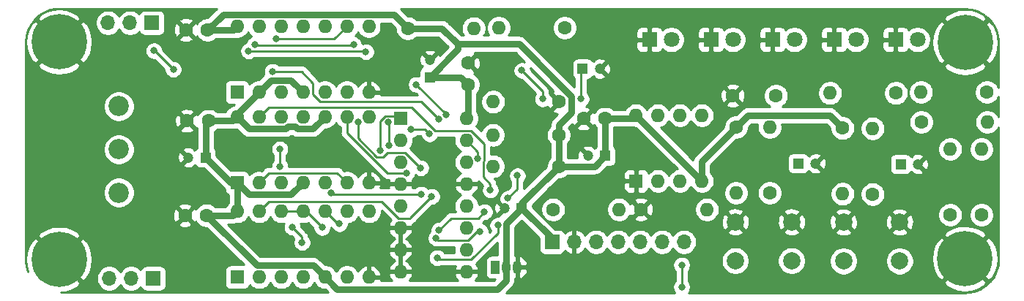
<source format=gbl>
G04 #@! TF.GenerationSoftware,KiCad,Pcbnew,(5.1.9-0-10_14)*
G04 #@! TF.CreationDate,2021-06-10T12:36:41+02:00*
G04 #@! TF.ProjectId,Clock,436c6f63-6b2e-46b6-9963-61645f706362,rev?*
G04 #@! TF.SameCoordinates,Original*
G04 #@! TF.FileFunction,Copper,L2,Bot*
G04 #@! TF.FilePolarity,Positive*
%FSLAX46Y46*%
G04 Gerber Fmt 4.6, Leading zero omitted, Abs format (unit mm)*
G04 Created by KiCad (PCBNEW (5.1.9-0-10_14)) date 2021-06-10 12:36:41*
%MOMM*%
%LPD*%
G01*
G04 APERTURE LIST*
G04 #@! TA.AperFunction,ComponentPad*
%ADD10C,2.340000*%
G04 #@! TD*
G04 #@! TA.AperFunction,ComponentPad*
%ADD11O,1.700000X1.700000*%
G04 #@! TD*
G04 #@! TA.AperFunction,ComponentPad*
%ADD12R,1.700000X1.700000*%
G04 #@! TD*
G04 #@! TA.AperFunction,ComponentPad*
%ADD13O,1.600000X1.600000*%
G04 #@! TD*
G04 #@! TA.AperFunction,ComponentPad*
%ADD14R,1.600000X1.600000*%
G04 #@! TD*
G04 #@! TA.AperFunction,ComponentPad*
%ADD15C,2.000000*%
G04 #@! TD*
G04 #@! TA.AperFunction,ComponentPad*
%ADD16C,1.600000*%
G04 #@! TD*
G04 #@! TA.AperFunction,ComponentPad*
%ADD17C,6.400000*%
G04 #@! TD*
G04 #@! TA.AperFunction,ComponentPad*
%ADD18C,1.800000*%
G04 #@! TD*
G04 #@! TA.AperFunction,ComponentPad*
%ADD19R,1.800000X1.800000*%
G04 #@! TD*
G04 #@! TA.AperFunction,ComponentPad*
%ADD20C,1.200000*%
G04 #@! TD*
G04 #@! TA.AperFunction,ComponentPad*
%ADD21R,1.200000X1.200000*%
G04 #@! TD*
G04 #@! TA.AperFunction,ComponentPad*
%ADD22R,1.050000X1.500000*%
G04 #@! TD*
G04 #@! TA.AperFunction,ComponentPad*
%ADD23O,1.050000X1.500000*%
G04 #@! TD*
G04 #@! TA.AperFunction,ViaPad*
%ADD24C,0.800000*%
G04 #@! TD*
G04 #@! TA.AperFunction,Conductor*
%ADD25C,0.762000*%
G04 #@! TD*
G04 #@! TA.AperFunction,Conductor*
%ADD26C,0.254000*%
G04 #@! TD*
G04 #@! TA.AperFunction,Conductor*
%ADD27C,0.100000*%
G04 #@! TD*
G04 APERTURE END LIST*
D10*
X117260000Y-133650000D03*
X117260000Y-128650000D03*
X117260000Y-123650000D03*
D11*
X182575200Y-139369800D03*
X180035200Y-139369800D03*
X177495200Y-139369800D03*
X174955200Y-139369800D03*
X172415200Y-139369800D03*
X169875200Y-139369800D03*
D12*
X167335200Y-139369800D03*
D11*
X116150600Y-143599400D03*
X118690600Y-143599400D03*
D12*
X121230600Y-143599400D03*
X121083800Y-113976000D03*
D11*
X118543800Y-113976000D03*
X116003800Y-113976000D03*
D13*
X157429200Y-125044200D03*
X149809200Y-142824200D03*
X157429200Y-127584200D03*
X149809200Y-140284200D03*
X157429200Y-130124200D03*
X149809200Y-137744200D03*
X157429200Y-132664200D03*
X149809200Y-135204200D03*
X157429200Y-135204200D03*
X149809200Y-132664200D03*
X157429200Y-137744200D03*
X149809200Y-130124200D03*
X157429200Y-140284200D03*
X149809200Y-127584200D03*
X157429200Y-142824200D03*
D14*
X149809200Y-125044200D03*
D13*
X130911600Y-124891800D03*
X146151600Y-132511800D03*
X133451600Y-124891800D03*
X143611600Y-132511800D03*
X135991600Y-124891800D03*
X141071600Y-132511800D03*
X138531600Y-124891800D03*
X138531600Y-132511800D03*
X141071600Y-124891800D03*
X135991600Y-132511800D03*
X143611600Y-124891800D03*
X133451600Y-132511800D03*
X146151600Y-124891800D03*
D14*
X130911600Y-132511800D03*
D13*
X177038000Y-124688600D03*
X184658000Y-132308600D03*
X179578000Y-124688600D03*
X182118000Y-132308600D03*
X182118000Y-124688600D03*
X179578000Y-132308600D03*
X184658000Y-124688600D03*
D14*
X177038000Y-132308600D03*
D13*
X130937000Y-135839200D03*
X146177000Y-143459200D03*
X133477000Y-135839200D03*
X143637000Y-143459200D03*
X136017000Y-135839200D03*
X141097000Y-143459200D03*
X138557000Y-135839200D03*
X138557000Y-143459200D03*
X141097000Y-135839200D03*
X136017000Y-143459200D03*
X143637000Y-135839200D03*
X133477000Y-143459200D03*
X146177000Y-135839200D03*
D14*
X130937000Y-143459200D03*
D13*
X130911600Y-114401600D03*
X146151600Y-122021600D03*
X133451600Y-114401600D03*
X143611600Y-122021600D03*
X135991600Y-114401600D03*
X141071600Y-122021600D03*
X138531600Y-114401600D03*
X138531600Y-122021600D03*
X141071600Y-114401600D03*
X135991600Y-122021600D03*
X143611600Y-114401600D03*
X133451600Y-122021600D03*
X146151600Y-114401600D03*
D14*
X130911600Y-122021600D03*
D15*
X195018800Y-137058400D03*
X195018800Y-141558400D03*
X188518800Y-137058400D03*
X188518800Y-141558400D03*
X207515600Y-137083800D03*
X207515600Y-141583800D03*
X201015600Y-137083800D03*
X201015600Y-141583800D03*
D13*
X175082200Y-135610600D03*
D16*
X167462200Y-135610600D03*
D13*
X213360000Y-128600200D03*
D16*
X213360000Y-136220200D03*
D13*
X216966800Y-128625600D03*
D16*
X216966800Y-136245600D03*
D13*
X209981800Y-122021600D03*
D16*
X217601800Y-122021600D03*
D13*
X217627200Y-125476000D03*
D16*
X210007200Y-125476000D03*
D13*
X199466200Y-122123200D03*
D16*
X207086200Y-122123200D03*
D13*
X160528000Y-123139200D03*
D16*
X168148000Y-123139200D03*
D13*
X160477200Y-126974600D03*
D16*
X168097200Y-126974600D03*
D13*
X160502600Y-130606800D03*
D16*
X168122600Y-130606800D03*
D13*
X158267400Y-114604800D03*
D16*
X150647400Y-114604800D03*
D13*
X161163000Y-114554000D03*
D16*
X168783000Y-114554000D03*
D13*
X192481200Y-126060200D03*
D16*
X192481200Y-133680200D03*
D13*
X188595000Y-133705600D03*
D16*
X188595000Y-126085600D03*
D13*
X204393800Y-126212600D03*
D16*
X204393800Y-133832600D03*
D13*
X200914000Y-133807200D03*
D16*
X200914000Y-126187200D03*
D13*
X185242200Y-135610600D03*
D16*
X177622200Y-135610600D03*
D17*
X110354000Y-116205000D03*
X215061800Y-141325600D03*
X215087200Y-116255800D03*
X110354000Y-141401800D03*
D18*
X209575400Y-115925600D03*
D19*
X207035400Y-115925600D03*
D18*
X202463400Y-115925600D03*
D19*
X199923400Y-115925600D03*
D18*
X195351400Y-115925600D03*
D19*
X192811400Y-115925600D03*
D18*
X188239400Y-115925600D03*
D19*
X185699400Y-115925600D03*
D18*
X181127400Y-115925600D03*
D19*
X178587400Y-115925600D03*
D16*
X127518800Y-114808000D03*
X125018800Y-114808000D03*
X127417200Y-136296400D03*
X124917200Y-136296400D03*
X127620400Y-125349000D03*
X125120400Y-125349000D03*
X157607000Y-121143400D03*
X157607000Y-118643400D03*
X173467400Y-125095000D03*
X170967400Y-125095000D03*
D20*
X161830000Y-135458200D03*
D21*
X163830000Y-135458200D03*
D20*
X125279400Y-129590800D03*
D21*
X127279400Y-129590800D03*
D20*
X171482000Y-129387600D03*
D21*
X173482000Y-129387600D03*
D20*
X153212800Y-118294400D03*
D21*
X153212800Y-120294400D03*
D16*
X193214000Y-122428000D03*
X188214000Y-122428000D03*
D20*
X172865800Y-119303800D03*
D21*
X170865800Y-119303800D03*
D20*
X197789800Y-130276600D03*
D21*
X195789800Y-130276600D03*
D20*
X209619600Y-130352800D03*
D21*
X207619600Y-130352800D03*
D22*
X160782000Y-142316200D03*
D23*
X163322000Y-142316200D03*
X162052000Y-142316200D03*
D24*
X159512000Y-135890000D03*
X154276266Y-138002088D03*
X170688000Y-122809000D03*
X160191242Y-133368833D03*
X123545600Y-119380000D03*
X121310400Y-117221000D03*
X154195845Y-125100697D03*
X135001000Y-119634000D03*
X163322000Y-131699000D03*
X151003000Y-126365000D03*
X153162000Y-126873000D03*
X162231003Y-134319171D03*
X132257800Y-117246400D03*
X145796000Y-117348000D03*
X166243000Y-122809000D03*
X163830000Y-119507000D03*
X132978129Y-116519390D03*
X144373600Y-116519390D03*
X151635802Y-121136586D03*
X155067111Y-124609862D03*
X150497482Y-131383477D03*
X147420789Y-128804211D03*
X144895961Y-125510996D03*
X152146000Y-130793038D03*
X159004000Y-138176000D03*
X153924000Y-138938000D03*
X142748000Y-137287000D03*
X148504071Y-128212053D03*
X148409188Y-125510990D03*
X135425587Y-115858990D03*
X153416000Y-134112000D03*
X161052269Y-137448990D03*
X154051000Y-141224000D03*
X140750952Y-137693213D03*
X135864600Y-130657609D03*
X137287000Y-137668000D03*
X138430000Y-139446000D03*
X135864602Y-128625600D03*
X141766990Y-133731000D03*
X152180990Y-133858000D03*
X158757767Y-129682675D03*
X182321200Y-144602200D03*
X182321200Y-142062200D03*
D25*
X167335200Y-138963400D02*
X163830000Y-135458200D01*
X167335200Y-139369800D02*
X167335200Y-138963400D01*
X162052000Y-137236200D02*
X162052000Y-142316200D01*
X163830000Y-135458200D02*
X162052000Y-137236200D01*
X168122600Y-127000000D02*
X168097200Y-126974600D01*
X168122600Y-130606800D02*
X168122600Y-127000000D01*
X172262800Y-130606800D02*
X173482000Y-129387600D01*
X168122600Y-130606800D02*
X172262800Y-130606800D01*
X173482000Y-125109600D02*
X173467400Y-125095000D01*
X173482000Y-129387600D02*
X173482000Y-125109600D01*
X176631600Y-125095000D02*
X177038000Y-124688600D01*
X173467400Y-125095000D02*
X176631600Y-125095000D01*
X177038000Y-124688600D02*
X184658000Y-132308600D01*
X184658000Y-130022600D02*
X188595000Y-126085600D01*
X184658000Y-132308600D02*
X184658000Y-130022600D01*
X199405999Y-124679199D02*
X200914000Y-126187200D01*
X190001401Y-124679199D02*
X199405999Y-124679199D01*
X188595000Y-126085600D02*
X190001401Y-124679199D01*
X130200400Y-132511800D02*
X127279400Y-129590800D01*
X130911600Y-132511800D02*
X130200400Y-132511800D01*
X127279400Y-125690000D02*
X127620400Y-125349000D01*
X127279400Y-129590800D02*
X127279400Y-125690000D01*
X130454400Y-125349000D02*
X130911600Y-124891800D01*
X127620400Y-125349000D02*
X130454400Y-125349000D01*
X130911600Y-124561600D02*
X133451600Y-122021600D01*
X130911600Y-124891800D02*
X130911600Y-124561600D01*
X127620400Y-114909600D02*
X127518800Y-114808000D01*
X130505200Y-114808000D02*
X130911600Y-114401600D01*
X127518800Y-114808000D02*
X130505200Y-114808000D01*
X169529001Y-124411429D02*
X169529001Y-122476319D01*
X168097200Y-125843230D02*
X169529001Y-124411429D01*
X169529001Y-122476319D02*
X163511682Y-116459000D01*
X168097200Y-126974600D02*
X168097200Y-125843230D01*
X163511682Y-116459000D02*
X156464000Y-116459000D01*
X154609800Y-114604800D02*
X150647400Y-114604800D01*
X156464000Y-116459000D02*
X154609800Y-114604800D01*
X156464000Y-116459000D02*
X156464000Y-117043200D01*
X156758000Y-120294400D02*
X157607000Y-121143400D01*
X153212800Y-120294400D02*
X156758000Y-120294400D01*
X157607000Y-124866400D02*
X157429200Y-125044200D01*
X157607000Y-121143400D02*
X157607000Y-124866400D01*
X137150599Y-120640599D02*
X138531600Y-122021600D01*
X134832601Y-120640599D02*
X137150599Y-120640599D01*
X133451600Y-122021600D02*
X134832601Y-120640599D01*
X132292601Y-133892801D02*
X137150599Y-133892801D01*
X137150599Y-133892801D02*
X138531600Y-132511800D01*
X130911600Y-132511800D02*
X132292601Y-133892801D01*
X130937000Y-132537200D02*
X130911600Y-132511800D01*
X130937000Y-135839200D02*
X130937000Y-132537200D01*
X127417200Y-136296400D02*
X130479800Y-136296400D01*
X130479800Y-136296400D02*
X130937000Y-135839200D01*
X162052000Y-143828200D02*
X161039999Y-144840201D01*
X161039999Y-144840201D02*
X142478001Y-144840201D01*
X162052000Y-142316200D02*
X162052000Y-143828200D01*
X142478001Y-144840201D02*
X141097000Y-143459200D01*
X141097000Y-143459200D02*
X139715999Y-142078199D01*
X133198999Y-142078199D02*
X127417200Y-136296400D01*
X139715999Y-142078199D02*
X133198999Y-142078199D01*
X136816119Y-126018999D02*
X137614917Y-126018999D01*
X139690599Y-126272801D02*
X141071600Y-124891800D01*
X137614917Y-126018999D02*
X137868719Y-126272801D01*
X136562317Y-126272801D02*
X136816119Y-126018999D01*
X130911600Y-124891800D02*
X132292601Y-126272801D01*
X132292601Y-126272801D02*
X136562317Y-126272801D01*
X137868719Y-126272801D02*
X139690599Y-126272801D01*
X163830000Y-135458200D02*
X163830000Y-134899400D01*
X163830000Y-134899400D02*
X168122600Y-130606800D01*
X149063199Y-113020599D02*
X150647400Y-114604800D01*
X132292601Y-113020599D02*
X149063199Y-113020599D01*
X129306201Y-113020599D02*
X127518800Y-114808000D01*
X132292601Y-113020599D02*
X129306201Y-113020599D01*
X153212800Y-120294400D02*
X156464000Y-117043200D01*
D26*
X158784801Y-136617199D02*
X155661155Y-136617199D01*
X159512000Y-135890000D02*
X158784801Y-136617199D01*
X155661155Y-136617199D02*
X154276266Y-138002088D01*
X170688000Y-119481600D02*
X170865800Y-119303800D01*
X170688000Y-122809000D02*
X170688000Y-119481600D01*
X134578601Y-123764799D02*
X151129763Y-123764799D01*
X133451600Y-124891800D02*
X134578601Y-123764799D01*
X159505538Y-127992576D02*
X159505538Y-129935900D01*
X159505538Y-129935900D02*
X159375599Y-130065839D01*
X151129763Y-123764799D02*
X153822163Y-126457199D01*
X153822163Y-126457199D02*
X157970161Y-126457199D01*
X159375599Y-130065839D02*
X159375599Y-131817958D01*
X157970161Y-126457199D02*
X159505538Y-127992576D01*
X160191242Y-132633601D02*
X159375599Y-131817958D01*
X160191242Y-133368833D02*
X160191242Y-132633601D01*
X121386600Y-117221000D02*
X121310400Y-117221000D01*
X123545600Y-119380000D02*
X121386600Y-117221000D01*
X138430000Y-119634000D02*
X139563599Y-120894599D01*
X135001000Y-119634000D02*
X138430000Y-119634000D01*
X139658601Y-122276563D02*
X139658601Y-120989601D01*
X139658601Y-120989601D02*
X139563599Y-120894599D01*
X140530639Y-123148601D02*
X139658601Y-122276563D01*
X152243749Y-123148601D02*
X140530639Y-123148601D01*
X154195845Y-125100697D02*
X152243749Y-123148601D01*
X163306422Y-131742660D02*
X163306422Y-131714578D01*
X163306422Y-131714578D02*
X163322000Y-131699000D01*
X152654000Y-126365000D02*
X153162000Y-126873000D01*
X151003000Y-126365000D02*
X152654000Y-126365000D01*
X163322000Y-133228174D02*
X162231003Y-134319171D01*
X163322000Y-131699000D02*
X163322000Y-133228174D01*
X132257800Y-117246400D02*
X145694400Y-117246400D01*
X145694400Y-117246400D02*
X145796000Y-117348000D01*
X179578000Y-124688600D02*
X179578000Y-124714000D01*
X166243000Y-121920000D02*
X163830000Y-119507000D01*
X166243000Y-122809000D02*
X166243000Y-121920000D01*
X144306990Y-116586000D02*
X144373600Y-116519390D01*
X133044739Y-116586000D02*
X144306990Y-116586000D01*
X132978129Y-116519390D02*
X133044739Y-116586000D01*
X155067111Y-124567895D02*
X155067111Y-124609862D01*
X151635802Y-121136586D02*
X155067111Y-124567895D01*
X143611600Y-124891800D02*
X143611600Y-126713052D01*
X148282025Y-131383477D02*
X150497482Y-131383477D01*
X143611600Y-126713052D02*
X148282025Y-131383477D01*
X149809200Y-125044200D02*
X149548988Y-124783988D01*
X147420789Y-125423425D02*
X147420789Y-128804211D01*
X148060226Y-124783988D02*
X147420789Y-125423425D01*
X149548988Y-124783988D02*
X148060226Y-124783988D01*
X144895961Y-127355345D02*
X144895961Y-125510996D01*
X147769750Y-129531212D02*
X147071828Y-129531212D01*
X152146000Y-130793038D02*
X150350161Y-128997199D01*
X147071828Y-129531212D02*
X144895961Y-127355345D01*
X150350161Y-128997199D02*
X148303763Y-128997199D01*
X148303763Y-128997199D02*
X147769750Y-129531212D01*
X157641801Y-139157199D02*
X158623000Y-138176000D01*
X158623000Y-138176000D02*
X159004000Y-138176000D01*
X154143199Y-139157199D02*
X153924000Y-138938000D01*
X157641801Y-139157199D02*
X154143199Y-139157199D01*
X142544800Y-137287000D02*
X141097000Y-135839200D01*
X142748000Y-137287000D02*
X142544800Y-137287000D01*
X148504071Y-128212053D02*
X148504071Y-125605873D01*
X148504071Y-125605873D02*
X148409188Y-125510990D01*
X142154210Y-115858990D02*
X135425587Y-115858990D01*
X143611600Y-114401600D02*
X142154210Y-115858990D01*
X147649237Y-134712199D02*
X149554237Y-136617199D01*
X149554237Y-136617199D02*
X150936201Y-136617199D01*
X134604001Y-134712199D02*
X147649237Y-134712199D01*
X133477000Y-135839200D02*
X134604001Y-134712199D01*
X150936201Y-136591799D02*
X150936201Y-136617199D01*
X153416000Y-134112000D02*
X150936201Y-136591799D01*
X138557000Y-135839200D02*
X136017000Y-135839200D01*
X157970161Y-141411201D02*
X161052269Y-138329093D01*
X161052269Y-138329093D02*
X161052269Y-137448990D01*
X154238201Y-141411201D02*
X154051000Y-141224000D01*
X157970161Y-141411201D02*
X154238201Y-141411201D01*
X138896939Y-135839200D02*
X138557000Y-135839200D01*
X140750952Y-137693213D02*
X138896939Y-135839200D01*
X138430000Y-139446000D02*
X138430000Y-138811000D01*
X138430000Y-138811000D02*
X137287000Y-137668000D01*
X135864600Y-128625602D02*
X135864602Y-128625600D01*
X135864600Y-130657609D02*
X135864600Y-128625602D01*
X141766990Y-133731000D02*
X141893990Y-133858000D01*
X141893990Y-133858000D02*
X152180990Y-133858000D01*
X143611600Y-132511800D02*
X142484599Y-131384799D01*
X142484599Y-131384799D02*
X134578601Y-131384799D01*
X134578601Y-131384799D02*
X133451600Y-132511800D01*
X158757767Y-128912767D02*
X157429200Y-127584200D01*
X158757767Y-129682675D02*
X158757767Y-128912767D01*
X182321200Y-144602200D02*
X182321200Y-142062200D01*
X215030314Y-112343392D02*
X215769622Y-112411326D01*
X216453740Y-112604266D01*
X217091245Y-112918649D01*
X217660782Y-113343943D01*
X218143275Y-113865903D01*
X218522570Y-114467047D01*
X218785965Y-115127252D01*
X218853976Y-115469166D01*
X218656652Y-114803592D01*
X218304755Y-114135130D01*
X218277748Y-114094712D01*
X217788081Y-113734524D01*
X215266805Y-116255800D01*
X217788081Y-118777076D01*
X218277748Y-118416888D01*
X218638049Y-117752918D01*
X218861894Y-117031415D01*
X218940680Y-116280105D01*
X218876318Y-115581488D01*
X218927279Y-115837683D01*
X218948800Y-116248333D01*
X218948800Y-121523712D01*
X218873480Y-121341873D01*
X218716437Y-121106841D01*
X218516559Y-120906963D01*
X218281527Y-120749920D01*
X218020374Y-120641747D01*
X217743135Y-120586600D01*
X217460465Y-120586600D01*
X217183226Y-120641747D01*
X216922073Y-120749920D01*
X216687041Y-120906963D01*
X216487163Y-121106841D01*
X216330120Y-121341873D01*
X216221947Y-121603026D01*
X216166800Y-121880265D01*
X216166800Y-122162935D01*
X216221947Y-122440174D01*
X216330120Y-122701327D01*
X216487163Y-122936359D01*
X216687041Y-123136237D01*
X216922073Y-123293280D01*
X217183226Y-123401453D01*
X217460465Y-123456600D01*
X217743135Y-123456600D01*
X218020374Y-123401453D01*
X218281527Y-123293280D01*
X218516559Y-123136237D01*
X218716437Y-122936359D01*
X218873480Y-122701327D01*
X218948800Y-122519488D01*
X218948800Y-124916792D01*
X218898880Y-124796273D01*
X218741837Y-124561241D01*
X218541959Y-124361363D01*
X218306927Y-124204320D01*
X218045774Y-124096147D01*
X217768535Y-124041000D01*
X217485865Y-124041000D01*
X217208626Y-124096147D01*
X216947473Y-124204320D01*
X216712441Y-124361363D01*
X216512563Y-124561241D01*
X216355520Y-124796273D01*
X216247347Y-125057426D01*
X216192200Y-125334665D01*
X216192200Y-125617335D01*
X216247347Y-125894574D01*
X216355520Y-126155727D01*
X216512563Y-126390759D01*
X216712441Y-126590637D01*
X216947473Y-126747680D01*
X217208626Y-126855853D01*
X217485865Y-126911000D01*
X217768535Y-126911000D01*
X218045774Y-126855853D01*
X218306927Y-126747680D01*
X218541959Y-126590637D01*
X218741837Y-126390759D01*
X218898880Y-126155727D01*
X218948800Y-126035208D01*
X218948801Y-141344987D01*
X218880874Y-142084222D01*
X218687934Y-142768340D01*
X218373551Y-143405845D01*
X217948259Y-143975380D01*
X217426298Y-144457875D01*
X216825149Y-144837173D01*
X216164945Y-145100566D01*
X215454517Y-145241879D01*
X215043935Y-145263396D01*
X183129360Y-145255654D01*
X183238405Y-145092456D01*
X183316426Y-144904098D01*
X183356200Y-144704139D01*
X183356200Y-144500261D01*
X183316426Y-144300302D01*
X183238405Y-144111944D01*
X183181301Y-144026481D01*
X212540524Y-144026481D01*
X212900712Y-144516148D01*
X213564682Y-144876449D01*
X214286185Y-145100294D01*
X215037495Y-145179080D01*
X215789738Y-145109778D01*
X216514008Y-144895052D01*
X217182470Y-144543155D01*
X217222888Y-144516148D01*
X217583076Y-144026481D01*
X215061800Y-141505205D01*
X212540524Y-144026481D01*
X183181301Y-144026481D01*
X183125137Y-143942426D01*
X183083200Y-143900489D01*
X183083200Y-142763911D01*
X183125137Y-142721974D01*
X183238405Y-142552456D01*
X183316426Y-142364098D01*
X183356200Y-142164139D01*
X183356200Y-141960261D01*
X183316426Y-141760302D01*
X183238405Y-141571944D01*
X183125137Y-141402426D01*
X183120078Y-141397367D01*
X186883800Y-141397367D01*
X186883800Y-141719433D01*
X186946632Y-142035312D01*
X187069882Y-142332863D01*
X187248813Y-142600652D01*
X187476548Y-142828387D01*
X187744337Y-143007318D01*
X188041888Y-143130568D01*
X188357767Y-143193400D01*
X188679833Y-143193400D01*
X188995712Y-143130568D01*
X189293263Y-143007318D01*
X189561052Y-142828387D01*
X189788787Y-142600652D01*
X189967718Y-142332863D01*
X190090968Y-142035312D01*
X190153800Y-141719433D01*
X190153800Y-141397367D01*
X193383800Y-141397367D01*
X193383800Y-141719433D01*
X193446632Y-142035312D01*
X193569882Y-142332863D01*
X193748813Y-142600652D01*
X193976548Y-142828387D01*
X194244337Y-143007318D01*
X194541888Y-143130568D01*
X194857767Y-143193400D01*
X195179833Y-143193400D01*
X195495712Y-143130568D01*
X195793263Y-143007318D01*
X196061052Y-142828387D01*
X196288787Y-142600652D01*
X196467718Y-142332863D01*
X196590968Y-142035312D01*
X196653800Y-141719433D01*
X196653800Y-141422767D01*
X199380600Y-141422767D01*
X199380600Y-141744833D01*
X199443432Y-142060712D01*
X199566682Y-142358263D01*
X199745613Y-142626052D01*
X199973348Y-142853787D01*
X200241137Y-143032718D01*
X200538688Y-143155968D01*
X200854567Y-143218800D01*
X201176633Y-143218800D01*
X201492512Y-143155968D01*
X201790063Y-143032718D01*
X202057852Y-142853787D01*
X202285587Y-142626052D01*
X202464518Y-142358263D01*
X202587768Y-142060712D01*
X202650600Y-141744833D01*
X202650600Y-141422767D01*
X205880600Y-141422767D01*
X205880600Y-141744833D01*
X205943432Y-142060712D01*
X206066682Y-142358263D01*
X206245613Y-142626052D01*
X206473348Y-142853787D01*
X206741137Y-143032718D01*
X207038688Y-143155968D01*
X207354567Y-143218800D01*
X207676633Y-143218800D01*
X207992512Y-143155968D01*
X208290063Y-143032718D01*
X208557852Y-142853787D01*
X208785587Y-142626052D01*
X208964518Y-142358263D01*
X209087768Y-142060712D01*
X209150600Y-141744833D01*
X209150600Y-141422767D01*
X209126438Y-141301295D01*
X211208320Y-141301295D01*
X211277622Y-142053538D01*
X211492348Y-142777808D01*
X211844245Y-143446270D01*
X211871252Y-143486688D01*
X212360919Y-143846876D01*
X214882195Y-141325600D01*
X215241405Y-141325600D01*
X217762681Y-143846876D01*
X218252348Y-143486688D01*
X218612649Y-142822718D01*
X218836494Y-142101215D01*
X218915280Y-141349905D01*
X218845978Y-140597662D01*
X218631252Y-139873392D01*
X218279355Y-139204930D01*
X218252348Y-139164512D01*
X217762681Y-138804324D01*
X215241405Y-141325600D01*
X214882195Y-141325600D01*
X212360919Y-138804324D01*
X211871252Y-139164512D01*
X211510951Y-139828482D01*
X211287106Y-140549985D01*
X211208320Y-141301295D01*
X209126438Y-141301295D01*
X209087768Y-141106888D01*
X208964518Y-140809337D01*
X208785587Y-140541548D01*
X208557852Y-140313813D01*
X208290063Y-140134882D01*
X207992512Y-140011632D01*
X207676633Y-139948800D01*
X207354567Y-139948800D01*
X207038688Y-140011632D01*
X206741137Y-140134882D01*
X206473348Y-140313813D01*
X206245613Y-140541548D01*
X206066682Y-140809337D01*
X205943432Y-141106888D01*
X205880600Y-141422767D01*
X202650600Y-141422767D01*
X202587768Y-141106888D01*
X202464518Y-140809337D01*
X202285587Y-140541548D01*
X202057852Y-140313813D01*
X201790063Y-140134882D01*
X201492512Y-140011632D01*
X201176633Y-139948800D01*
X200854567Y-139948800D01*
X200538688Y-140011632D01*
X200241137Y-140134882D01*
X199973348Y-140313813D01*
X199745613Y-140541548D01*
X199566682Y-140809337D01*
X199443432Y-141106888D01*
X199380600Y-141422767D01*
X196653800Y-141422767D01*
X196653800Y-141397367D01*
X196590968Y-141081488D01*
X196467718Y-140783937D01*
X196288787Y-140516148D01*
X196061052Y-140288413D01*
X195793263Y-140109482D01*
X195495712Y-139986232D01*
X195179833Y-139923400D01*
X194857767Y-139923400D01*
X194541888Y-139986232D01*
X194244337Y-140109482D01*
X193976548Y-140288413D01*
X193748813Y-140516148D01*
X193569882Y-140783937D01*
X193446632Y-141081488D01*
X193383800Y-141397367D01*
X190153800Y-141397367D01*
X190090968Y-141081488D01*
X189967718Y-140783937D01*
X189788787Y-140516148D01*
X189561052Y-140288413D01*
X189293263Y-140109482D01*
X188995712Y-139986232D01*
X188679833Y-139923400D01*
X188357767Y-139923400D01*
X188041888Y-139986232D01*
X187744337Y-140109482D01*
X187476548Y-140288413D01*
X187248813Y-140516148D01*
X187069882Y-140783937D01*
X186946632Y-141081488D01*
X186883800Y-141397367D01*
X183120078Y-141397367D01*
X182980974Y-141258263D01*
X182811456Y-141144995D01*
X182623098Y-141066974D01*
X182423139Y-141027200D01*
X182219261Y-141027200D01*
X182019302Y-141066974D01*
X181830944Y-141144995D01*
X181661426Y-141258263D01*
X181517263Y-141402426D01*
X181403995Y-141571944D01*
X181325974Y-141760302D01*
X181286200Y-141960261D01*
X181286200Y-142164139D01*
X181325974Y-142364098D01*
X181403995Y-142552456D01*
X181517263Y-142721974D01*
X181559201Y-142763912D01*
X181559200Y-143900489D01*
X181517263Y-143942426D01*
X181403995Y-144111944D01*
X181325974Y-144300302D01*
X181286200Y-144500261D01*
X181286200Y-144704139D01*
X181325974Y-144904098D01*
X181403995Y-145092456D01*
X181512778Y-145255262D01*
X162066495Y-145250545D01*
X162735133Y-144581908D01*
X162773896Y-144550096D01*
X162900860Y-144395390D01*
X162995202Y-144218887D01*
X163053298Y-144027371D01*
X163068000Y-143878102D01*
X163072915Y-143828200D01*
X163068000Y-143778298D01*
X163068000Y-143623713D01*
X163195000Y-143534363D01*
X163195000Y-142769308D01*
X163195215Y-142768599D01*
X163212000Y-142598178D01*
X163212000Y-142443200D01*
X163449000Y-142443200D01*
X163449000Y-143534363D01*
X163627810Y-143660164D01*
X163689337Y-143651472D01*
X163898882Y-143558475D01*
X164086258Y-143426384D01*
X164244264Y-143260276D01*
X164366828Y-143066534D01*
X164449239Y-142852604D01*
X164488331Y-142626707D01*
X164328598Y-142443200D01*
X163449000Y-142443200D01*
X163212000Y-142443200D01*
X163212000Y-142034221D01*
X163195215Y-141863800D01*
X163195000Y-141863091D01*
X163195000Y-141098037D01*
X163449000Y-141098037D01*
X163449000Y-142189200D01*
X164328598Y-142189200D01*
X164488331Y-142005693D01*
X164449239Y-141779796D01*
X164366828Y-141565866D01*
X164244264Y-141372124D01*
X164086258Y-141206016D01*
X163898882Y-141073925D01*
X163689337Y-140980928D01*
X163627810Y-140972236D01*
X163449000Y-141098037D01*
X163195000Y-141098037D01*
X163068000Y-141008687D01*
X163068000Y-137657040D01*
X163830000Y-136895040D01*
X165847128Y-138912169D01*
X165847128Y-140219800D01*
X165859388Y-140344282D01*
X165895698Y-140463980D01*
X165954663Y-140574294D01*
X166034015Y-140670985D01*
X166130706Y-140750337D01*
X166241020Y-140809302D01*
X166360718Y-140845612D01*
X166485200Y-140857872D01*
X168185200Y-140857872D01*
X168309682Y-140845612D01*
X168429380Y-140809302D01*
X168539694Y-140750337D01*
X168636385Y-140670985D01*
X168715737Y-140574294D01*
X168774702Y-140463980D01*
X168799166Y-140383334D01*
X168874931Y-140467388D01*
X169108280Y-140641441D01*
X169371101Y-140766625D01*
X169518310Y-140811276D01*
X169748200Y-140689955D01*
X169748200Y-139496800D01*
X169728200Y-139496800D01*
X169728200Y-139242800D01*
X169748200Y-139242800D01*
X169748200Y-138049645D01*
X170002200Y-138049645D01*
X170002200Y-139242800D01*
X170022200Y-139242800D01*
X170022200Y-139496800D01*
X170002200Y-139496800D01*
X170002200Y-140689955D01*
X170232090Y-140811276D01*
X170379299Y-140766625D01*
X170642120Y-140641441D01*
X170875469Y-140467388D01*
X171070378Y-140251155D01*
X171140005Y-140134266D01*
X171261725Y-140316432D01*
X171468568Y-140523275D01*
X171711789Y-140685790D01*
X171982042Y-140797732D01*
X172268940Y-140854800D01*
X172561460Y-140854800D01*
X172848358Y-140797732D01*
X173118611Y-140685790D01*
X173361832Y-140523275D01*
X173568675Y-140316432D01*
X173685200Y-140142040D01*
X173801725Y-140316432D01*
X174008568Y-140523275D01*
X174251789Y-140685790D01*
X174522042Y-140797732D01*
X174808940Y-140854800D01*
X175101460Y-140854800D01*
X175388358Y-140797732D01*
X175658611Y-140685790D01*
X175901832Y-140523275D01*
X176108675Y-140316432D01*
X176225200Y-140142040D01*
X176341725Y-140316432D01*
X176548568Y-140523275D01*
X176791789Y-140685790D01*
X177062042Y-140797732D01*
X177348940Y-140854800D01*
X177641460Y-140854800D01*
X177928358Y-140797732D01*
X178198611Y-140685790D01*
X178441832Y-140523275D01*
X178648675Y-140316432D01*
X178765200Y-140142040D01*
X178881725Y-140316432D01*
X179088568Y-140523275D01*
X179331789Y-140685790D01*
X179602042Y-140797732D01*
X179888940Y-140854800D01*
X180181460Y-140854800D01*
X180468358Y-140797732D01*
X180738611Y-140685790D01*
X180981832Y-140523275D01*
X181188675Y-140316432D01*
X181305200Y-140142040D01*
X181421725Y-140316432D01*
X181628568Y-140523275D01*
X181871789Y-140685790D01*
X182142042Y-140797732D01*
X182428940Y-140854800D01*
X182721460Y-140854800D01*
X183008358Y-140797732D01*
X183278611Y-140685790D01*
X183521832Y-140523275D01*
X183728675Y-140316432D01*
X183891190Y-140073211D01*
X184003132Y-139802958D01*
X184060200Y-139516060D01*
X184060200Y-139223540D01*
X184003132Y-138936642D01*
X183891190Y-138666389D01*
X183728675Y-138423168D01*
X183521832Y-138216325D01*
X183488141Y-138193813D01*
X187562992Y-138193813D01*
X187658756Y-138458214D01*
X187948371Y-138599104D01*
X188259908Y-138680784D01*
X188581395Y-138700118D01*
X188900475Y-138656361D01*
X189204888Y-138551195D01*
X189378844Y-138458214D01*
X189474608Y-138193813D01*
X194062992Y-138193813D01*
X194158756Y-138458214D01*
X194448371Y-138599104D01*
X194759908Y-138680784D01*
X195081395Y-138700118D01*
X195400475Y-138656361D01*
X195704888Y-138551195D01*
X195878844Y-138458214D01*
X195965408Y-138219213D01*
X200059792Y-138219213D01*
X200155556Y-138483614D01*
X200445171Y-138624504D01*
X200756708Y-138706184D01*
X201078195Y-138725518D01*
X201397275Y-138681761D01*
X201701688Y-138576595D01*
X201875644Y-138483614D01*
X201971408Y-138219213D01*
X206559792Y-138219213D01*
X206655556Y-138483614D01*
X206945171Y-138624504D01*
X207256708Y-138706184D01*
X207578195Y-138725518D01*
X207897275Y-138681761D01*
X208062388Y-138624719D01*
X212540524Y-138624719D01*
X215061800Y-141145995D01*
X217583076Y-138624719D01*
X217222888Y-138135052D01*
X216558918Y-137774751D01*
X215837415Y-137550906D01*
X215086105Y-137472120D01*
X214333862Y-137541422D01*
X213609592Y-137756148D01*
X212941130Y-138108045D01*
X212900712Y-138135052D01*
X212540524Y-138624719D01*
X208062388Y-138624719D01*
X208201688Y-138576595D01*
X208375644Y-138483614D01*
X208471408Y-138219213D01*
X207515600Y-137263405D01*
X206559792Y-138219213D01*
X201971408Y-138219213D01*
X201015600Y-137263405D01*
X200059792Y-138219213D01*
X195965408Y-138219213D01*
X195974608Y-138193813D01*
X195018800Y-137238005D01*
X194062992Y-138193813D01*
X189474608Y-138193813D01*
X188518800Y-137238005D01*
X187562992Y-138193813D01*
X183488141Y-138193813D01*
X183278611Y-138053810D01*
X183008358Y-137941868D01*
X182721460Y-137884800D01*
X182428940Y-137884800D01*
X182142042Y-137941868D01*
X181871789Y-138053810D01*
X181628568Y-138216325D01*
X181421725Y-138423168D01*
X181305200Y-138597560D01*
X181188675Y-138423168D01*
X180981832Y-138216325D01*
X180738611Y-138053810D01*
X180468358Y-137941868D01*
X180181460Y-137884800D01*
X179888940Y-137884800D01*
X179602042Y-137941868D01*
X179331789Y-138053810D01*
X179088568Y-138216325D01*
X178881725Y-138423168D01*
X178765200Y-138597560D01*
X178648675Y-138423168D01*
X178441832Y-138216325D01*
X178198611Y-138053810D01*
X177928358Y-137941868D01*
X177641460Y-137884800D01*
X177348940Y-137884800D01*
X177062042Y-137941868D01*
X176791789Y-138053810D01*
X176548568Y-138216325D01*
X176341725Y-138423168D01*
X176225200Y-138597560D01*
X176108675Y-138423168D01*
X175901832Y-138216325D01*
X175658611Y-138053810D01*
X175388358Y-137941868D01*
X175101460Y-137884800D01*
X174808940Y-137884800D01*
X174522042Y-137941868D01*
X174251789Y-138053810D01*
X174008568Y-138216325D01*
X173801725Y-138423168D01*
X173685200Y-138597560D01*
X173568675Y-138423168D01*
X173361832Y-138216325D01*
X173118611Y-138053810D01*
X172848358Y-137941868D01*
X172561460Y-137884800D01*
X172268940Y-137884800D01*
X171982042Y-137941868D01*
X171711789Y-138053810D01*
X171468568Y-138216325D01*
X171261725Y-138423168D01*
X171140005Y-138605334D01*
X171070378Y-138488445D01*
X170875469Y-138272212D01*
X170642120Y-138098159D01*
X170379299Y-137972975D01*
X170232090Y-137928324D01*
X170002200Y-138049645D01*
X169748200Y-138049645D01*
X169518310Y-137928324D01*
X169371101Y-137972975D01*
X169108280Y-138098159D01*
X168874931Y-138272212D01*
X168799166Y-138356266D01*
X168774702Y-138275620D01*
X168715737Y-138165306D01*
X168636385Y-138068615D01*
X168539694Y-137989263D01*
X168429380Y-137930298D01*
X168309682Y-137893988D01*
X168185200Y-137881728D01*
X167690369Y-137881728D01*
X166929636Y-137120995D01*
X186877082Y-137120995D01*
X186920839Y-137440075D01*
X187026005Y-137744488D01*
X187118986Y-137918444D01*
X187383387Y-138014208D01*
X188339195Y-137058400D01*
X188698405Y-137058400D01*
X189654213Y-138014208D01*
X189918614Y-137918444D01*
X190059504Y-137628829D01*
X190141184Y-137317292D01*
X190152989Y-137120995D01*
X193377082Y-137120995D01*
X193420839Y-137440075D01*
X193526005Y-137744488D01*
X193618986Y-137918444D01*
X193883387Y-138014208D01*
X194839195Y-137058400D01*
X195198405Y-137058400D01*
X196154213Y-138014208D01*
X196418614Y-137918444D01*
X196559504Y-137628829D01*
X196641184Y-137317292D01*
X196651461Y-137146395D01*
X199373882Y-137146395D01*
X199417639Y-137465475D01*
X199522805Y-137769888D01*
X199615786Y-137943844D01*
X199880187Y-138039608D01*
X200835995Y-137083800D01*
X201195205Y-137083800D01*
X202151013Y-138039608D01*
X202415414Y-137943844D01*
X202556304Y-137654229D01*
X202637984Y-137342692D01*
X202649789Y-137146395D01*
X205873882Y-137146395D01*
X205917639Y-137465475D01*
X206022805Y-137769888D01*
X206115786Y-137943844D01*
X206380187Y-138039608D01*
X207335995Y-137083800D01*
X207695205Y-137083800D01*
X208651013Y-138039608D01*
X208915414Y-137943844D01*
X209056304Y-137654229D01*
X209137984Y-137342692D01*
X209157318Y-137021205D01*
X209113561Y-136702125D01*
X209008395Y-136397712D01*
X208915414Y-136223756D01*
X208651013Y-136127992D01*
X207695205Y-137083800D01*
X207335995Y-137083800D01*
X206380187Y-136127992D01*
X206115786Y-136223756D01*
X205974896Y-136513371D01*
X205893216Y-136824908D01*
X205873882Y-137146395D01*
X202649789Y-137146395D01*
X202657318Y-137021205D01*
X202613561Y-136702125D01*
X202508395Y-136397712D01*
X202415414Y-136223756D01*
X202151013Y-136127992D01*
X201195205Y-137083800D01*
X200835995Y-137083800D01*
X199880187Y-136127992D01*
X199615786Y-136223756D01*
X199474896Y-136513371D01*
X199393216Y-136824908D01*
X199373882Y-137146395D01*
X196651461Y-137146395D01*
X196660518Y-136995805D01*
X196616761Y-136676725D01*
X196511595Y-136372312D01*
X196418614Y-136198356D01*
X196154213Y-136102592D01*
X195198405Y-137058400D01*
X194839195Y-137058400D01*
X193883387Y-136102592D01*
X193618986Y-136198356D01*
X193478096Y-136487971D01*
X193396416Y-136799508D01*
X193377082Y-137120995D01*
X190152989Y-137120995D01*
X190160518Y-136995805D01*
X190116761Y-136676725D01*
X190011595Y-136372312D01*
X189918614Y-136198356D01*
X189654213Y-136102592D01*
X188698405Y-137058400D01*
X188339195Y-137058400D01*
X187383387Y-136102592D01*
X187118986Y-136198356D01*
X186978096Y-136487971D01*
X186896416Y-136799508D01*
X186877082Y-137120995D01*
X166929636Y-137120995D01*
X165277906Y-135469265D01*
X166027200Y-135469265D01*
X166027200Y-135751935D01*
X166082347Y-136029174D01*
X166190520Y-136290327D01*
X166347563Y-136525359D01*
X166547441Y-136725237D01*
X166782473Y-136882280D01*
X167043626Y-136990453D01*
X167320865Y-137045600D01*
X167603535Y-137045600D01*
X167880774Y-136990453D01*
X168141927Y-136882280D01*
X168376959Y-136725237D01*
X168576837Y-136525359D01*
X168733880Y-136290327D01*
X168842053Y-136029174D01*
X168897200Y-135751935D01*
X168897200Y-135469265D01*
X173647200Y-135469265D01*
X173647200Y-135751935D01*
X173702347Y-136029174D01*
X173810520Y-136290327D01*
X173967563Y-136525359D01*
X174167441Y-136725237D01*
X174402473Y-136882280D01*
X174663626Y-136990453D01*
X174940865Y-137045600D01*
X175223535Y-137045600D01*
X175500774Y-136990453D01*
X175761927Y-136882280D01*
X175996959Y-136725237D01*
X176118894Y-136603302D01*
X176809103Y-136603302D01*
X176880686Y-136847271D01*
X177136196Y-136968171D01*
X177410384Y-137036900D01*
X177692712Y-137050817D01*
X177972330Y-137009387D01*
X178238492Y-136914203D01*
X178363714Y-136847271D01*
X178435297Y-136603302D01*
X177622200Y-135790205D01*
X176809103Y-136603302D01*
X176118894Y-136603302D01*
X176196837Y-136525359D01*
X176353115Y-136291472D01*
X176385529Y-136352114D01*
X176629498Y-136423697D01*
X177442595Y-135610600D01*
X177801805Y-135610600D01*
X178614902Y-136423697D01*
X178858871Y-136352114D01*
X178979771Y-136096604D01*
X179048500Y-135822416D01*
X179062417Y-135540088D01*
X179051924Y-135469265D01*
X183807200Y-135469265D01*
X183807200Y-135751935D01*
X183862347Y-136029174D01*
X183970520Y-136290327D01*
X184127563Y-136525359D01*
X184327441Y-136725237D01*
X184562473Y-136882280D01*
X184823626Y-136990453D01*
X185100865Y-137045600D01*
X185383535Y-137045600D01*
X185660774Y-136990453D01*
X185921927Y-136882280D01*
X186156959Y-136725237D01*
X186356837Y-136525359D01*
X186513880Y-136290327D01*
X186622053Y-136029174D01*
X186643175Y-135922987D01*
X187562992Y-135922987D01*
X188518800Y-136878795D01*
X189474608Y-135922987D01*
X194062992Y-135922987D01*
X195018800Y-136878795D01*
X195949208Y-135948387D01*
X200059792Y-135948387D01*
X201015600Y-136904195D01*
X201971408Y-135948387D01*
X206559792Y-135948387D01*
X207515600Y-136904195D01*
X208340930Y-136078865D01*
X211925000Y-136078865D01*
X211925000Y-136361535D01*
X211980147Y-136638774D01*
X212088320Y-136899927D01*
X212245363Y-137134959D01*
X212445241Y-137334837D01*
X212680273Y-137491880D01*
X212941426Y-137600053D01*
X213218665Y-137655200D01*
X213501335Y-137655200D01*
X213778574Y-137600053D01*
X214039727Y-137491880D01*
X214274759Y-137334837D01*
X214474637Y-137134959D01*
X214631680Y-136899927D01*
X214739853Y-136638774D01*
X214795000Y-136361535D01*
X214795000Y-136104265D01*
X215531800Y-136104265D01*
X215531800Y-136386935D01*
X215586947Y-136664174D01*
X215695120Y-136925327D01*
X215852163Y-137160359D01*
X216052041Y-137360237D01*
X216287073Y-137517280D01*
X216548226Y-137625453D01*
X216825465Y-137680600D01*
X217108135Y-137680600D01*
X217385374Y-137625453D01*
X217646527Y-137517280D01*
X217881559Y-137360237D01*
X218081437Y-137160359D01*
X218238480Y-136925327D01*
X218346653Y-136664174D01*
X218401800Y-136386935D01*
X218401800Y-136104265D01*
X218346653Y-135827026D01*
X218238480Y-135565873D01*
X218081437Y-135330841D01*
X217881559Y-135130963D01*
X217646527Y-134973920D01*
X217385374Y-134865747D01*
X217108135Y-134810600D01*
X216825465Y-134810600D01*
X216548226Y-134865747D01*
X216287073Y-134973920D01*
X216052041Y-135130963D01*
X215852163Y-135330841D01*
X215695120Y-135565873D01*
X215586947Y-135827026D01*
X215531800Y-136104265D01*
X214795000Y-136104265D01*
X214795000Y-136078865D01*
X214739853Y-135801626D01*
X214631680Y-135540473D01*
X214474637Y-135305441D01*
X214274759Y-135105563D01*
X214039727Y-134948520D01*
X213778574Y-134840347D01*
X213501335Y-134785200D01*
X213218665Y-134785200D01*
X212941426Y-134840347D01*
X212680273Y-134948520D01*
X212445241Y-135105563D01*
X212245363Y-135305441D01*
X212088320Y-135540473D01*
X211980147Y-135801626D01*
X211925000Y-136078865D01*
X208340930Y-136078865D01*
X208471408Y-135948387D01*
X208375644Y-135683986D01*
X208086029Y-135543096D01*
X207774492Y-135461416D01*
X207453005Y-135442082D01*
X207133925Y-135485839D01*
X206829512Y-135591005D01*
X206655556Y-135683986D01*
X206559792Y-135948387D01*
X201971408Y-135948387D01*
X201875644Y-135683986D01*
X201586029Y-135543096D01*
X201274492Y-135461416D01*
X200953005Y-135442082D01*
X200633925Y-135485839D01*
X200329512Y-135591005D01*
X200155556Y-135683986D01*
X200059792Y-135948387D01*
X195949208Y-135948387D01*
X195974608Y-135922987D01*
X195878844Y-135658586D01*
X195589229Y-135517696D01*
X195277692Y-135436016D01*
X194956205Y-135416682D01*
X194637125Y-135460439D01*
X194332712Y-135565605D01*
X194158756Y-135658586D01*
X194062992Y-135922987D01*
X189474608Y-135922987D01*
X189378844Y-135658586D01*
X189089229Y-135517696D01*
X188777692Y-135436016D01*
X188456205Y-135416682D01*
X188137125Y-135460439D01*
X187832712Y-135565605D01*
X187658756Y-135658586D01*
X187562992Y-135922987D01*
X186643175Y-135922987D01*
X186677200Y-135751935D01*
X186677200Y-135469265D01*
X186622053Y-135192026D01*
X186513880Y-134930873D01*
X186356837Y-134695841D01*
X186156959Y-134495963D01*
X185921927Y-134338920D01*
X185660774Y-134230747D01*
X185383535Y-134175600D01*
X185100865Y-134175600D01*
X184823626Y-134230747D01*
X184562473Y-134338920D01*
X184327441Y-134495963D01*
X184127563Y-134695841D01*
X183970520Y-134930873D01*
X183862347Y-135192026D01*
X183807200Y-135469265D01*
X179051924Y-135469265D01*
X179020987Y-135260470D01*
X178925803Y-134994308D01*
X178858871Y-134869086D01*
X178614902Y-134797503D01*
X177801805Y-135610600D01*
X177442595Y-135610600D01*
X176629498Y-134797503D01*
X176385529Y-134869086D01*
X176355006Y-134933592D01*
X176353880Y-134930873D01*
X176196837Y-134695841D01*
X176118894Y-134617898D01*
X176809103Y-134617898D01*
X177622200Y-135430995D01*
X178435297Y-134617898D01*
X178363714Y-134373929D01*
X178108204Y-134253029D01*
X177834016Y-134184300D01*
X177551688Y-134170383D01*
X177272070Y-134211813D01*
X177005908Y-134306997D01*
X176880686Y-134373929D01*
X176809103Y-134617898D01*
X176118894Y-134617898D01*
X175996959Y-134495963D01*
X175761927Y-134338920D01*
X175500774Y-134230747D01*
X175223535Y-134175600D01*
X174940865Y-134175600D01*
X174663626Y-134230747D01*
X174402473Y-134338920D01*
X174167441Y-134495963D01*
X173967563Y-134695841D01*
X173810520Y-134930873D01*
X173702347Y-135192026D01*
X173647200Y-135469265D01*
X168897200Y-135469265D01*
X168842053Y-135192026D01*
X168733880Y-134930873D01*
X168576837Y-134695841D01*
X168376959Y-134495963D01*
X168141927Y-134338920D01*
X167880774Y-134230747D01*
X167603535Y-134175600D01*
X167320865Y-134175600D01*
X167043626Y-134230747D01*
X166782473Y-134338920D01*
X166547441Y-134495963D01*
X166347563Y-134695841D01*
X166190520Y-134930873D01*
X166082347Y-135192026D01*
X166027200Y-135469265D01*
X165277906Y-135469265D01*
X165068072Y-135259432D01*
X165068072Y-135098168D01*
X167057640Y-133108600D01*
X175599928Y-133108600D01*
X175612188Y-133233082D01*
X175648498Y-133352780D01*
X175707463Y-133463094D01*
X175786815Y-133559785D01*
X175883506Y-133639137D01*
X175993820Y-133698102D01*
X176113518Y-133734412D01*
X176238000Y-133746672D01*
X176752250Y-133743600D01*
X176911000Y-133584850D01*
X176911000Y-132435600D01*
X175761750Y-132435600D01*
X175603000Y-132594350D01*
X175599928Y-133108600D01*
X167057640Y-133108600D01*
X168124441Y-132041800D01*
X168263935Y-132041800D01*
X168541174Y-131986653D01*
X168802327Y-131878480D01*
X169037359Y-131721437D01*
X169135996Y-131622800D01*
X172212898Y-131622800D01*
X172262800Y-131627715D01*
X172312702Y-131622800D01*
X172461971Y-131608098D01*
X172653487Y-131550002D01*
X172730945Y-131508600D01*
X175599928Y-131508600D01*
X175603000Y-132022850D01*
X175761750Y-132181600D01*
X176911000Y-132181600D01*
X176911000Y-131032350D01*
X176752250Y-130873600D01*
X176238000Y-130870528D01*
X176113518Y-130882788D01*
X175993820Y-130919098D01*
X175883506Y-130978063D01*
X175786815Y-131057415D01*
X175707463Y-131154106D01*
X175648498Y-131264420D01*
X175612188Y-131384118D01*
X175599928Y-131508600D01*
X172730945Y-131508600D01*
X172829990Y-131455660D01*
X172984696Y-131328696D01*
X173016512Y-131289928D01*
X173680769Y-130625672D01*
X174082000Y-130625672D01*
X174206482Y-130613412D01*
X174326180Y-130577102D01*
X174436494Y-130518137D01*
X174533185Y-130438785D01*
X174612537Y-130342094D01*
X174671502Y-130231780D01*
X174707812Y-130112082D01*
X174720072Y-129987600D01*
X174720072Y-128787600D01*
X174707812Y-128663118D01*
X174671502Y-128543420D01*
X174612537Y-128433106D01*
X174533185Y-128336415D01*
X174498000Y-128307540D01*
X174498000Y-126111000D01*
X176581698Y-126111000D01*
X176631600Y-126115915D01*
X176681502Y-126111000D01*
X176783043Y-126100999D01*
X176896665Y-126123600D01*
X177036160Y-126123600D01*
X181817767Y-130905207D01*
X181699426Y-130928747D01*
X181438273Y-131036920D01*
X181203241Y-131193963D01*
X181003363Y-131393841D01*
X180848000Y-131626359D01*
X180692637Y-131393841D01*
X180492759Y-131193963D01*
X180257727Y-131036920D01*
X179996574Y-130928747D01*
X179719335Y-130873600D01*
X179436665Y-130873600D01*
X179159426Y-130928747D01*
X178898273Y-131036920D01*
X178663241Y-131193963D01*
X178464643Y-131392561D01*
X178463812Y-131384118D01*
X178427502Y-131264420D01*
X178368537Y-131154106D01*
X178289185Y-131057415D01*
X178192494Y-130978063D01*
X178082180Y-130919098D01*
X177962482Y-130882788D01*
X177838000Y-130870528D01*
X177323750Y-130873600D01*
X177165000Y-131032350D01*
X177165000Y-132181600D01*
X177185000Y-132181600D01*
X177185000Y-132435600D01*
X177165000Y-132435600D01*
X177165000Y-133584850D01*
X177323750Y-133743600D01*
X177838000Y-133746672D01*
X177962482Y-133734412D01*
X178082180Y-133698102D01*
X178192494Y-133639137D01*
X178289185Y-133559785D01*
X178368537Y-133463094D01*
X178427502Y-133352780D01*
X178463812Y-133233082D01*
X178464643Y-133224639D01*
X178663241Y-133423237D01*
X178898273Y-133580280D01*
X179159426Y-133688453D01*
X179436665Y-133743600D01*
X179719335Y-133743600D01*
X179996574Y-133688453D01*
X180257727Y-133580280D01*
X180492759Y-133423237D01*
X180692637Y-133223359D01*
X180848000Y-132990841D01*
X181003363Y-133223359D01*
X181203241Y-133423237D01*
X181438273Y-133580280D01*
X181699426Y-133688453D01*
X181976665Y-133743600D01*
X182259335Y-133743600D01*
X182536574Y-133688453D01*
X182797727Y-133580280D01*
X183032759Y-133423237D01*
X183232637Y-133223359D01*
X183388000Y-132990841D01*
X183543363Y-133223359D01*
X183743241Y-133423237D01*
X183978273Y-133580280D01*
X184239426Y-133688453D01*
X184516665Y-133743600D01*
X184799335Y-133743600D01*
X185076574Y-133688453D01*
X185337727Y-133580280D01*
X185361695Y-133564265D01*
X187160000Y-133564265D01*
X187160000Y-133846935D01*
X187215147Y-134124174D01*
X187323320Y-134385327D01*
X187480363Y-134620359D01*
X187680241Y-134820237D01*
X187915273Y-134977280D01*
X188176426Y-135085453D01*
X188453665Y-135140600D01*
X188736335Y-135140600D01*
X189013574Y-135085453D01*
X189274727Y-134977280D01*
X189509759Y-134820237D01*
X189709637Y-134620359D01*
X189866680Y-134385327D01*
X189974853Y-134124174D01*
X190030000Y-133846935D01*
X190030000Y-133564265D01*
X190024948Y-133538865D01*
X191046200Y-133538865D01*
X191046200Y-133821535D01*
X191101347Y-134098774D01*
X191209520Y-134359927D01*
X191366563Y-134594959D01*
X191566441Y-134794837D01*
X191801473Y-134951880D01*
X192062626Y-135060053D01*
X192339865Y-135115200D01*
X192622535Y-135115200D01*
X192899774Y-135060053D01*
X193160927Y-134951880D01*
X193395959Y-134794837D01*
X193595837Y-134594959D01*
X193752880Y-134359927D01*
X193861053Y-134098774D01*
X193916200Y-133821535D01*
X193916200Y-133665865D01*
X199479000Y-133665865D01*
X199479000Y-133948535D01*
X199534147Y-134225774D01*
X199642320Y-134486927D01*
X199799363Y-134721959D01*
X199999241Y-134921837D01*
X200234273Y-135078880D01*
X200495426Y-135187053D01*
X200772665Y-135242200D01*
X201055335Y-135242200D01*
X201332574Y-135187053D01*
X201593727Y-135078880D01*
X201828759Y-134921837D01*
X202028637Y-134721959D01*
X202185680Y-134486927D01*
X202293853Y-134225774D01*
X202349000Y-133948535D01*
X202349000Y-133691265D01*
X202958800Y-133691265D01*
X202958800Y-133973935D01*
X203013947Y-134251174D01*
X203122120Y-134512327D01*
X203279163Y-134747359D01*
X203479041Y-134947237D01*
X203714073Y-135104280D01*
X203975226Y-135212453D01*
X204252465Y-135267600D01*
X204535135Y-135267600D01*
X204812374Y-135212453D01*
X205073527Y-135104280D01*
X205308559Y-134947237D01*
X205508437Y-134747359D01*
X205665480Y-134512327D01*
X205773653Y-134251174D01*
X205828800Y-133973935D01*
X205828800Y-133691265D01*
X205773653Y-133414026D01*
X205665480Y-133152873D01*
X205508437Y-132917841D01*
X205308559Y-132717963D01*
X205073527Y-132560920D01*
X204812374Y-132452747D01*
X204535135Y-132397600D01*
X204252465Y-132397600D01*
X203975226Y-132452747D01*
X203714073Y-132560920D01*
X203479041Y-132717963D01*
X203279163Y-132917841D01*
X203122120Y-133152873D01*
X203013947Y-133414026D01*
X202958800Y-133691265D01*
X202349000Y-133691265D01*
X202349000Y-133665865D01*
X202293853Y-133388626D01*
X202185680Y-133127473D01*
X202028637Y-132892441D01*
X201828759Y-132692563D01*
X201593727Y-132535520D01*
X201332574Y-132427347D01*
X201055335Y-132372200D01*
X200772665Y-132372200D01*
X200495426Y-132427347D01*
X200234273Y-132535520D01*
X199999241Y-132692563D01*
X199799363Y-132892441D01*
X199642320Y-133127473D01*
X199534147Y-133388626D01*
X199479000Y-133665865D01*
X193916200Y-133665865D01*
X193916200Y-133538865D01*
X193861053Y-133261626D01*
X193752880Y-133000473D01*
X193595837Y-132765441D01*
X193395959Y-132565563D01*
X193160927Y-132408520D01*
X192899774Y-132300347D01*
X192622535Y-132245200D01*
X192339865Y-132245200D01*
X192062626Y-132300347D01*
X191801473Y-132408520D01*
X191566441Y-132565563D01*
X191366563Y-132765441D01*
X191209520Y-133000473D01*
X191101347Y-133261626D01*
X191046200Y-133538865D01*
X190024948Y-133538865D01*
X189974853Y-133287026D01*
X189866680Y-133025873D01*
X189709637Y-132790841D01*
X189509759Y-132590963D01*
X189274727Y-132433920D01*
X189013574Y-132325747D01*
X188736335Y-132270600D01*
X188453665Y-132270600D01*
X188176426Y-132325747D01*
X187915273Y-132433920D01*
X187680241Y-132590963D01*
X187480363Y-132790841D01*
X187323320Y-133025873D01*
X187215147Y-133287026D01*
X187160000Y-133564265D01*
X185361695Y-133564265D01*
X185572759Y-133423237D01*
X185772637Y-133223359D01*
X185929680Y-132988327D01*
X186037853Y-132727174D01*
X186093000Y-132449935D01*
X186093000Y-132167265D01*
X186037853Y-131890026D01*
X185929680Y-131628873D01*
X185772637Y-131393841D01*
X185674000Y-131295204D01*
X185674000Y-130443440D01*
X186440840Y-129676600D01*
X194551728Y-129676600D01*
X194551728Y-130876600D01*
X194563988Y-131001082D01*
X194600298Y-131120780D01*
X194659263Y-131231094D01*
X194738615Y-131327785D01*
X194835306Y-131407137D01*
X194945620Y-131466102D01*
X195065318Y-131502412D01*
X195189800Y-131514672D01*
X196389800Y-131514672D01*
X196514282Y-131502412D01*
X196633980Y-131466102D01*
X196744294Y-131407137D01*
X196840985Y-131327785D01*
X196920337Y-131231094D01*
X196944658Y-131185594D01*
X197002536Y-131243472D01*
X197119642Y-131126366D01*
X197166948Y-131349948D01*
X197388316Y-131450837D01*
X197625113Y-131506600D01*
X197868238Y-131515095D01*
X198108349Y-131475995D01*
X198336218Y-131390802D01*
X198412652Y-131349948D01*
X198459959Y-131126364D01*
X197789800Y-130456205D01*
X197775658Y-130470348D01*
X197596053Y-130290743D01*
X197610195Y-130276600D01*
X197969405Y-130276600D01*
X198639564Y-130946759D01*
X198863148Y-130899452D01*
X198964037Y-130678084D01*
X199019800Y-130441287D01*
X199028295Y-130198162D01*
X198989195Y-129958051D01*
X198912459Y-129752800D01*
X206381528Y-129752800D01*
X206381528Y-130952800D01*
X206393788Y-131077282D01*
X206430098Y-131196980D01*
X206489063Y-131307294D01*
X206568415Y-131403985D01*
X206665106Y-131483337D01*
X206775420Y-131542302D01*
X206895118Y-131578612D01*
X207019600Y-131590872D01*
X208219600Y-131590872D01*
X208344082Y-131578612D01*
X208463780Y-131542302D01*
X208574094Y-131483337D01*
X208670785Y-131403985D01*
X208750137Y-131307294D01*
X208774458Y-131261794D01*
X208832336Y-131319672D01*
X208949442Y-131202566D01*
X208996748Y-131426148D01*
X209218116Y-131527037D01*
X209454913Y-131582800D01*
X209698038Y-131591295D01*
X209938149Y-131552195D01*
X210166018Y-131467002D01*
X210242452Y-131426148D01*
X210289759Y-131202564D01*
X209619600Y-130532405D01*
X209605458Y-130546548D01*
X209425853Y-130366943D01*
X209439995Y-130352800D01*
X209799205Y-130352800D01*
X210469364Y-131022959D01*
X210692948Y-130975652D01*
X210793837Y-130754284D01*
X210849600Y-130517487D01*
X210858095Y-130274362D01*
X210818995Y-130034251D01*
X210733802Y-129806382D01*
X210692948Y-129729948D01*
X210469364Y-129682641D01*
X209799205Y-130352800D01*
X209439995Y-130352800D01*
X209425853Y-130338658D01*
X209605458Y-130159053D01*
X209619600Y-130173195D01*
X210289759Y-129503036D01*
X210242452Y-129279452D01*
X210021084Y-129178563D01*
X209784287Y-129122800D01*
X209541162Y-129114305D01*
X209301051Y-129153405D01*
X209073182Y-129238598D01*
X208996748Y-129279452D01*
X208949442Y-129503034D01*
X208832336Y-129385928D01*
X208774458Y-129443806D01*
X208750137Y-129398306D01*
X208670785Y-129301615D01*
X208574094Y-129222263D01*
X208463780Y-129163298D01*
X208344082Y-129126988D01*
X208219600Y-129114728D01*
X207019600Y-129114728D01*
X206895118Y-129126988D01*
X206775420Y-129163298D01*
X206665106Y-129222263D01*
X206568415Y-129301615D01*
X206489063Y-129398306D01*
X206430098Y-129508620D01*
X206393788Y-129628318D01*
X206381528Y-129752800D01*
X198912459Y-129752800D01*
X198904002Y-129730182D01*
X198863148Y-129653748D01*
X198639564Y-129606441D01*
X197969405Y-130276600D01*
X197610195Y-130276600D01*
X197596053Y-130262458D01*
X197775658Y-130082853D01*
X197789800Y-130096995D01*
X198459959Y-129426836D01*
X198412652Y-129203252D01*
X198191284Y-129102363D01*
X197954487Y-129046600D01*
X197711362Y-129038105D01*
X197471251Y-129077205D01*
X197243382Y-129162398D01*
X197166948Y-129203252D01*
X197119642Y-129426834D01*
X197002536Y-129309728D01*
X196944658Y-129367606D01*
X196920337Y-129322106D01*
X196840985Y-129225415D01*
X196744294Y-129146063D01*
X196633980Y-129087098D01*
X196514282Y-129050788D01*
X196389800Y-129038528D01*
X195189800Y-129038528D01*
X195065318Y-129050788D01*
X194945620Y-129087098D01*
X194835306Y-129146063D01*
X194738615Y-129225415D01*
X194659263Y-129322106D01*
X194600298Y-129432420D01*
X194563988Y-129552118D01*
X194551728Y-129676600D01*
X186440840Y-129676600D01*
X187658575Y-128458865D01*
X211925000Y-128458865D01*
X211925000Y-128741535D01*
X211980147Y-129018774D01*
X212088320Y-129279927D01*
X212245363Y-129514959D01*
X212445241Y-129714837D01*
X212680273Y-129871880D01*
X212941426Y-129980053D01*
X213218665Y-130035200D01*
X213501335Y-130035200D01*
X213778574Y-129980053D01*
X214039727Y-129871880D01*
X214274759Y-129714837D01*
X214474637Y-129514959D01*
X214631680Y-129279927D01*
X214739853Y-129018774D01*
X214795000Y-128741535D01*
X214795000Y-128484265D01*
X215531800Y-128484265D01*
X215531800Y-128766935D01*
X215586947Y-129044174D01*
X215695120Y-129305327D01*
X215852163Y-129540359D01*
X216052041Y-129740237D01*
X216287073Y-129897280D01*
X216548226Y-130005453D01*
X216825465Y-130060600D01*
X217108135Y-130060600D01*
X217385374Y-130005453D01*
X217646527Y-129897280D01*
X217881559Y-129740237D01*
X218081437Y-129540359D01*
X218238480Y-129305327D01*
X218346653Y-129044174D01*
X218401800Y-128766935D01*
X218401800Y-128484265D01*
X218346653Y-128207026D01*
X218238480Y-127945873D01*
X218081437Y-127710841D01*
X217881559Y-127510963D01*
X217646527Y-127353920D01*
X217385374Y-127245747D01*
X217108135Y-127190600D01*
X216825465Y-127190600D01*
X216548226Y-127245747D01*
X216287073Y-127353920D01*
X216052041Y-127510963D01*
X215852163Y-127710841D01*
X215695120Y-127945873D01*
X215586947Y-128207026D01*
X215531800Y-128484265D01*
X214795000Y-128484265D01*
X214795000Y-128458865D01*
X214739853Y-128181626D01*
X214631680Y-127920473D01*
X214474637Y-127685441D01*
X214274759Y-127485563D01*
X214039727Y-127328520D01*
X213778574Y-127220347D01*
X213501335Y-127165200D01*
X213218665Y-127165200D01*
X212941426Y-127220347D01*
X212680273Y-127328520D01*
X212445241Y-127485563D01*
X212245363Y-127685441D01*
X212088320Y-127920473D01*
X211980147Y-128181626D01*
X211925000Y-128458865D01*
X187658575Y-128458865D01*
X188596841Y-127520600D01*
X188736335Y-127520600D01*
X189013574Y-127465453D01*
X189274727Y-127357280D01*
X189509759Y-127200237D01*
X189709637Y-127000359D01*
X189866680Y-126765327D01*
X189974853Y-126504174D01*
X190030000Y-126226935D01*
X190030000Y-126087441D01*
X190422242Y-125695199D01*
X191090691Y-125695199D01*
X191046200Y-125918865D01*
X191046200Y-126201535D01*
X191101347Y-126478774D01*
X191209520Y-126739927D01*
X191366563Y-126974959D01*
X191566441Y-127174837D01*
X191801473Y-127331880D01*
X192062626Y-127440053D01*
X192339865Y-127495200D01*
X192622535Y-127495200D01*
X192899774Y-127440053D01*
X193160927Y-127331880D01*
X193395959Y-127174837D01*
X193595837Y-126974959D01*
X193752880Y-126739927D01*
X193861053Y-126478774D01*
X193916200Y-126201535D01*
X193916200Y-125918865D01*
X193871709Y-125695199D01*
X198985159Y-125695199D01*
X199479000Y-126189041D01*
X199479000Y-126328535D01*
X199534147Y-126605774D01*
X199642320Y-126866927D01*
X199799363Y-127101959D01*
X199999241Y-127301837D01*
X200234273Y-127458880D01*
X200495426Y-127567053D01*
X200772665Y-127622200D01*
X201055335Y-127622200D01*
X201332574Y-127567053D01*
X201593727Y-127458880D01*
X201828759Y-127301837D01*
X202028637Y-127101959D01*
X202185680Y-126866927D01*
X202293853Y-126605774D01*
X202349000Y-126328535D01*
X202349000Y-126071265D01*
X202958800Y-126071265D01*
X202958800Y-126353935D01*
X203013947Y-126631174D01*
X203122120Y-126892327D01*
X203279163Y-127127359D01*
X203479041Y-127327237D01*
X203714073Y-127484280D01*
X203975226Y-127592453D01*
X204252465Y-127647600D01*
X204535135Y-127647600D01*
X204812374Y-127592453D01*
X205073527Y-127484280D01*
X205308559Y-127327237D01*
X205508437Y-127127359D01*
X205665480Y-126892327D01*
X205773653Y-126631174D01*
X205828800Y-126353935D01*
X205828800Y-126071265D01*
X205773653Y-125794026D01*
X205665480Y-125532873D01*
X205533042Y-125334665D01*
X208572200Y-125334665D01*
X208572200Y-125617335D01*
X208627347Y-125894574D01*
X208735520Y-126155727D01*
X208892563Y-126390759D01*
X209092441Y-126590637D01*
X209327473Y-126747680D01*
X209588626Y-126855853D01*
X209865865Y-126911000D01*
X210148535Y-126911000D01*
X210425774Y-126855853D01*
X210686927Y-126747680D01*
X210921959Y-126590637D01*
X211121837Y-126390759D01*
X211278880Y-126155727D01*
X211387053Y-125894574D01*
X211442200Y-125617335D01*
X211442200Y-125334665D01*
X211387053Y-125057426D01*
X211278880Y-124796273D01*
X211121837Y-124561241D01*
X210921959Y-124361363D01*
X210686927Y-124204320D01*
X210425774Y-124096147D01*
X210148535Y-124041000D01*
X209865865Y-124041000D01*
X209588626Y-124096147D01*
X209327473Y-124204320D01*
X209092441Y-124361363D01*
X208892563Y-124561241D01*
X208735520Y-124796273D01*
X208627347Y-125057426D01*
X208572200Y-125334665D01*
X205533042Y-125334665D01*
X205508437Y-125297841D01*
X205308559Y-125097963D01*
X205073527Y-124940920D01*
X204812374Y-124832747D01*
X204535135Y-124777600D01*
X204252465Y-124777600D01*
X203975226Y-124832747D01*
X203714073Y-124940920D01*
X203479041Y-125097963D01*
X203279163Y-125297841D01*
X203122120Y-125532873D01*
X203013947Y-125794026D01*
X202958800Y-126071265D01*
X202349000Y-126071265D01*
X202349000Y-126045865D01*
X202293853Y-125768626D01*
X202185680Y-125507473D01*
X202028637Y-125272441D01*
X201828759Y-125072563D01*
X201593727Y-124915520D01*
X201332574Y-124807347D01*
X201055335Y-124752200D01*
X200915841Y-124752200D01*
X200159711Y-123996071D01*
X200127895Y-123957303D01*
X199973189Y-123830339D01*
X199796686Y-123735997D01*
X199605170Y-123677901D01*
X199455901Y-123663199D01*
X199405999Y-123658284D01*
X199356097Y-123663199D01*
X193948325Y-123663199D01*
X194128759Y-123542637D01*
X194328637Y-123342759D01*
X194485680Y-123107727D01*
X194593853Y-122846574D01*
X194649000Y-122569335D01*
X194649000Y-122286665D01*
X194593853Y-122009426D01*
X194582437Y-121981865D01*
X198031200Y-121981865D01*
X198031200Y-122264535D01*
X198086347Y-122541774D01*
X198194520Y-122802927D01*
X198351563Y-123037959D01*
X198551441Y-123237837D01*
X198786473Y-123394880D01*
X199047626Y-123503053D01*
X199324865Y-123558200D01*
X199607535Y-123558200D01*
X199884774Y-123503053D01*
X200145927Y-123394880D01*
X200380959Y-123237837D01*
X200580837Y-123037959D01*
X200737880Y-122802927D01*
X200846053Y-122541774D01*
X200901200Y-122264535D01*
X200901200Y-121981865D01*
X205651200Y-121981865D01*
X205651200Y-122264535D01*
X205706347Y-122541774D01*
X205814520Y-122802927D01*
X205971563Y-123037959D01*
X206171441Y-123237837D01*
X206406473Y-123394880D01*
X206667626Y-123503053D01*
X206944865Y-123558200D01*
X207227535Y-123558200D01*
X207504774Y-123503053D01*
X207765927Y-123394880D01*
X208000959Y-123237837D01*
X208200837Y-123037959D01*
X208357880Y-122802927D01*
X208466053Y-122541774D01*
X208521200Y-122264535D01*
X208521200Y-121981865D01*
X208500991Y-121880265D01*
X208546800Y-121880265D01*
X208546800Y-122162935D01*
X208601947Y-122440174D01*
X208710120Y-122701327D01*
X208867163Y-122936359D01*
X209067041Y-123136237D01*
X209302073Y-123293280D01*
X209563226Y-123401453D01*
X209840465Y-123456600D01*
X210123135Y-123456600D01*
X210400374Y-123401453D01*
X210661527Y-123293280D01*
X210896559Y-123136237D01*
X211096437Y-122936359D01*
X211253480Y-122701327D01*
X211361653Y-122440174D01*
X211416800Y-122162935D01*
X211416800Y-121880265D01*
X211361653Y-121603026D01*
X211253480Y-121341873D01*
X211096437Y-121106841D01*
X210896559Y-120906963D01*
X210661527Y-120749920D01*
X210400374Y-120641747D01*
X210123135Y-120586600D01*
X209840465Y-120586600D01*
X209563226Y-120641747D01*
X209302073Y-120749920D01*
X209067041Y-120906963D01*
X208867163Y-121106841D01*
X208710120Y-121341873D01*
X208601947Y-121603026D01*
X208546800Y-121880265D01*
X208500991Y-121880265D01*
X208466053Y-121704626D01*
X208357880Y-121443473D01*
X208200837Y-121208441D01*
X208000959Y-121008563D01*
X207765927Y-120851520D01*
X207504774Y-120743347D01*
X207227535Y-120688200D01*
X206944865Y-120688200D01*
X206667626Y-120743347D01*
X206406473Y-120851520D01*
X206171441Y-121008563D01*
X205971563Y-121208441D01*
X205814520Y-121443473D01*
X205706347Y-121704626D01*
X205651200Y-121981865D01*
X200901200Y-121981865D01*
X200846053Y-121704626D01*
X200737880Y-121443473D01*
X200580837Y-121208441D01*
X200380959Y-121008563D01*
X200145927Y-120851520D01*
X199884774Y-120743347D01*
X199607535Y-120688200D01*
X199324865Y-120688200D01*
X199047626Y-120743347D01*
X198786473Y-120851520D01*
X198551441Y-121008563D01*
X198351563Y-121208441D01*
X198194520Y-121443473D01*
X198086347Y-121704626D01*
X198031200Y-121981865D01*
X194582437Y-121981865D01*
X194485680Y-121748273D01*
X194328637Y-121513241D01*
X194128759Y-121313363D01*
X193893727Y-121156320D01*
X193632574Y-121048147D01*
X193355335Y-120993000D01*
X193072665Y-120993000D01*
X192795426Y-121048147D01*
X192534273Y-121156320D01*
X192299241Y-121313363D01*
X192099363Y-121513241D01*
X191942320Y-121748273D01*
X191834147Y-122009426D01*
X191779000Y-122286665D01*
X191779000Y-122569335D01*
X191834147Y-122846574D01*
X191942320Y-123107727D01*
X192099363Y-123342759D01*
X192299241Y-123542637D01*
X192479675Y-123663199D01*
X190051294Y-123663199D01*
X190001400Y-123658285D01*
X189951506Y-123663199D01*
X189951499Y-123663199D01*
X189821578Y-123675995D01*
X189802229Y-123677901D01*
X189762269Y-123690023D01*
X189610714Y-123735997D01*
X189434211Y-123830339D01*
X189279505Y-123957303D01*
X189247693Y-123996066D01*
X188593159Y-124650600D01*
X188453665Y-124650600D01*
X188176426Y-124705747D01*
X187915273Y-124813920D01*
X187680241Y-124970963D01*
X187480363Y-125170841D01*
X187323320Y-125405873D01*
X187215147Y-125667026D01*
X187160000Y-125944265D01*
X187160000Y-126083759D01*
X183974868Y-129268892D01*
X183936105Y-129300704D01*
X183809141Y-129455410D01*
X183739401Y-129585885D01*
X183714799Y-129631913D01*
X183656702Y-129823430D01*
X183652485Y-129866244D01*
X179878233Y-126091993D01*
X179996574Y-126068453D01*
X180257727Y-125960280D01*
X180492759Y-125803237D01*
X180692637Y-125603359D01*
X180848000Y-125370841D01*
X181003363Y-125603359D01*
X181203241Y-125803237D01*
X181438273Y-125960280D01*
X181699426Y-126068453D01*
X181976665Y-126123600D01*
X182259335Y-126123600D01*
X182536574Y-126068453D01*
X182797727Y-125960280D01*
X183032759Y-125803237D01*
X183232637Y-125603359D01*
X183388000Y-125370841D01*
X183543363Y-125603359D01*
X183743241Y-125803237D01*
X183978273Y-125960280D01*
X184239426Y-126068453D01*
X184516665Y-126123600D01*
X184799335Y-126123600D01*
X185076574Y-126068453D01*
X185337727Y-125960280D01*
X185572759Y-125803237D01*
X185772637Y-125603359D01*
X185929680Y-125368327D01*
X186037853Y-125107174D01*
X186093000Y-124829935D01*
X186093000Y-124547265D01*
X186037853Y-124270026D01*
X185929680Y-124008873D01*
X185772637Y-123773841D01*
X185572759Y-123573963D01*
X185343388Y-123420702D01*
X187400903Y-123420702D01*
X187472486Y-123664671D01*
X187727996Y-123785571D01*
X188002184Y-123854300D01*
X188284512Y-123868217D01*
X188564130Y-123826787D01*
X188830292Y-123731603D01*
X188955514Y-123664671D01*
X189027097Y-123420702D01*
X188214000Y-122607605D01*
X187400903Y-123420702D01*
X185343388Y-123420702D01*
X185337727Y-123416920D01*
X185076574Y-123308747D01*
X184799335Y-123253600D01*
X184516665Y-123253600D01*
X184239426Y-123308747D01*
X183978273Y-123416920D01*
X183743241Y-123573963D01*
X183543363Y-123773841D01*
X183388000Y-124006359D01*
X183232637Y-123773841D01*
X183032759Y-123573963D01*
X182797727Y-123416920D01*
X182536574Y-123308747D01*
X182259335Y-123253600D01*
X181976665Y-123253600D01*
X181699426Y-123308747D01*
X181438273Y-123416920D01*
X181203241Y-123573963D01*
X181003363Y-123773841D01*
X180848000Y-124006359D01*
X180692637Y-123773841D01*
X180492759Y-123573963D01*
X180257727Y-123416920D01*
X179996574Y-123308747D01*
X179719335Y-123253600D01*
X179436665Y-123253600D01*
X179159426Y-123308747D01*
X178898273Y-123416920D01*
X178663241Y-123573963D01*
X178463363Y-123773841D01*
X178308000Y-124006359D01*
X178152637Y-123773841D01*
X177952759Y-123573963D01*
X177717727Y-123416920D01*
X177456574Y-123308747D01*
X177179335Y-123253600D01*
X176896665Y-123253600D01*
X176619426Y-123308747D01*
X176358273Y-123416920D01*
X176123241Y-123573963D01*
X175923363Y-123773841D01*
X175766320Y-124008873D01*
X175737272Y-124079000D01*
X174480796Y-124079000D01*
X174382159Y-123980363D01*
X174147127Y-123823320D01*
X173885974Y-123715147D01*
X173608735Y-123660000D01*
X173326065Y-123660000D01*
X173048826Y-123715147D01*
X172787673Y-123823320D01*
X172552641Y-123980363D01*
X172352763Y-124180241D01*
X172218708Y-124380869D01*
X172204071Y-124353486D01*
X171960102Y-124281903D01*
X171147005Y-125095000D01*
X171960102Y-125908097D01*
X172204071Y-125836514D01*
X172217724Y-125807659D01*
X172352763Y-126009759D01*
X172466001Y-126122997D01*
X172466000Y-128307539D01*
X172430815Y-128336415D01*
X172351463Y-128433106D01*
X172327142Y-128478606D01*
X172269264Y-128420728D01*
X172152158Y-128537834D01*
X172104852Y-128314252D01*
X171883484Y-128213363D01*
X171646687Y-128157600D01*
X171403562Y-128149105D01*
X171163451Y-128188205D01*
X170935582Y-128273398D01*
X170859148Y-128314252D01*
X170811841Y-128537836D01*
X171482000Y-129207995D01*
X171496143Y-129193853D01*
X171675748Y-129373458D01*
X171661605Y-129387600D01*
X171675748Y-129401743D01*
X171496143Y-129581348D01*
X171482000Y-129567205D01*
X171467858Y-129581348D01*
X171288253Y-129401743D01*
X171302395Y-129387600D01*
X170632236Y-128717441D01*
X170408652Y-128764748D01*
X170307763Y-128986116D01*
X170252000Y-129222913D01*
X170243505Y-129466038D01*
X170263821Y-129590800D01*
X169138600Y-129590800D01*
X169138600Y-127962596D01*
X169211837Y-127889359D01*
X169368880Y-127654327D01*
X169477053Y-127393174D01*
X169532200Y-127115935D01*
X169532200Y-126833265D01*
X169477053Y-126556026D01*
X169368880Y-126294873D01*
X169254131Y-126123139D01*
X169289568Y-126087702D01*
X170154303Y-126087702D01*
X170225886Y-126331671D01*
X170481396Y-126452571D01*
X170755584Y-126521300D01*
X171037912Y-126535217D01*
X171317530Y-126493787D01*
X171583692Y-126398603D01*
X171708914Y-126331671D01*
X171780497Y-126087702D01*
X170967400Y-125274605D01*
X170154303Y-126087702D01*
X169289568Y-126087702D01*
X169664557Y-125712714D01*
X169730729Y-125836514D01*
X169974698Y-125908097D01*
X170787795Y-125095000D01*
X170773653Y-125080858D01*
X170953258Y-124901253D01*
X170967400Y-124915395D01*
X171780497Y-124102298D01*
X171708914Y-123858329D01*
X171453404Y-123737429D01*
X171241102Y-123684213D01*
X171347774Y-123612937D01*
X171491937Y-123468774D01*
X171605205Y-123299256D01*
X171683226Y-123110898D01*
X171723000Y-122910939D01*
X171723000Y-122707061D01*
X171683226Y-122507102D01*
X171679668Y-122498512D01*
X186773783Y-122498512D01*
X186815213Y-122778130D01*
X186910397Y-123044292D01*
X186977329Y-123169514D01*
X187221298Y-123241097D01*
X188034395Y-122428000D01*
X188393605Y-122428000D01*
X189206702Y-123241097D01*
X189450671Y-123169514D01*
X189571571Y-122914004D01*
X189640300Y-122639816D01*
X189654217Y-122357488D01*
X189612787Y-122077870D01*
X189517603Y-121811708D01*
X189450671Y-121686486D01*
X189206702Y-121614903D01*
X188393605Y-122428000D01*
X188034395Y-122428000D01*
X187221298Y-121614903D01*
X186977329Y-121686486D01*
X186856429Y-121941996D01*
X186787700Y-122216184D01*
X186773783Y-122498512D01*
X171679668Y-122498512D01*
X171605205Y-122318744D01*
X171491937Y-122149226D01*
X171450000Y-122107289D01*
X171450000Y-121435298D01*
X187400903Y-121435298D01*
X188214000Y-122248395D01*
X189027097Y-121435298D01*
X188955514Y-121191329D01*
X188700004Y-121070429D01*
X188425816Y-121001700D01*
X188143488Y-120987783D01*
X187863870Y-121029213D01*
X187597708Y-121124397D01*
X187472486Y-121191329D01*
X187400903Y-121435298D01*
X171450000Y-121435298D01*
X171450000Y-120541872D01*
X171465800Y-120541872D01*
X171590282Y-120529612D01*
X171709980Y-120493302D01*
X171820294Y-120434337D01*
X171916985Y-120354985D01*
X171996337Y-120258294D01*
X172020658Y-120212794D01*
X172078536Y-120270672D01*
X172195642Y-120153566D01*
X172242948Y-120377148D01*
X172464316Y-120478037D01*
X172701113Y-120533800D01*
X172944238Y-120542295D01*
X173184349Y-120503195D01*
X173412218Y-120418002D01*
X173488652Y-120377148D01*
X173535959Y-120153564D01*
X172865800Y-119483405D01*
X172851658Y-119497548D01*
X172672053Y-119317943D01*
X172686195Y-119303800D01*
X173045405Y-119303800D01*
X173715564Y-119973959D01*
X173939148Y-119926652D01*
X174040037Y-119705284D01*
X174095800Y-119468487D01*
X174104295Y-119225362D01*
X174065195Y-118985251D01*
X174054514Y-118956681D01*
X212565924Y-118956681D01*
X212926112Y-119446348D01*
X213590082Y-119806649D01*
X214311585Y-120030494D01*
X215062895Y-120109280D01*
X215815138Y-120039978D01*
X216539408Y-119825252D01*
X217207870Y-119473355D01*
X217248288Y-119446348D01*
X217608476Y-118956681D01*
X215087200Y-116435405D01*
X212565924Y-118956681D01*
X174054514Y-118956681D01*
X173980002Y-118757382D01*
X173939148Y-118680948D01*
X173715564Y-118633641D01*
X173045405Y-119303800D01*
X172686195Y-119303800D01*
X172672053Y-119289658D01*
X172851658Y-119110053D01*
X172865800Y-119124195D01*
X173535959Y-118454036D01*
X173488652Y-118230452D01*
X173267284Y-118129563D01*
X173030487Y-118073800D01*
X172787362Y-118065305D01*
X172547251Y-118104405D01*
X172319382Y-118189598D01*
X172242948Y-118230452D01*
X172195642Y-118454034D01*
X172078536Y-118336928D01*
X172020658Y-118394806D01*
X171996337Y-118349306D01*
X171916985Y-118252615D01*
X171820294Y-118173263D01*
X171709980Y-118114298D01*
X171590282Y-118077988D01*
X171465800Y-118065728D01*
X170265800Y-118065728D01*
X170141318Y-118077988D01*
X170021620Y-118114298D01*
X169911306Y-118173263D01*
X169814615Y-118252615D01*
X169735263Y-118349306D01*
X169676298Y-118459620D01*
X169639988Y-118579318D01*
X169627728Y-118703800D01*
X169627728Y-119903800D01*
X169639988Y-120028282D01*
X169676298Y-120147980D01*
X169735263Y-120258294D01*
X169814615Y-120354985D01*
X169911306Y-120434337D01*
X169926001Y-120442192D01*
X169926000Y-121436477D01*
X165315123Y-116825600D01*
X177049328Y-116825600D01*
X177061588Y-116950082D01*
X177097898Y-117069780D01*
X177156863Y-117180094D01*
X177236215Y-117276785D01*
X177332906Y-117356137D01*
X177443220Y-117415102D01*
X177562918Y-117451412D01*
X177687400Y-117463672D01*
X178301650Y-117460600D01*
X178460400Y-117301850D01*
X178460400Y-116052600D01*
X177211150Y-116052600D01*
X177052400Y-116211350D01*
X177049328Y-116825600D01*
X165315123Y-116825600D01*
X164265394Y-115775872D01*
X164233578Y-115737104D01*
X164078872Y-115610140D01*
X163902369Y-115515798D01*
X163710853Y-115457702D01*
X163561584Y-115443000D01*
X163511682Y-115438085D01*
X163461780Y-115443000D01*
X162294849Y-115443000D01*
X162434680Y-115233727D01*
X162542853Y-114972574D01*
X162598000Y-114695335D01*
X162598000Y-114412665D01*
X167348000Y-114412665D01*
X167348000Y-114695335D01*
X167403147Y-114972574D01*
X167511320Y-115233727D01*
X167668363Y-115468759D01*
X167868241Y-115668637D01*
X168103273Y-115825680D01*
X168364426Y-115933853D01*
X168641665Y-115989000D01*
X168924335Y-115989000D01*
X169201574Y-115933853D01*
X169462727Y-115825680D01*
X169697759Y-115668637D01*
X169897637Y-115468759D01*
X170054680Y-115233727D01*
X170140888Y-115025600D01*
X177049328Y-115025600D01*
X177052400Y-115639850D01*
X177211150Y-115798600D01*
X178460400Y-115798600D01*
X178460400Y-114549350D01*
X178714400Y-114549350D01*
X178714400Y-115798600D01*
X178734400Y-115798600D01*
X178734400Y-116052600D01*
X178714400Y-116052600D01*
X178714400Y-117301850D01*
X178873150Y-117460600D01*
X179487400Y-117463672D01*
X179611882Y-117451412D01*
X179731580Y-117415102D01*
X179841894Y-117356137D01*
X179938585Y-117276785D01*
X180017937Y-117180094D01*
X180076902Y-117069780D01*
X180082456Y-117051473D01*
X180148895Y-117117912D01*
X180400305Y-117285899D01*
X180679657Y-117401611D01*
X180976216Y-117460600D01*
X181278584Y-117460600D01*
X181575143Y-117401611D01*
X181854495Y-117285899D01*
X182105905Y-117117912D01*
X182319712Y-116904105D01*
X182372167Y-116825600D01*
X184161328Y-116825600D01*
X184173588Y-116950082D01*
X184209898Y-117069780D01*
X184268863Y-117180094D01*
X184348215Y-117276785D01*
X184444906Y-117356137D01*
X184555220Y-117415102D01*
X184674918Y-117451412D01*
X184799400Y-117463672D01*
X185413650Y-117460600D01*
X185572400Y-117301850D01*
X185572400Y-116052600D01*
X184323150Y-116052600D01*
X184164400Y-116211350D01*
X184161328Y-116825600D01*
X182372167Y-116825600D01*
X182487699Y-116652695D01*
X182603411Y-116373343D01*
X182662400Y-116076784D01*
X182662400Y-115774416D01*
X182603411Y-115477857D01*
X182487699Y-115198505D01*
X182372168Y-115025600D01*
X184161328Y-115025600D01*
X184164400Y-115639850D01*
X184323150Y-115798600D01*
X185572400Y-115798600D01*
X185572400Y-114549350D01*
X185826400Y-114549350D01*
X185826400Y-115798600D01*
X185846400Y-115798600D01*
X185846400Y-116052600D01*
X185826400Y-116052600D01*
X185826400Y-117301850D01*
X185985150Y-117460600D01*
X186599400Y-117463672D01*
X186723882Y-117451412D01*
X186843580Y-117415102D01*
X186953894Y-117356137D01*
X187050585Y-117276785D01*
X187129937Y-117180094D01*
X187188902Y-117069780D01*
X187194456Y-117051473D01*
X187260895Y-117117912D01*
X187512305Y-117285899D01*
X187791657Y-117401611D01*
X188088216Y-117460600D01*
X188390584Y-117460600D01*
X188687143Y-117401611D01*
X188966495Y-117285899D01*
X189217905Y-117117912D01*
X189431712Y-116904105D01*
X189484167Y-116825600D01*
X191273328Y-116825600D01*
X191285588Y-116950082D01*
X191321898Y-117069780D01*
X191380863Y-117180094D01*
X191460215Y-117276785D01*
X191556906Y-117356137D01*
X191667220Y-117415102D01*
X191786918Y-117451412D01*
X191911400Y-117463672D01*
X192525650Y-117460600D01*
X192684400Y-117301850D01*
X192684400Y-116052600D01*
X191435150Y-116052600D01*
X191276400Y-116211350D01*
X191273328Y-116825600D01*
X189484167Y-116825600D01*
X189599699Y-116652695D01*
X189715411Y-116373343D01*
X189774400Y-116076784D01*
X189774400Y-115774416D01*
X189715411Y-115477857D01*
X189599699Y-115198505D01*
X189484168Y-115025600D01*
X191273328Y-115025600D01*
X191276400Y-115639850D01*
X191435150Y-115798600D01*
X192684400Y-115798600D01*
X192684400Y-114549350D01*
X192938400Y-114549350D01*
X192938400Y-115798600D01*
X192958400Y-115798600D01*
X192958400Y-116052600D01*
X192938400Y-116052600D01*
X192938400Y-117301850D01*
X193097150Y-117460600D01*
X193711400Y-117463672D01*
X193835882Y-117451412D01*
X193955580Y-117415102D01*
X194065894Y-117356137D01*
X194162585Y-117276785D01*
X194241937Y-117180094D01*
X194300902Y-117069780D01*
X194306456Y-117051473D01*
X194372895Y-117117912D01*
X194624305Y-117285899D01*
X194903657Y-117401611D01*
X195200216Y-117460600D01*
X195502584Y-117460600D01*
X195799143Y-117401611D01*
X196078495Y-117285899D01*
X196329905Y-117117912D01*
X196543712Y-116904105D01*
X196596167Y-116825600D01*
X198385328Y-116825600D01*
X198397588Y-116950082D01*
X198433898Y-117069780D01*
X198492863Y-117180094D01*
X198572215Y-117276785D01*
X198668906Y-117356137D01*
X198779220Y-117415102D01*
X198898918Y-117451412D01*
X199023400Y-117463672D01*
X199637650Y-117460600D01*
X199796400Y-117301850D01*
X199796400Y-116052600D01*
X198547150Y-116052600D01*
X198388400Y-116211350D01*
X198385328Y-116825600D01*
X196596167Y-116825600D01*
X196711699Y-116652695D01*
X196827411Y-116373343D01*
X196886400Y-116076784D01*
X196886400Y-115774416D01*
X196827411Y-115477857D01*
X196711699Y-115198505D01*
X196596168Y-115025600D01*
X198385328Y-115025600D01*
X198388400Y-115639850D01*
X198547150Y-115798600D01*
X199796400Y-115798600D01*
X199796400Y-114549350D01*
X200050400Y-114549350D01*
X200050400Y-115798600D01*
X200070400Y-115798600D01*
X200070400Y-116052600D01*
X200050400Y-116052600D01*
X200050400Y-117301850D01*
X200209150Y-117460600D01*
X200823400Y-117463672D01*
X200947882Y-117451412D01*
X201067580Y-117415102D01*
X201177894Y-117356137D01*
X201274585Y-117276785D01*
X201353937Y-117180094D01*
X201412902Y-117069780D01*
X201418456Y-117051473D01*
X201484895Y-117117912D01*
X201736305Y-117285899D01*
X202015657Y-117401611D01*
X202312216Y-117460600D01*
X202614584Y-117460600D01*
X202911143Y-117401611D01*
X203190495Y-117285899D01*
X203441905Y-117117912D01*
X203655712Y-116904105D01*
X203708167Y-116825600D01*
X205497328Y-116825600D01*
X205509588Y-116950082D01*
X205545898Y-117069780D01*
X205604863Y-117180094D01*
X205684215Y-117276785D01*
X205780906Y-117356137D01*
X205891220Y-117415102D01*
X206010918Y-117451412D01*
X206135400Y-117463672D01*
X206749650Y-117460600D01*
X206908400Y-117301850D01*
X206908400Y-116052600D01*
X205659150Y-116052600D01*
X205500400Y-116211350D01*
X205497328Y-116825600D01*
X203708167Y-116825600D01*
X203823699Y-116652695D01*
X203939411Y-116373343D01*
X203998400Y-116076784D01*
X203998400Y-115774416D01*
X203939411Y-115477857D01*
X203823699Y-115198505D01*
X203708168Y-115025600D01*
X205497328Y-115025600D01*
X205500400Y-115639850D01*
X205659150Y-115798600D01*
X206908400Y-115798600D01*
X206908400Y-114549350D01*
X207162400Y-114549350D01*
X207162400Y-115798600D01*
X207182400Y-115798600D01*
X207182400Y-116052600D01*
X207162400Y-116052600D01*
X207162400Y-117301850D01*
X207321150Y-117460600D01*
X207935400Y-117463672D01*
X208059882Y-117451412D01*
X208179580Y-117415102D01*
X208289894Y-117356137D01*
X208386585Y-117276785D01*
X208465937Y-117180094D01*
X208524902Y-117069780D01*
X208530456Y-117051473D01*
X208596895Y-117117912D01*
X208848305Y-117285899D01*
X209127657Y-117401611D01*
X209424216Y-117460600D01*
X209726584Y-117460600D01*
X210023143Y-117401611D01*
X210302495Y-117285899D01*
X210553905Y-117117912D01*
X210767712Y-116904105D01*
X210935699Y-116652695D01*
X211051411Y-116373343D01*
X211079626Y-116231495D01*
X211233720Y-116231495D01*
X211303022Y-116983738D01*
X211517748Y-117708008D01*
X211869645Y-118376470D01*
X211896652Y-118416888D01*
X212386319Y-118777076D01*
X214907595Y-116255800D01*
X212386319Y-113734524D01*
X211896652Y-114094712D01*
X211536351Y-114758682D01*
X211312506Y-115480185D01*
X211233720Y-116231495D01*
X211079626Y-116231495D01*
X211110400Y-116076784D01*
X211110400Y-115774416D01*
X211051411Y-115477857D01*
X210935699Y-115198505D01*
X210767712Y-114947095D01*
X210553905Y-114733288D01*
X210302495Y-114565301D01*
X210023143Y-114449589D01*
X209726584Y-114390600D01*
X209424216Y-114390600D01*
X209127657Y-114449589D01*
X208848305Y-114565301D01*
X208596895Y-114733288D01*
X208530456Y-114799727D01*
X208524902Y-114781420D01*
X208465937Y-114671106D01*
X208386585Y-114574415D01*
X208289894Y-114495063D01*
X208179580Y-114436098D01*
X208059882Y-114399788D01*
X207935400Y-114387528D01*
X207321150Y-114390600D01*
X207162400Y-114549350D01*
X206908400Y-114549350D01*
X206749650Y-114390600D01*
X206135400Y-114387528D01*
X206010918Y-114399788D01*
X205891220Y-114436098D01*
X205780906Y-114495063D01*
X205684215Y-114574415D01*
X205604863Y-114671106D01*
X205545898Y-114781420D01*
X205509588Y-114901118D01*
X205497328Y-115025600D01*
X203708168Y-115025600D01*
X203655712Y-114947095D01*
X203441905Y-114733288D01*
X203190495Y-114565301D01*
X202911143Y-114449589D01*
X202614584Y-114390600D01*
X202312216Y-114390600D01*
X202015657Y-114449589D01*
X201736305Y-114565301D01*
X201484895Y-114733288D01*
X201418456Y-114799727D01*
X201412902Y-114781420D01*
X201353937Y-114671106D01*
X201274585Y-114574415D01*
X201177894Y-114495063D01*
X201067580Y-114436098D01*
X200947882Y-114399788D01*
X200823400Y-114387528D01*
X200209150Y-114390600D01*
X200050400Y-114549350D01*
X199796400Y-114549350D01*
X199637650Y-114390600D01*
X199023400Y-114387528D01*
X198898918Y-114399788D01*
X198779220Y-114436098D01*
X198668906Y-114495063D01*
X198572215Y-114574415D01*
X198492863Y-114671106D01*
X198433898Y-114781420D01*
X198397588Y-114901118D01*
X198385328Y-115025600D01*
X196596168Y-115025600D01*
X196543712Y-114947095D01*
X196329905Y-114733288D01*
X196078495Y-114565301D01*
X195799143Y-114449589D01*
X195502584Y-114390600D01*
X195200216Y-114390600D01*
X194903657Y-114449589D01*
X194624305Y-114565301D01*
X194372895Y-114733288D01*
X194306456Y-114799727D01*
X194300902Y-114781420D01*
X194241937Y-114671106D01*
X194162585Y-114574415D01*
X194065894Y-114495063D01*
X193955580Y-114436098D01*
X193835882Y-114399788D01*
X193711400Y-114387528D01*
X193097150Y-114390600D01*
X192938400Y-114549350D01*
X192684400Y-114549350D01*
X192525650Y-114390600D01*
X191911400Y-114387528D01*
X191786918Y-114399788D01*
X191667220Y-114436098D01*
X191556906Y-114495063D01*
X191460215Y-114574415D01*
X191380863Y-114671106D01*
X191321898Y-114781420D01*
X191285588Y-114901118D01*
X191273328Y-115025600D01*
X189484168Y-115025600D01*
X189431712Y-114947095D01*
X189217905Y-114733288D01*
X188966495Y-114565301D01*
X188687143Y-114449589D01*
X188390584Y-114390600D01*
X188088216Y-114390600D01*
X187791657Y-114449589D01*
X187512305Y-114565301D01*
X187260895Y-114733288D01*
X187194456Y-114799727D01*
X187188902Y-114781420D01*
X187129937Y-114671106D01*
X187050585Y-114574415D01*
X186953894Y-114495063D01*
X186843580Y-114436098D01*
X186723882Y-114399788D01*
X186599400Y-114387528D01*
X185985150Y-114390600D01*
X185826400Y-114549350D01*
X185572400Y-114549350D01*
X185413650Y-114390600D01*
X184799400Y-114387528D01*
X184674918Y-114399788D01*
X184555220Y-114436098D01*
X184444906Y-114495063D01*
X184348215Y-114574415D01*
X184268863Y-114671106D01*
X184209898Y-114781420D01*
X184173588Y-114901118D01*
X184161328Y-115025600D01*
X182372168Y-115025600D01*
X182319712Y-114947095D01*
X182105905Y-114733288D01*
X181854495Y-114565301D01*
X181575143Y-114449589D01*
X181278584Y-114390600D01*
X180976216Y-114390600D01*
X180679657Y-114449589D01*
X180400305Y-114565301D01*
X180148895Y-114733288D01*
X180082456Y-114799727D01*
X180076902Y-114781420D01*
X180017937Y-114671106D01*
X179938585Y-114574415D01*
X179841894Y-114495063D01*
X179731580Y-114436098D01*
X179611882Y-114399788D01*
X179487400Y-114387528D01*
X178873150Y-114390600D01*
X178714400Y-114549350D01*
X178460400Y-114549350D01*
X178301650Y-114390600D01*
X177687400Y-114387528D01*
X177562918Y-114399788D01*
X177443220Y-114436098D01*
X177332906Y-114495063D01*
X177236215Y-114574415D01*
X177156863Y-114671106D01*
X177097898Y-114781420D01*
X177061588Y-114901118D01*
X177049328Y-115025600D01*
X170140888Y-115025600D01*
X170162853Y-114972574D01*
X170218000Y-114695335D01*
X170218000Y-114412665D01*
X170162853Y-114135426D01*
X170054680Y-113874273D01*
X169897637Y-113639241D01*
X169813315Y-113554919D01*
X212565924Y-113554919D01*
X215087200Y-116076195D01*
X217608476Y-113554919D01*
X217248288Y-113065252D01*
X216584318Y-112704951D01*
X215862815Y-112481106D01*
X215111505Y-112402320D01*
X214359262Y-112471622D01*
X213634992Y-112686348D01*
X212966530Y-113038245D01*
X212926112Y-113065252D01*
X212565924Y-113554919D01*
X169813315Y-113554919D01*
X169697759Y-113439363D01*
X169462727Y-113282320D01*
X169201574Y-113174147D01*
X168924335Y-113119000D01*
X168641665Y-113119000D01*
X168364426Y-113174147D01*
X168103273Y-113282320D01*
X167868241Y-113439363D01*
X167668363Y-113639241D01*
X167511320Y-113874273D01*
X167403147Y-114135426D01*
X167348000Y-114412665D01*
X162598000Y-114412665D01*
X162542853Y-114135426D01*
X162434680Y-113874273D01*
X162277637Y-113639241D01*
X162077759Y-113439363D01*
X161842727Y-113282320D01*
X161581574Y-113174147D01*
X161304335Y-113119000D01*
X161021665Y-113119000D01*
X160744426Y-113174147D01*
X160483273Y-113282320D01*
X160248241Y-113439363D01*
X160048363Y-113639241D01*
X159891320Y-113874273D01*
X159783147Y-114135426D01*
X159728000Y-114412665D01*
X159728000Y-114695335D01*
X159783147Y-114972574D01*
X159891320Y-115233727D01*
X160031151Y-115443000D01*
X159433192Y-115443000D01*
X159539080Y-115284527D01*
X159647253Y-115023374D01*
X159702400Y-114746135D01*
X159702400Y-114463465D01*
X159647253Y-114186226D01*
X159539080Y-113925073D01*
X159382037Y-113690041D01*
X159182159Y-113490163D01*
X158947127Y-113333120D01*
X158685974Y-113224947D01*
X158408735Y-113169800D01*
X158126065Y-113169800D01*
X157848826Y-113224947D01*
X157587673Y-113333120D01*
X157352641Y-113490163D01*
X157152763Y-113690041D01*
X156995720Y-113925073D01*
X156887547Y-114186226D01*
X156832400Y-114463465D01*
X156832400Y-114746135D01*
X156887547Y-115023374D01*
X156995720Y-115284527D01*
X157101608Y-115443000D01*
X156884841Y-115443000D01*
X155363512Y-113921672D01*
X155331696Y-113882904D01*
X155176990Y-113755940D01*
X155000487Y-113661598D01*
X154808971Y-113603502D01*
X154659702Y-113588800D01*
X154609800Y-113583885D01*
X154559898Y-113588800D01*
X151660796Y-113588800D01*
X151562159Y-113490163D01*
X151327127Y-113333120D01*
X151065974Y-113224947D01*
X150788735Y-113169800D01*
X150649241Y-113169800D01*
X149816911Y-112337471D01*
X149808786Y-112327570D01*
X215030314Y-112343392D01*
G04 #@! TA.AperFunction,Conductor*
D27*
G36*
X215030314Y-112343392D02*
G01*
X215769622Y-112411326D01*
X216453740Y-112604266D01*
X217091245Y-112918649D01*
X217660782Y-113343943D01*
X218143275Y-113865903D01*
X218522570Y-114467047D01*
X218785965Y-115127252D01*
X218853976Y-115469166D01*
X218656652Y-114803592D01*
X218304755Y-114135130D01*
X218277748Y-114094712D01*
X217788081Y-113734524D01*
X215266805Y-116255800D01*
X217788081Y-118777076D01*
X218277748Y-118416888D01*
X218638049Y-117752918D01*
X218861894Y-117031415D01*
X218940680Y-116280105D01*
X218876318Y-115581488D01*
X218927279Y-115837683D01*
X218948800Y-116248333D01*
X218948800Y-121523712D01*
X218873480Y-121341873D01*
X218716437Y-121106841D01*
X218516559Y-120906963D01*
X218281527Y-120749920D01*
X218020374Y-120641747D01*
X217743135Y-120586600D01*
X217460465Y-120586600D01*
X217183226Y-120641747D01*
X216922073Y-120749920D01*
X216687041Y-120906963D01*
X216487163Y-121106841D01*
X216330120Y-121341873D01*
X216221947Y-121603026D01*
X216166800Y-121880265D01*
X216166800Y-122162935D01*
X216221947Y-122440174D01*
X216330120Y-122701327D01*
X216487163Y-122936359D01*
X216687041Y-123136237D01*
X216922073Y-123293280D01*
X217183226Y-123401453D01*
X217460465Y-123456600D01*
X217743135Y-123456600D01*
X218020374Y-123401453D01*
X218281527Y-123293280D01*
X218516559Y-123136237D01*
X218716437Y-122936359D01*
X218873480Y-122701327D01*
X218948800Y-122519488D01*
X218948800Y-124916792D01*
X218898880Y-124796273D01*
X218741837Y-124561241D01*
X218541959Y-124361363D01*
X218306927Y-124204320D01*
X218045774Y-124096147D01*
X217768535Y-124041000D01*
X217485865Y-124041000D01*
X217208626Y-124096147D01*
X216947473Y-124204320D01*
X216712441Y-124361363D01*
X216512563Y-124561241D01*
X216355520Y-124796273D01*
X216247347Y-125057426D01*
X216192200Y-125334665D01*
X216192200Y-125617335D01*
X216247347Y-125894574D01*
X216355520Y-126155727D01*
X216512563Y-126390759D01*
X216712441Y-126590637D01*
X216947473Y-126747680D01*
X217208626Y-126855853D01*
X217485865Y-126911000D01*
X217768535Y-126911000D01*
X218045774Y-126855853D01*
X218306927Y-126747680D01*
X218541959Y-126590637D01*
X218741837Y-126390759D01*
X218898880Y-126155727D01*
X218948800Y-126035208D01*
X218948801Y-141344987D01*
X218880874Y-142084222D01*
X218687934Y-142768340D01*
X218373551Y-143405845D01*
X217948259Y-143975380D01*
X217426298Y-144457875D01*
X216825149Y-144837173D01*
X216164945Y-145100566D01*
X215454517Y-145241879D01*
X215043935Y-145263396D01*
X183129360Y-145255654D01*
X183238405Y-145092456D01*
X183316426Y-144904098D01*
X183356200Y-144704139D01*
X183356200Y-144500261D01*
X183316426Y-144300302D01*
X183238405Y-144111944D01*
X183181301Y-144026481D01*
X212540524Y-144026481D01*
X212900712Y-144516148D01*
X213564682Y-144876449D01*
X214286185Y-145100294D01*
X215037495Y-145179080D01*
X215789738Y-145109778D01*
X216514008Y-144895052D01*
X217182470Y-144543155D01*
X217222888Y-144516148D01*
X217583076Y-144026481D01*
X215061800Y-141505205D01*
X212540524Y-144026481D01*
X183181301Y-144026481D01*
X183125137Y-143942426D01*
X183083200Y-143900489D01*
X183083200Y-142763911D01*
X183125137Y-142721974D01*
X183238405Y-142552456D01*
X183316426Y-142364098D01*
X183356200Y-142164139D01*
X183356200Y-141960261D01*
X183316426Y-141760302D01*
X183238405Y-141571944D01*
X183125137Y-141402426D01*
X183120078Y-141397367D01*
X186883800Y-141397367D01*
X186883800Y-141719433D01*
X186946632Y-142035312D01*
X187069882Y-142332863D01*
X187248813Y-142600652D01*
X187476548Y-142828387D01*
X187744337Y-143007318D01*
X188041888Y-143130568D01*
X188357767Y-143193400D01*
X188679833Y-143193400D01*
X188995712Y-143130568D01*
X189293263Y-143007318D01*
X189561052Y-142828387D01*
X189788787Y-142600652D01*
X189967718Y-142332863D01*
X190090968Y-142035312D01*
X190153800Y-141719433D01*
X190153800Y-141397367D01*
X193383800Y-141397367D01*
X193383800Y-141719433D01*
X193446632Y-142035312D01*
X193569882Y-142332863D01*
X193748813Y-142600652D01*
X193976548Y-142828387D01*
X194244337Y-143007318D01*
X194541888Y-143130568D01*
X194857767Y-143193400D01*
X195179833Y-143193400D01*
X195495712Y-143130568D01*
X195793263Y-143007318D01*
X196061052Y-142828387D01*
X196288787Y-142600652D01*
X196467718Y-142332863D01*
X196590968Y-142035312D01*
X196653800Y-141719433D01*
X196653800Y-141422767D01*
X199380600Y-141422767D01*
X199380600Y-141744833D01*
X199443432Y-142060712D01*
X199566682Y-142358263D01*
X199745613Y-142626052D01*
X199973348Y-142853787D01*
X200241137Y-143032718D01*
X200538688Y-143155968D01*
X200854567Y-143218800D01*
X201176633Y-143218800D01*
X201492512Y-143155968D01*
X201790063Y-143032718D01*
X202057852Y-142853787D01*
X202285587Y-142626052D01*
X202464518Y-142358263D01*
X202587768Y-142060712D01*
X202650600Y-141744833D01*
X202650600Y-141422767D01*
X205880600Y-141422767D01*
X205880600Y-141744833D01*
X205943432Y-142060712D01*
X206066682Y-142358263D01*
X206245613Y-142626052D01*
X206473348Y-142853787D01*
X206741137Y-143032718D01*
X207038688Y-143155968D01*
X207354567Y-143218800D01*
X207676633Y-143218800D01*
X207992512Y-143155968D01*
X208290063Y-143032718D01*
X208557852Y-142853787D01*
X208785587Y-142626052D01*
X208964518Y-142358263D01*
X209087768Y-142060712D01*
X209150600Y-141744833D01*
X209150600Y-141422767D01*
X209126438Y-141301295D01*
X211208320Y-141301295D01*
X211277622Y-142053538D01*
X211492348Y-142777808D01*
X211844245Y-143446270D01*
X211871252Y-143486688D01*
X212360919Y-143846876D01*
X214882195Y-141325600D01*
X215241405Y-141325600D01*
X217762681Y-143846876D01*
X218252348Y-143486688D01*
X218612649Y-142822718D01*
X218836494Y-142101215D01*
X218915280Y-141349905D01*
X218845978Y-140597662D01*
X218631252Y-139873392D01*
X218279355Y-139204930D01*
X218252348Y-139164512D01*
X217762681Y-138804324D01*
X215241405Y-141325600D01*
X214882195Y-141325600D01*
X212360919Y-138804324D01*
X211871252Y-139164512D01*
X211510951Y-139828482D01*
X211287106Y-140549985D01*
X211208320Y-141301295D01*
X209126438Y-141301295D01*
X209087768Y-141106888D01*
X208964518Y-140809337D01*
X208785587Y-140541548D01*
X208557852Y-140313813D01*
X208290063Y-140134882D01*
X207992512Y-140011632D01*
X207676633Y-139948800D01*
X207354567Y-139948800D01*
X207038688Y-140011632D01*
X206741137Y-140134882D01*
X206473348Y-140313813D01*
X206245613Y-140541548D01*
X206066682Y-140809337D01*
X205943432Y-141106888D01*
X205880600Y-141422767D01*
X202650600Y-141422767D01*
X202587768Y-141106888D01*
X202464518Y-140809337D01*
X202285587Y-140541548D01*
X202057852Y-140313813D01*
X201790063Y-140134882D01*
X201492512Y-140011632D01*
X201176633Y-139948800D01*
X200854567Y-139948800D01*
X200538688Y-140011632D01*
X200241137Y-140134882D01*
X199973348Y-140313813D01*
X199745613Y-140541548D01*
X199566682Y-140809337D01*
X199443432Y-141106888D01*
X199380600Y-141422767D01*
X196653800Y-141422767D01*
X196653800Y-141397367D01*
X196590968Y-141081488D01*
X196467718Y-140783937D01*
X196288787Y-140516148D01*
X196061052Y-140288413D01*
X195793263Y-140109482D01*
X195495712Y-139986232D01*
X195179833Y-139923400D01*
X194857767Y-139923400D01*
X194541888Y-139986232D01*
X194244337Y-140109482D01*
X193976548Y-140288413D01*
X193748813Y-140516148D01*
X193569882Y-140783937D01*
X193446632Y-141081488D01*
X193383800Y-141397367D01*
X190153800Y-141397367D01*
X190090968Y-141081488D01*
X189967718Y-140783937D01*
X189788787Y-140516148D01*
X189561052Y-140288413D01*
X189293263Y-140109482D01*
X188995712Y-139986232D01*
X188679833Y-139923400D01*
X188357767Y-139923400D01*
X188041888Y-139986232D01*
X187744337Y-140109482D01*
X187476548Y-140288413D01*
X187248813Y-140516148D01*
X187069882Y-140783937D01*
X186946632Y-141081488D01*
X186883800Y-141397367D01*
X183120078Y-141397367D01*
X182980974Y-141258263D01*
X182811456Y-141144995D01*
X182623098Y-141066974D01*
X182423139Y-141027200D01*
X182219261Y-141027200D01*
X182019302Y-141066974D01*
X181830944Y-141144995D01*
X181661426Y-141258263D01*
X181517263Y-141402426D01*
X181403995Y-141571944D01*
X181325974Y-141760302D01*
X181286200Y-141960261D01*
X181286200Y-142164139D01*
X181325974Y-142364098D01*
X181403995Y-142552456D01*
X181517263Y-142721974D01*
X181559201Y-142763912D01*
X181559200Y-143900489D01*
X181517263Y-143942426D01*
X181403995Y-144111944D01*
X181325974Y-144300302D01*
X181286200Y-144500261D01*
X181286200Y-144704139D01*
X181325974Y-144904098D01*
X181403995Y-145092456D01*
X181512778Y-145255262D01*
X162066495Y-145250545D01*
X162735133Y-144581908D01*
X162773896Y-144550096D01*
X162900860Y-144395390D01*
X162995202Y-144218887D01*
X163053298Y-144027371D01*
X163068000Y-143878102D01*
X163072915Y-143828200D01*
X163068000Y-143778298D01*
X163068000Y-143623713D01*
X163195000Y-143534363D01*
X163195000Y-142769308D01*
X163195215Y-142768599D01*
X163212000Y-142598178D01*
X163212000Y-142443200D01*
X163449000Y-142443200D01*
X163449000Y-143534363D01*
X163627810Y-143660164D01*
X163689337Y-143651472D01*
X163898882Y-143558475D01*
X164086258Y-143426384D01*
X164244264Y-143260276D01*
X164366828Y-143066534D01*
X164449239Y-142852604D01*
X164488331Y-142626707D01*
X164328598Y-142443200D01*
X163449000Y-142443200D01*
X163212000Y-142443200D01*
X163212000Y-142034221D01*
X163195215Y-141863800D01*
X163195000Y-141863091D01*
X163195000Y-141098037D01*
X163449000Y-141098037D01*
X163449000Y-142189200D01*
X164328598Y-142189200D01*
X164488331Y-142005693D01*
X164449239Y-141779796D01*
X164366828Y-141565866D01*
X164244264Y-141372124D01*
X164086258Y-141206016D01*
X163898882Y-141073925D01*
X163689337Y-140980928D01*
X163627810Y-140972236D01*
X163449000Y-141098037D01*
X163195000Y-141098037D01*
X163068000Y-141008687D01*
X163068000Y-137657040D01*
X163830000Y-136895040D01*
X165847128Y-138912169D01*
X165847128Y-140219800D01*
X165859388Y-140344282D01*
X165895698Y-140463980D01*
X165954663Y-140574294D01*
X166034015Y-140670985D01*
X166130706Y-140750337D01*
X166241020Y-140809302D01*
X166360718Y-140845612D01*
X166485200Y-140857872D01*
X168185200Y-140857872D01*
X168309682Y-140845612D01*
X168429380Y-140809302D01*
X168539694Y-140750337D01*
X168636385Y-140670985D01*
X168715737Y-140574294D01*
X168774702Y-140463980D01*
X168799166Y-140383334D01*
X168874931Y-140467388D01*
X169108280Y-140641441D01*
X169371101Y-140766625D01*
X169518310Y-140811276D01*
X169748200Y-140689955D01*
X169748200Y-139496800D01*
X169728200Y-139496800D01*
X169728200Y-139242800D01*
X169748200Y-139242800D01*
X169748200Y-138049645D01*
X170002200Y-138049645D01*
X170002200Y-139242800D01*
X170022200Y-139242800D01*
X170022200Y-139496800D01*
X170002200Y-139496800D01*
X170002200Y-140689955D01*
X170232090Y-140811276D01*
X170379299Y-140766625D01*
X170642120Y-140641441D01*
X170875469Y-140467388D01*
X171070378Y-140251155D01*
X171140005Y-140134266D01*
X171261725Y-140316432D01*
X171468568Y-140523275D01*
X171711789Y-140685790D01*
X171982042Y-140797732D01*
X172268940Y-140854800D01*
X172561460Y-140854800D01*
X172848358Y-140797732D01*
X173118611Y-140685790D01*
X173361832Y-140523275D01*
X173568675Y-140316432D01*
X173685200Y-140142040D01*
X173801725Y-140316432D01*
X174008568Y-140523275D01*
X174251789Y-140685790D01*
X174522042Y-140797732D01*
X174808940Y-140854800D01*
X175101460Y-140854800D01*
X175388358Y-140797732D01*
X175658611Y-140685790D01*
X175901832Y-140523275D01*
X176108675Y-140316432D01*
X176225200Y-140142040D01*
X176341725Y-140316432D01*
X176548568Y-140523275D01*
X176791789Y-140685790D01*
X177062042Y-140797732D01*
X177348940Y-140854800D01*
X177641460Y-140854800D01*
X177928358Y-140797732D01*
X178198611Y-140685790D01*
X178441832Y-140523275D01*
X178648675Y-140316432D01*
X178765200Y-140142040D01*
X178881725Y-140316432D01*
X179088568Y-140523275D01*
X179331789Y-140685790D01*
X179602042Y-140797732D01*
X179888940Y-140854800D01*
X180181460Y-140854800D01*
X180468358Y-140797732D01*
X180738611Y-140685790D01*
X180981832Y-140523275D01*
X181188675Y-140316432D01*
X181305200Y-140142040D01*
X181421725Y-140316432D01*
X181628568Y-140523275D01*
X181871789Y-140685790D01*
X182142042Y-140797732D01*
X182428940Y-140854800D01*
X182721460Y-140854800D01*
X183008358Y-140797732D01*
X183278611Y-140685790D01*
X183521832Y-140523275D01*
X183728675Y-140316432D01*
X183891190Y-140073211D01*
X184003132Y-139802958D01*
X184060200Y-139516060D01*
X184060200Y-139223540D01*
X184003132Y-138936642D01*
X183891190Y-138666389D01*
X183728675Y-138423168D01*
X183521832Y-138216325D01*
X183488141Y-138193813D01*
X187562992Y-138193813D01*
X187658756Y-138458214D01*
X187948371Y-138599104D01*
X188259908Y-138680784D01*
X188581395Y-138700118D01*
X188900475Y-138656361D01*
X189204888Y-138551195D01*
X189378844Y-138458214D01*
X189474608Y-138193813D01*
X194062992Y-138193813D01*
X194158756Y-138458214D01*
X194448371Y-138599104D01*
X194759908Y-138680784D01*
X195081395Y-138700118D01*
X195400475Y-138656361D01*
X195704888Y-138551195D01*
X195878844Y-138458214D01*
X195965408Y-138219213D01*
X200059792Y-138219213D01*
X200155556Y-138483614D01*
X200445171Y-138624504D01*
X200756708Y-138706184D01*
X201078195Y-138725518D01*
X201397275Y-138681761D01*
X201701688Y-138576595D01*
X201875644Y-138483614D01*
X201971408Y-138219213D01*
X206559792Y-138219213D01*
X206655556Y-138483614D01*
X206945171Y-138624504D01*
X207256708Y-138706184D01*
X207578195Y-138725518D01*
X207897275Y-138681761D01*
X208062388Y-138624719D01*
X212540524Y-138624719D01*
X215061800Y-141145995D01*
X217583076Y-138624719D01*
X217222888Y-138135052D01*
X216558918Y-137774751D01*
X215837415Y-137550906D01*
X215086105Y-137472120D01*
X214333862Y-137541422D01*
X213609592Y-137756148D01*
X212941130Y-138108045D01*
X212900712Y-138135052D01*
X212540524Y-138624719D01*
X208062388Y-138624719D01*
X208201688Y-138576595D01*
X208375644Y-138483614D01*
X208471408Y-138219213D01*
X207515600Y-137263405D01*
X206559792Y-138219213D01*
X201971408Y-138219213D01*
X201015600Y-137263405D01*
X200059792Y-138219213D01*
X195965408Y-138219213D01*
X195974608Y-138193813D01*
X195018800Y-137238005D01*
X194062992Y-138193813D01*
X189474608Y-138193813D01*
X188518800Y-137238005D01*
X187562992Y-138193813D01*
X183488141Y-138193813D01*
X183278611Y-138053810D01*
X183008358Y-137941868D01*
X182721460Y-137884800D01*
X182428940Y-137884800D01*
X182142042Y-137941868D01*
X181871789Y-138053810D01*
X181628568Y-138216325D01*
X181421725Y-138423168D01*
X181305200Y-138597560D01*
X181188675Y-138423168D01*
X180981832Y-138216325D01*
X180738611Y-138053810D01*
X180468358Y-137941868D01*
X180181460Y-137884800D01*
X179888940Y-137884800D01*
X179602042Y-137941868D01*
X179331789Y-138053810D01*
X179088568Y-138216325D01*
X178881725Y-138423168D01*
X178765200Y-138597560D01*
X178648675Y-138423168D01*
X178441832Y-138216325D01*
X178198611Y-138053810D01*
X177928358Y-137941868D01*
X177641460Y-137884800D01*
X177348940Y-137884800D01*
X177062042Y-137941868D01*
X176791789Y-138053810D01*
X176548568Y-138216325D01*
X176341725Y-138423168D01*
X176225200Y-138597560D01*
X176108675Y-138423168D01*
X175901832Y-138216325D01*
X175658611Y-138053810D01*
X175388358Y-137941868D01*
X175101460Y-137884800D01*
X174808940Y-137884800D01*
X174522042Y-137941868D01*
X174251789Y-138053810D01*
X174008568Y-138216325D01*
X173801725Y-138423168D01*
X173685200Y-138597560D01*
X173568675Y-138423168D01*
X173361832Y-138216325D01*
X173118611Y-138053810D01*
X172848358Y-137941868D01*
X172561460Y-137884800D01*
X172268940Y-137884800D01*
X171982042Y-137941868D01*
X171711789Y-138053810D01*
X171468568Y-138216325D01*
X171261725Y-138423168D01*
X171140005Y-138605334D01*
X171070378Y-138488445D01*
X170875469Y-138272212D01*
X170642120Y-138098159D01*
X170379299Y-137972975D01*
X170232090Y-137928324D01*
X170002200Y-138049645D01*
X169748200Y-138049645D01*
X169518310Y-137928324D01*
X169371101Y-137972975D01*
X169108280Y-138098159D01*
X168874931Y-138272212D01*
X168799166Y-138356266D01*
X168774702Y-138275620D01*
X168715737Y-138165306D01*
X168636385Y-138068615D01*
X168539694Y-137989263D01*
X168429380Y-137930298D01*
X168309682Y-137893988D01*
X168185200Y-137881728D01*
X167690369Y-137881728D01*
X166929636Y-137120995D01*
X186877082Y-137120995D01*
X186920839Y-137440075D01*
X187026005Y-137744488D01*
X187118986Y-137918444D01*
X187383387Y-138014208D01*
X188339195Y-137058400D01*
X188698405Y-137058400D01*
X189654213Y-138014208D01*
X189918614Y-137918444D01*
X190059504Y-137628829D01*
X190141184Y-137317292D01*
X190152989Y-137120995D01*
X193377082Y-137120995D01*
X193420839Y-137440075D01*
X193526005Y-137744488D01*
X193618986Y-137918444D01*
X193883387Y-138014208D01*
X194839195Y-137058400D01*
X195198405Y-137058400D01*
X196154213Y-138014208D01*
X196418614Y-137918444D01*
X196559504Y-137628829D01*
X196641184Y-137317292D01*
X196651461Y-137146395D01*
X199373882Y-137146395D01*
X199417639Y-137465475D01*
X199522805Y-137769888D01*
X199615786Y-137943844D01*
X199880187Y-138039608D01*
X200835995Y-137083800D01*
X201195205Y-137083800D01*
X202151013Y-138039608D01*
X202415414Y-137943844D01*
X202556304Y-137654229D01*
X202637984Y-137342692D01*
X202649789Y-137146395D01*
X205873882Y-137146395D01*
X205917639Y-137465475D01*
X206022805Y-137769888D01*
X206115786Y-137943844D01*
X206380187Y-138039608D01*
X207335995Y-137083800D01*
X207695205Y-137083800D01*
X208651013Y-138039608D01*
X208915414Y-137943844D01*
X209056304Y-137654229D01*
X209137984Y-137342692D01*
X209157318Y-137021205D01*
X209113561Y-136702125D01*
X209008395Y-136397712D01*
X208915414Y-136223756D01*
X208651013Y-136127992D01*
X207695205Y-137083800D01*
X207335995Y-137083800D01*
X206380187Y-136127992D01*
X206115786Y-136223756D01*
X205974896Y-136513371D01*
X205893216Y-136824908D01*
X205873882Y-137146395D01*
X202649789Y-137146395D01*
X202657318Y-137021205D01*
X202613561Y-136702125D01*
X202508395Y-136397712D01*
X202415414Y-136223756D01*
X202151013Y-136127992D01*
X201195205Y-137083800D01*
X200835995Y-137083800D01*
X199880187Y-136127992D01*
X199615786Y-136223756D01*
X199474896Y-136513371D01*
X199393216Y-136824908D01*
X199373882Y-137146395D01*
X196651461Y-137146395D01*
X196660518Y-136995805D01*
X196616761Y-136676725D01*
X196511595Y-136372312D01*
X196418614Y-136198356D01*
X196154213Y-136102592D01*
X195198405Y-137058400D01*
X194839195Y-137058400D01*
X193883387Y-136102592D01*
X193618986Y-136198356D01*
X193478096Y-136487971D01*
X193396416Y-136799508D01*
X193377082Y-137120995D01*
X190152989Y-137120995D01*
X190160518Y-136995805D01*
X190116761Y-136676725D01*
X190011595Y-136372312D01*
X189918614Y-136198356D01*
X189654213Y-136102592D01*
X188698405Y-137058400D01*
X188339195Y-137058400D01*
X187383387Y-136102592D01*
X187118986Y-136198356D01*
X186978096Y-136487971D01*
X186896416Y-136799508D01*
X186877082Y-137120995D01*
X166929636Y-137120995D01*
X165277906Y-135469265D01*
X166027200Y-135469265D01*
X166027200Y-135751935D01*
X166082347Y-136029174D01*
X166190520Y-136290327D01*
X166347563Y-136525359D01*
X166547441Y-136725237D01*
X166782473Y-136882280D01*
X167043626Y-136990453D01*
X167320865Y-137045600D01*
X167603535Y-137045600D01*
X167880774Y-136990453D01*
X168141927Y-136882280D01*
X168376959Y-136725237D01*
X168576837Y-136525359D01*
X168733880Y-136290327D01*
X168842053Y-136029174D01*
X168897200Y-135751935D01*
X168897200Y-135469265D01*
X173647200Y-135469265D01*
X173647200Y-135751935D01*
X173702347Y-136029174D01*
X173810520Y-136290327D01*
X173967563Y-136525359D01*
X174167441Y-136725237D01*
X174402473Y-136882280D01*
X174663626Y-136990453D01*
X174940865Y-137045600D01*
X175223535Y-137045600D01*
X175500774Y-136990453D01*
X175761927Y-136882280D01*
X175996959Y-136725237D01*
X176118894Y-136603302D01*
X176809103Y-136603302D01*
X176880686Y-136847271D01*
X177136196Y-136968171D01*
X177410384Y-137036900D01*
X177692712Y-137050817D01*
X177972330Y-137009387D01*
X178238492Y-136914203D01*
X178363714Y-136847271D01*
X178435297Y-136603302D01*
X177622200Y-135790205D01*
X176809103Y-136603302D01*
X176118894Y-136603302D01*
X176196837Y-136525359D01*
X176353115Y-136291472D01*
X176385529Y-136352114D01*
X176629498Y-136423697D01*
X177442595Y-135610600D01*
X177801805Y-135610600D01*
X178614902Y-136423697D01*
X178858871Y-136352114D01*
X178979771Y-136096604D01*
X179048500Y-135822416D01*
X179062417Y-135540088D01*
X179051924Y-135469265D01*
X183807200Y-135469265D01*
X183807200Y-135751935D01*
X183862347Y-136029174D01*
X183970520Y-136290327D01*
X184127563Y-136525359D01*
X184327441Y-136725237D01*
X184562473Y-136882280D01*
X184823626Y-136990453D01*
X185100865Y-137045600D01*
X185383535Y-137045600D01*
X185660774Y-136990453D01*
X185921927Y-136882280D01*
X186156959Y-136725237D01*
X186356837Y-136525359D01*
X186513880Y-136290327D01*
X186622053Y-136029174D01*
X186643175Y-135922987D01*
X187562992Y-135922987D01*
X188518800Y-136878795D01*
X189474608Y-135922987D01*
X194062992Y-135922987D01*
X195018800Y-136878795D01*
X195949208Y-135948387D01*
X200059792Y-135948387D01*
X201015600Y-136904195D01*
X201971408Y-135948387D01*
X206559792Y-135948387D01*
X207515600Y-136904195D01*
X208340930Y-136078865D01*
X211925000Y-136078865D01*
X211925000Y-136361535D01*
X211980147Y-136638774D01*
X212088320Y-136899927D01*
X212245363Y-137134959D01*
X212445241Y-137334837D01*
X212680273Y-137491880D01*
X212941426Y-137600053D01*
X213218665Y-137655200D01*
X213501335Y-137655200D01*
X213778574Y-137600053D01*
X214039727Y-137491880D01*
X214274759Y-137334837D01*
X214474637Y-137134959D01*
X214631680Y-136899927D01*
X214739853Y-136638774D01*
X214795000Y-136361535D01*
X214795000Y-136104265D01*
X215531800Y-136104265D01*
X215531800Y-136386935D01*
X215586947Y-136664174D01*
X215695120Y-136925327D01*
X215852163Y-137160359D01*
X216052041Y-137360237D01*
X216287073Y-137517280D01*
X216548226Y-137625453D01*
X216825465Y-137680600D01*
X217108135Y-137680600D01*
X217385374Y-137625453D01*
X217646527Y-137517280D01*
X217881559Y-137360237D01*
X218081437Y-137160359D01*
X218238480Y-136925327D01*
X218346653Y-136664174D01*
X218401800Y-136386935D01*
X218401800Y-136104265D01*
X218346653Y-135827026D01*
X218238480Y-135565873D01*
X218081437Y-135330841D01*
X217881559Y-135130963D01*
X217646527Y-134973920D01*
X217385374Y-134865747D01*
X217108135Y-134810600D01*
X216825465Y-134810600D01*
X216548226Y-134865747D01*
X216287073Y-134973920D01*
X216052041Y-135130963D01*
X215852163Y-135330841D01*
X215695120Y-135565873D01*
X215586947Y-135827026D01*
X215531800Y-136104265D01*
X214795000Y-136104265D01*
X214795000Y-136078865D01*
X214739853Y-135801626D01*
X214631680Y-135540473D01*
X214474637Y-135305441D01*
X214274759Y-135105563D01*
X214039727Y-134948520D01*
X213778574Y-134840347D01*
X213501335Y-134785200D01*
X213218665Y-134785200D01*
X212941426Y-134840347D01*
X212680273Y-134948520D01*
X212445241Y-135105563D01*
X212245363Y-135305441D01*
X212088320Y-135540473D01*
X211980147Y-135801626D01*
X211925000Y-136078865D01*
X208340930Y-136078865D01*
X208471408Y-135948387D01*
X208375644Y-135683986D01*
X208086029Y-135543096D01*
X207774492Y-135461416D01*
X207453005Y-135442082D01*
X207133925Y-135485839D01*
X206829512Y-135591005D01*
X206655556Y-135683986D01*
X206559792Y-135948387D01*
X201971408Y-135948387D01*
X201875644Y-135683986D01*
X201586029Y-135543096D01*
X201274492Y-135461416D01*
X200953005Y-135442082D01*
X200633925Y-135485839D01*
X200329512Y-135591005D01*
X200155556Y-135683986D01*
X200059792Y-135948387D01*
X195949208Y-135948387D01*
X195974608Y-135922987D01*
X195878844Y-135658586D01*
X195589229Y-135517696D01*
X195277692Y-135436016D01*
X194956205Y-135416682D01*
X194637125Y-135460439D01*
X194332712Y-135565605D01*
X194158756Y-135658586D01*
X194062992Y-135922987D01*
X189474608Y-135922987D01*
X189378844Y-135658586D01*
X189089229Y-135517696D01*
X188777692Y-135436016D01*
X188456205Y-135416682D01*
X188137125Y-135460439D01*
X187832712Y-135565605D01*
X187658756Y-135658586D01*
X187562992Y-135922987D01*
X186643175Y-135922987D01*
X186677200Y-135751935D01*
X186677200Y-135469265D01*
X186622053Y-135192026D01*
X186513880Y-134930873D01*
X186356837Y-134695841D01*
X186156959Y-134495963D01*
X185921927Y-134338920D01*
X185660774Y-134230747D01*
X185383535Y-134175600D01*
X185100865Y-134175600D01*
X184823626Y-134230747D01*
X184562473Y-134338920D01*
X184327441Y-134495963D01*
X184127563Y-134695841D01*
X183970520Y-134930873D01*
X183862347Y-135192026D01*
X183807200Y-135469265D01*
X179051924Y-135469265D01*
X179020987Y-135260470D01*
X178925803Y-134994308D01*
X178858871Y-134869086D01*
X178614902Y-134797503D01*
X177801805Y-135610600D01*
X177442595Y-135610600D01*
X176629498Y-134797503D01*
X176385529Y-134869086D01*
X176355006Y-134933592D01*
X176353880Y-134930873D01*
X176196837Y-134695841D01*
X176118894Y-134617898D01*
X176809103Y-134617898D01*
X177622200Y-135430995D01*
X178435297Y-134617898D01*
X178363714Y-134373929D01*
X178108204Y-134253029D01*
X177834016Y-134184300D01*
X177551688Y-134170383D01*
X177272070Y-134211813D01*
X177005908Y-134306997D01*
X176880686Y-134373929D01*
X176809103Y-134617898D01*
X176118894Y-134617898D01*
X175996959Y-134495963D01*
X175761927Y-134338920D01*
X175500774Y-134230747D01*
X175223535Y-134175600D01*
X174940865Y-134175600D01*
X174663626Y-134230747D01*
X174402473Y-134338920D01*
X174167441Y-134495963D01*
X173967563Y-134695841D01*
X173810520Y-134930873D01*
X173702347Y-135192026D01*
X173647200Y-135469265D01*
X168897200Y-135469265D01*
X168842053Y-135192026D01*
X168733880Y-134930873D01*
X168576837Y-134695841D01*
X168376959Y-134495963D01*
X168141927Y-134338920D01*
X167880774Y-134230747D01*
X167603535Y-134175600D01*
X167320865Y-134175600D01*
X167043626Y-134230747D01*
X166782473Y-134338920D01*
X166547441Y-134495963D01*
X166347563Y-134695841D01*
X166190520Y-134930873D01*
X166082347Y-135192026D01*
X166027200Y-135469265D01*
X165277906Y-135469265D01*
X165068072Y-135259432D01*
X165068072Y-135098168D01*
X167057640Y-133108600D01*
X175599928Y-133108600D01*
X175612188Y-133233082D01*
X175648498Y-133352780D01*
X175707463Y-133463094D01*
X175786815Y-133559785D01*
X175883506Y-133639137D01*
X175993820Y-133698102D01*
X176113518Y-133734412D01*
X176238000Y-133746672D01*
X176752250Y-133743600D01*
X176911000Y-133584850D01*
X176911000Y-132435600D01*
X175761750Y-132435600D01*
X175603000Y-132594350D01*
X175599928Y-133108600D01*
X167057640Y-133108600D01*
X168124441Y-132041800D01*
X168263935Y-132041800D01*
X168541174Y-131986653D01*
X168802327Y-131878480D01*
X169037359Y-131721437D01*
X169135996Y-131622800D01*
X172212898Y-131622800D01*
X172262800Y-131627715D01*
X172312702Y-131622800D01*
X172461971Y-131608098D01*
X172653487Y-131550002D01*
X172730945Y-131508600D01*
X175599928Y-131508600D01*
X175603000Y-132022850D01*
X175761750Y-132181600D01*
X176911000Y-132181600D01*
X176911000Y-131032350D01*
X176752250Y-130873600D01*
X176238000Y-130870528D01*
X176113518Y-130882788D01*
X175993820Y-130919098D01*
X175883506Y-130978063D01*
X175786815Y-131057415D01*
X175707463Y-131154106D01*
X175648498Y-131264420D01*
X175612188Y-131384118D01*
X175599928Y-131508600D01*
X172730945Y-131508600D01*
X172829990Y-131455660D01*
X172984696Y-131328696D01*
X173016512Y-131289928D01*
X173680769Y-130625672D01*
X174082000Y-130625672D01*
X174206482Y-130613412D01*
X174326180Y-130577102D01*
X174436494Y-130518137D01*
X174533185Y-130438785D01*
X174612537Y-130342094D01*
X174671502Y-130231780D01*
X174707812Y-130112082D01*
X174720072Y-129987600D01*
X174720072Y-128787600D01*
X174707812Y-128663118D01*
X174671502Y-128543420D01*
X174612537Y-128433106D01*
X174533185Y-128336415D01*
X174498000Y-128307540D01*
X174498000Y-126111000D01*
X176581698Y-126111000D01*
X176631600Y-126115915D01*
X176681502Y-126111000D01*
X176783043Y-126100999D01*
X176896665Y-126123600D01*
X177036160Y-126123600D01*
X181817767Y-130905207D01*
X181699426Y-130928747D01*
X181438273Y-131036920D01*
X181203241Y-131193963D01*
X181003363Y-131393841D01*
X180848000Y-131626359D01*
X180692637Y-131393841D01*
X180492759Y-131193963D01*
X180257727Y-131036920D01*
X179996574Y-130928747D01*
X179719335Y-130873600D01*
X179436665Y-130873600D01*
X179159426Y-130928747D01*
X178898273Y-131036920D01*
X178663241Y-131193963D01*
X178464643Y-131392561D01*
X178463812Y-131384118D01*
X178427502Y-131264420D01*
X178368537Y-131154106D01*
X178289185Y-131057415D01*
X178192494Y-130978063D01*
X178082180Y-130919098D01*
X177962482Y-130882788D01*
X177838000Y-130870528D01*
X177323750Y-130873600D01*
X177165000Y-131032350D01*
X177165000Y-132181600D01*
X177185000Y-132181600D01*
X177185000Y-132435600D01*
X177165000Y-132435600D01*
X177165000Y-133584850D01*
X177323750Y-133743600D01*
X177838000Y-133746672D01*
X177962482Y-133734412D01*
X178082180Y-133698102D01*
X178192494Y-133639137D01*
X178289185Y-133559785D01*
X178368537Y-133463094D01*
X178427502Y-133352780D01*
X178463812Y-133233082D01*
X178464643Y-133224639D01*
X178663241Y-133423237D01*
X178898273Y-133580280D01*
X179159426Y-133688453D01*
X179436665Y-133743600D01*
X179719335Y-133743600D01*
X179996574Y-133688453D01*
X180257727Y-133580280D01*
X180492759Y-133423237D01*
X180692637Y-133223359D01*
X180848000Y-132990841D01*
X181003363Y-133223359D01*
X181203241Y-133423237D01*
X181438273Y-133580280D01*
X181699426Y-133688453D01*
X181976665Y-133743600D01*
X182259335Y-133743600D01*
X182536574Y-133688453D01*
X182797727Y-133580280D01*
X183032759Y-133423237D01*
X183232637Y-133223359D01*
X183388000Y-132990841D01*
X183543363Y-133223359D01*
X183743241Y-133423237D01*
X183978273Y-133580280D01*
X184239426Y-133688453D01*
X184516665Y-133743600D01*
X184799335Y-133743600D01*
X185076574Y-133688453D01*
X185337727Y-133580280D01*
X185361695Y-133564265D01*
X187160000Y-133564265D01*
X187160000Y-133846935D01*
X187215147Y-134124174D01*
X187323320Y-134385327D01*
X187480363Y-134620359D01*
X187680241Y-134820237D01*
X187915273Y-134977280D01*
X188176426Y-135085453D01*
X188453665Y-135140600D01*
X188736335Y-135140600D01*
X189013574Y-135085453D01*
X189274727Y-134977280D01*
X189509759Y-134820237D01*
X189709637Y-134620359D01*
X189866680Y-134385327D01*
X189974853Y-134124174D01*
X190030000Y-133846935D01*
X190030000Y-133564265D01*
X190024948Y-133538865D01*
X191046200Y-133538865D01*
X191046200Y-133821535D01*
X191101347Y-134098774D01*
X191209520Y-134359927D01*
X191366563Y-134594959D01*
X191566441Y-134794837D01*
X191801473Y-134951880D01*
X192062626Y-135060053D01*
X192339865Y-135115200D01*
X192622535Y-135115200D01*
X192899774Y-135060053D01*
X193160927Y-134951880D01*
X193395959Y-134794837D01*
X193595837Y-134594959D01*
X193752880Y-134359927D01*
X193861053Y-134098774D01*
X193916200Y-133821535D01*
X193916200Y-133665865D01*
X199479000Y-133665865D01*
X199479000Y-133948535D01*
X199534147Y-134225774D01*
X199642320Y-134486927D01*
X199799363Y-134721959D01*
X199999241Y-134921837D01*
X200234273Y-135078880D01*
X200495426Y-135187053D01*
X200772665Y-135242200D01*
X201055335Y-135242200D01*
X201332574Y-135187053D01*
X201593727Y-135078880D01*
X201828759Y-134921837D01*
X202028637Y-134721959D01*
X202185680Y-134486927D01*
X202293853Y-134225774D01*
X202349000Y-133948535D01*
X202349000Y-133691265D01*
X202958800Y-133691265D01*
X202958800Y-133973935D01*
X203013947Y-134251174D01*
X203122120Y-134512327D01*
X203279163Y-134747359D01*
X203479041Y-134947237D01*
X203714073Y-135104280D01*
X203975226Y-135212453D01*
X204252465Y-135267600D01*
X204535135Y-135267600D01*
X204812374Y-135212453D01*
X205073527Y-135104280D01*
X205308559Y-134947237D01*
X205508437Y-134747359D01*
X205665480Y-134512327D01*
X205773653Y-134251174D01*
X205828800Y-133973935D01*
X205828800Y-133691265D01*
X205773653Y-133414026D01*
X205665480Y-133152873D01*
X205508437Y-132917841D01*
X205308559Y-132717963D01*
X205073527Y-132560920D01*
X204812374Y-132452747D01*
X204535135Y-132397600D01*
X204252465Y-132397600D01*
X203975226Y-132452747D01*
X203714073Y-132560920D01*
X203479041Y-132717963D01*
X203279163Y-132917841D01*
X203122120Y-133152873D01*
X203013947Y-133414026D01*
X202958800Y-133691265D01*
X202349000Y-133691265D01*
X202349000Y-133665865D01*
X202293853Y-133388626D01*
X202185680Y-133127473D01*
X202028637Y-132892441D01*
X201828759Y-132692563D01*
X201593727Y-132535520D01*
X201332574Y-132427347D01*
X201055335Y-132372200D01*
X200772665Y-132372200D01*
X200495426Y-132427347D01*
X200234273Y-132535520D01*
X199999241Y-132692563D01*
X199799363Y-132892441D01*
X199642320Y-133127473D01*
X199534147Y-133388626D01*
X199479000Y-133665865D01*
X193916200Y-133665865D01*
X193916200Y-133538865D01*
X193861053Y-133261626D01*
X193752880Y-133000473D01*
X193595837Y-132765441D01*
X193395959Y-132565563D01*
X193160927Y-132408520D01*
X192899774Y-132300347D01*
X192622535Y-132245200D01*
X192339865Y-132245200D01*
X192062626Y-132300347D01*
X191801473Y-132408520D01*
X191566441Y-132565563D01*
X191366563Y-132765441D01*
X191209520Y-133000473D01*
X191101347Y-133261626D01*
X191046200Y-133538865D01*
X190024948Y-133538865D01*
X189974853Y-133287026D01*
X189866680Y-133025873D01*
X189709637Y-132790841D01*
X189509759Y-132590963D01*
X189274727Y-132433920D01*
X189013574Y-132325747D01*
X188736335Y-132270600D01*
X188453665Y-132270600D01*
X188176426Y-132325747D01*
X187915273Y-132433920D01*
X187680241Y-132590963D01*
X187480363Y-132790841D01*
X187323320Y-133025873D01*
X187215147Y-133287026D01*
X187160000Y-133564265D01*
X185361695Y-133564265D01*
X185572759Y-133423237D01*
X185772637Y-133223359D01*
X185929680Y-132988327D01*
X186037853Y-132727174D01*
X186093000Y-132449935D01*
X186093000Y-132167265D01*
X186037853Y-131890026D01*
X185929680Y-131628873D01*
X185772637Y-131393841D01*
X185674000Y-131295204D01*
X185674000Y-130443440D01*
X186440840Y-129676600D01*
X194551728Y-129676600D01*
X194551728Y-130876600D01*
X194563988Y-131001082D01*
X194600298Y-131120780D01*
X194659263Y-131231094D01*
X194738615Y-131327785D01*
X194835306Y-131407137D01*
X194945620Y-131466102D01*
X195065318Y-131502412D01*
X195189800Y-131514672D01*
X196389800Y-131514672D01*
X196514282Y-131502412D01*
X196633980Y-131466102D01*
X196744294Y-131407137D01*
X196840985Y-131327785D01*
X196920337Y-131231094D01*
X196944658Y-131185594D01*
X197002536Y-131243472D01*
X197119642Y-131126366D01*
X197166948Y-131349948D01*
X197388316Y-131450837D01*
X197625113Y-131506600D01*
X197868238Y-131515095D01*
X198108349Y-131475995D01*
X198336218Y-131390802D01*
X198412652Y-131349948D01*
X198459959Y-131126364D01*
X197789800Y-130456205D01*
X197775658Y-130470348D01*
X197596053Y-130290743D01*
X197610195Y-130276600D01*
X197969405Y-130276600D01*
X198639564Y-130946759D01*
X198863148Y-130899452D01*
X198964037Y-130678084D01*
X199019800Y-130441287D01*
X199028295Y-130198162D01*
X198989195Y-129958051D01*
X198912459Y-129752800D01*
X206381528Y-129752800D01*
X206381528Y-130952800D01*
X206393788Y-131077282D01*
X206430098Y-131196980D01*
X206489063Y-131307294D01*
X206568415Y-131403985D01*
X206665106Y-131483337D01*
X206775420Y-131542302D01*
X206895118Y-131578612D01*
X207019600Y-131590872D01*
X208219600Y-131590872D01*
X208344082Y-131578612D01*
X208463780Y-131542302D01*
X208574094Y-131483337D01*
X208670785Y-131403985D01*
X208750137Y-131307294D01*
X208774458Y-131261794D01*
X208832336Y-131319672D01*
X208949442Y-131202566D01*
X208996748Y-131426148D01*
X209218116Y-131527037D01*
X209454913Y-131582800D01*
X209698038Y-131591295D01*
X209938149Y-131552195D01*
X210166018Y-131467002D01*
X210242452Y-131426148D01*
X210289759Y-131202564D01*
X209619600Y-130532405D01*
X209605458Y-130546548D01*
X209425853Y-130366943D01*
X209439995Y-130352800D01*
X209799205Y-130352800D01*
X210469364Y-131022959D01*
X210692948Y-130975652D01*
X210793837Y-130754284D01*
X210849600Y-130517487D01*
X210858095Y-130274362D01*
X210818995Y-130034251D01*
X210733802Y-129806382D01*
X210692948Y-129729948D01*
X210469364Y-129682641D01*
X209799205Y-130352800D01*
X209439995Y-130352800D01*
X209425853Y-130338658D01*
X209605458Y-130159053D01*
X209619600Y-130173195D01*
X210289759Y-129503036D01*
X210242452Y-129279452D01*
X210021084Y-129178563D01*
X209784287Y-129122800D01*
X209541162Y-129114305D01*
X209301051Y-129153405D01*
X209073182Y-129238598D01*
X208996748Y-129279452D01*
X208949442Y-129503034D01*
X208832336Y-129385928D01*
X208774458Y-129443806D01*
X208750137Y-129398306D01*
X208670785Y-129301615D01*
X208574094Y-129222263D01*
X208463780Y-129163298D01*
X208344082Y-129126988D01*
X208219600Y-129114728D01*
X207019600Y-129114728D01*
X206895118Y-129126988D01*
X206775420Y-129163298D01*
X206665106Y-129222263D01*
X206568415Y-129301615D01*
X206489063Y-129398306D01*
X206430098Y-129508620D01*
X206393788Y-129628318D01*
X206381528Y-129752800D01*
X198912459Y-129752800D01*
X198904002Y-129730182D01*
X198863148Y-129653748D01*
X198639564Y-129606441D01*
X197969405Y-130276600D01*
X197610195Y-130276600D01*
X197596053Y-130262458D01*
X197775658Y-130082853D01*
X197789800Y-130096995D01*
X198459959Y-129426836D01*
X198412652Y-129203252D01*
X198191284Y-129102363D01*
X197954487Y-129046600D01*
X197711362Y-129038105D01*
X197471251Y-129077205D01*
X197243382Y-129162398D01*
X197166948Y-129203252D01*
X197119642Y-129426834D01*
X197002536Y-129309728D01*
X196944658Y-129367606D01*
X196920337Y-129322106D01*
X196840985Y-129225415D01*
X196744294Y-129146063D01*
X196633980Y-129087098D01*
X196514282Y-129050788D01*
X196389800Y-129038528D01*
X195189800Y-129038528D01*
X195065318Y-129050788D01*
X194945620Y-129087098D01*
X194835306Y-129146063D01*
X194738615Y-129225415D01*
X194659263Y-129322106D01*
X194600298Y-129432420D01*
X194563988Y-129552118D01*
X194551728Y-129676600D01*
X186440840Y-129676600D01*
X187658575Y-128458865D01*
X211925000Y-128458865D01*
X211925000Y-128741535D01*
X211980147Y-129018774D01*
X212088320Y-129279927D01*
X212245363Y-129514959D01*
X212445241Y-129714837D01*
X212680273Y-129871880D01*
X212941426Y-129980053D01*
X213218665Y-130035200D01*
X213501335Y-130035200D01*
X213778574Y-129980053D01*
X214039727Y-129871880D01*
X214274759Y-129714837D01*
X214474637Y-129514959D01*
X214631680Y-129279927D01*
X214739853Y-129018774D01*
X214795000Y-128741535D01*
X214795000Y-128484265D01*
X215531800Y-128484265D01*
X215531800Y-128766935D01*
X215586947Y-129044174D01*
X215695120Y-129305327D01*
X215852163Y-129540359D01*
X216052041Y-129740237D01*
X216287073Y-129897280D01*
X216548226Y-130005453D01*
X216825465Y-130060600D01*
X217108135Y-130060600D01*
X217385374Y-130005453D01*
X217646527Y-129897280D01*
X217881559Y-129740237D01*
X218081437Y-129540359D01*
X218238480Y-129305327D01*
X218346653Y-129044174D01*
X218401800Y-128766935D01*
X218401800Y-128484265D01*
X218346653Y-128207026D01*
X218238480Y-127945873D01*
X218081437Y-127710841D01*
X217881559Y-127510963D01*
X217646527Y-127353920D01*
X217385374Y-127245747D01*
X217108135Y-127190600D01*
X216825465Y-127190600D01*
X216548226Y-127245747D01*
X216287073Y-127353920D01*
X216052041Y-127510963D01*
X215852163Y-127710841D01*
X215695120Y-127945873D01*
X215586947Y-128207026D01*
X215531800Y-128484265D01*
X214795000Y-128484265D01*
X214795000Y-128458865D01*
X214739853Y-128181626D01*
X214631680Y-127920473D01*
X214474637Y-127685441D01*
X214274759Y-127485563D01*
X214039727Y-127328520D01*
X213778574Y-127220347D01*
X213501335Y-127165200D01*
X213218665Y-127165200D01*
X212941426Y-127220347D01*
X212680273Y-127328520D01*
X212445241Y-127485563D01*
X212245363Y-127685441D01*
X212088320Y-127920473D01*
X211980147Y-128181626D01*
X211925000Y-128458865D01*
X187658575Y-128458865D01*
X188596841Y-127520600D01*
X188736335Y-127520600D01*
X189013574Y-127465453D01*
X189274727Y-127357280D01*
X189509759Y-127200237D01*
X189709637Y-127000359D01*
X189866680Y-126765327D01*
X189974853Y-126504174D01*
X190030000Y-126226935D01*
X190030000Y-126087441D01*
X190422242Y-125695199D01*
X191090691Y-125695199D01*
X191046200Y-125918865D01*
X191046200Y-126201535D01*
X191101347Y-126478774D01*
X191209520Y-126739927D01*
X191366563Y-126974959D01*
X191566441Y-127174837D01*
X191801473Y-127331880D01*
X192062626Y-127440053D01*
X192339865Y-127495200D01*
X192622535Y-127495200D01*
X192899774Y-127440053D01*
X193160927Y-127331880D01*
X193395959Y-127174837D01*
X193595837Y-126974959D01*
X193752880Y-126739927D01*
X193861053Y-126478774D01*
X193916200Y-126201535D01*
X193916200Y-125918865D01*
X193871709Y-125695199D01*
X198985159Y-125695199D01*
X199479000Y-126189041D01*
X199479000Y-126328535D01*
X199534147Y-126605774D01*
X199642320Y-126866927D01*
X199799363Y-127101959D01*
X199999241Y-127301837D01*
X200234273Y-127458880D01*
X200495426Y-127567053D01*
X200772665Y-127622200D01*
X201055335Y-127622200D01*
X201332574Y-127567053D01*
X201593727Y-127458880D01*
X201828759Y-127301837D01*
X202028637Y-127101959D01*
X202185680Y-126866927D01*
X202293853Y-126605774D01*
X202349000Y-126328535D01*
X202349000Y-126071265D01*
X202958800Y-126071265D01*
X202958800Y-126353935D01*
X203013947Y-126631174D01*
X203122120Y-126892327D01*
X203279163Y-127127359D01*
X203479041Y-127327237D01*
X203714073Y-127484280D01*
X203975226Y-127592453D01*
X204252465Y-127647600D01*
X204535135Y-127647600D01*
X204812374Y-127592453D01*
X205073527Y-127484280D01*
X205308559Y-127327237D01*
X205508437Y-127127359D01*
X205665480Y-126892327D01*
X205773653Y-126631174D01*
X205828800Y-126353935D01*
X205828800Y-126071265D01*
X205773653Y-125794026D01*
X205665480Y-125532873D01*
X205533042Y-125334665D01*
X208572200Y-125334665D01*
X208572200Y-125617335D01*
X208627347Y-125894574D01*
X208735520Y-126155727D01*
X208892563Y-126390759D01*
X209092441Y-126590637D01*
X209327473Y-126747680D01*
X209588626Y-126855853D01*
X209865865Y-126911000D01*
X210148535Y-126911000D01*
X210425774Y-126855853D01*
X210686927Y-126747680D01*
X210921959Y-126590637D01*
X211121837Y-126390759D01*
X211278880Y-126155727D01*
X211387053Y-125894574D01*
X211442200Y-125617335D01*
X211442200Y-125334665D01*
X211387053Y-125057426D01*
X211278880Y-124796273D01*
X211121837Y-124561241D01*
X210921959Y-124361363D01*
X210686927Y-124204320D01*
X210425774Y-124096147D01*
X210148535Y-124041000D01*
X209865865Y-124041000D01*
X209588626Y-124096147D01*
X209327473Y-124204320D01*
X209092441Y-124361363D01*
X208892563Y-124561241D01*
X208735520Y-124796273D01*
X208627347Y-125057426D01*
X208572200Y-125334665D01*
X205533042Y-125334665D01*
X205508437Y-125297841D01*
X205308559Y-125097963D01*
X205073527Y-124940920D01*
X204812374Y-124832747D01*
X204535135Y-124777600D01*
X204252465Y-124777600D01*
X203975226Y-124832747D01*
X203714073Y-124940920D01*
X203479041Y-125097963D01*
X203279163Y-125297841D01*
X203122120Y-125532873D01*
X203013947Y-125794026D01*
X202958800Y-126071265D01*
X202349000Y-126071265D01*
X202349000Y-126045865D01*
X202293853Y-125768626D01*
X202185680Y-125507473D01*
X202028637Y-125272441D01*
X201828759Y-125072563D01*
X201593727Y-124915520D01*
X201332574Y-124807347D01*
X201055335Y-124752200D01*
X200915841Y-124752200D01*
X200159711Y-123996071D01*
X200127895Y-123957303D01*
X199973189Y-123830339D01*
X199796686Y-123735997D01*
X199605170Y-123677901D01*
X199455901Y-123663199D01*
X199405999Y-123658284D01*
X199356097Y-123663199D01*
X193948325Y-123663199D01*
X194128759Y-123542637D01*
X194328637Y-123342759D01*
X194485680Y-123107727D01*
X194593853Y-122846574D01*
X194649000Y-122569335D01*
X194649000Y-122286665D01*
X194593853Y-122009426D01*
X194582437Y-121981865D01*
X198031200Y-121981865D01*
X198031200Y-122264535D01*
X198086347Y-122541774D01*
X198194520Y-122802927D01*
X198351563Y-123037959D01*
X198551441Y-123237837D01*
X198786473Y-123394880D01*
X199047626Y-123503053D01*
X199324865Y-123558200D01*
X199607535Y-123558200D01*
X199884774Y-123503053D01*
X200145927Y-123394880D01*
X200380959Y-123237837D01*
X200580837Y-123037959D01*
X200737880Y-122802927D01*
X200846053Y-122541774D01*
X200901200Y-122264535D01*
X200901200Y-121981865D01*
X205651200Y-121981865D01*
X205651200Y-122264535D01*
X205706347Y-122541774D01*
X205814520Y-122802927D01*
X205971563Y-123037959D01*
X206171441Y-123237837D01*
X206406473Y-123394880D01*
X206667626Y-123503053D01*
X206944865Y-123558200D01*
X207227535Y-123558200D01*
X207504774Y-123503053D01*
X207765927Y-123394880D01*
X208000959Y-123237837D01*
X208200837Y-123037959D01*
X208357880Y-122802927D01*
X208466053Y-122541774D01*
X208521200Y-122264535D01*
X208521200Y-121981865D01*
X208500991Y-121880265D01*
X208546800Y-121880265D01*
X208546800Y-122162935D01*
X208601947Y-122440174D01*
X208710120Y-122701327D01*
X208867163Y-122936359D01*
X209067041Y-123136237D01*
X209302073Y-123293280D01*
X209563226Y-123401453D01*
X209840465Y-123456600D01*
X210123135Y-123456600D01*
X210400374Y-123401453D01*
X210661527Y-123293280D01*
X210896559Y-123136237D01*
X211096437Y-122936359D01*
X211253480Y-122701327D01*
X211361653Y-122440174D01*
X211416800Y-122162935D01*
X211416800Y-121880265D01*
X211361653Y-121603026D01*
X211253480Y-121341873D01*
X211096437Y-121106841D01*
X210896559Y-120906963D01*
X210661527Y-120749920D01*
X210400374Y-120641747D01*
X210123135Y-120586600D01*
X209840465Y-120586600D01*
X209563226Y-120641747D01*
X209302073Y-120749920D01*
X209067041Y-120906963D01*
X208867163Y-121106841D01*
X208710120Y-121341873D01*
X208601947Y-121603026D01*
X208546800Y-121880265D01*
X208500991Y-121880265D01*
X208466053Y-121704626D01*
X208357880Y-121443473D01*
X208200837Y-121208441D01*
X208000959Y-121008563D01*
X207765927Y-120851520D01*
X207504774Y-120743347D01*
X207227535Y-120688200D01*
X206944865Y-120688200D01*
X206667626Y-120743347D01*
X206406473Y-120851520D01*
X206171441Y-121008563D01*
X205971563Y-121208441D01*
X205814520Y-121443473D01*
X205706347Y-121704626D01*
X205651200Y-121981865D01*
X200901200Y-121981865D01*
X200846053Y-121704626D01*
X200737880Y-121443473D01*
X200580837Y-121208441D01*
X200380959Y-121008563D01*
X200145927Y-120851520D01*
X199884774Y-120743347D01*
X199607535Y-120688200D01*
X199324865Y-120688200D01*
X199047626Y-120743347D01*
X198786473Y-120851520D01*
X198551441Y-121008563D01*
X198351563Y-121208441D01*
X198194520Y-121443473D01*
X198086347Y-121704626D01*
X198031200Y-121981865D01*
X194582437Y-121981865D01*
X194485680Y-121748273D01*
X194328637Y-121513241D01*
X194128759Y-121313363D01*
X193893727Y-121156320D01*
X193632574Y-121048147D01*
X193355335Y-120993000D01*
X193072665Y-120993000D01*
X192795426Y-121048147D01*
X192534273Y-121156320D01*
X192299241Y-121313363D01*
X192099363Y-121513241D01*
X191942320Y-121748273D01*
X191834147Y-122009426D01*
X191779000Y-122286665D01*
X191779000Y-122569335D01*
X191834147Y-122846574D01*
X191942320Y-123107727D01*
X192099363Y-123342759D01*
X192299241Y-123542637D01*
X192479675Y-123663199D01*
X190051294Y-123663199D01*
X190001400Y-123658285D01*
X189951506Y-123663199D01*
X189951499Y-123663199D01*
X189821578Y-123675995D01*
X189802229Y-123677901D01*
X189762269Y-123690023D01*
X189610714Y-123735997D01*
X189434211Y-123830339D01*
X189279505Y-123957303D01*
X189247693Y-123996066D01*
X188593159Y-124650600D01*
X188453665Y-124650600D01*
X188176426Y-124705747D01*
X187915273Y-124813920D01*
X187680241Y-124970963D01*
X187480363Y-125170841D01*
X187323320Y-125405873D01*
X187215147Y-125667026D01*
X187160000Y-125944265D01*
X187160000Y-126083759D01*
X183974868Y-129268892D01*
X183936105Y-129300704D01*
X183809141Y-129455410D01*
X183739401Y-129585885D01*
X183714799Y-129631913D01*
X183656702Y-129823430D01*
X183652485Y-129866244D01*
X179878233Y-126091993D01*
X179996574Y-126068453D01*
X180257727Y-125960280D01*
X180492759Y-125803237D01*
X180692637Y-125603359D01*
X180848000Y-125370841D01*
X181003363Y-125603359D01*
X181203241Y-125803237D01*
X181438273Y-125960280D01*
X181699426Y-126068453D01*
X181976665Y-126123600D01*
X182259335Y-126123600D01*
X182536574Y-126068453D01*
X182797727Y-125960280D01*
X183032759Y-125803237D01*
X183232637Y-125603359D01*
X183388000Y-125370841D01*
X183543363Y-125603359D01*
X183743241Y-125803237D01*
X183978273Y-125960280D01*
X184239426Y-126068453D01*
X184516665Y-126123600D01*
X184799335Y-126123600D01*
X185076574Y-126068453D01*
X185337727Y-125960280D01*
X185572759Y-125803237D01*
X185772637Y-125603359D01*
X185929680Y-125368327D01*
X186037853Y-125107174D01*
X186093000Y-124829935D01*
X186093000Y-124547265D01*
X186037853Y-124270026D01*
X185929680Y-124008873D01*
X185772637Y-123773841D01*
X185572759Y-123573963D01*
X185343388Y-123420702D01*
X187400903Y-123420702D01*
X187472486Y-123664671D01*
X187727996Y-123785571D01*
X188002184Y-123854300D01*
X188284512Y-123868217D01*
X188564130Y-123826787D01*
X188830292Y-123731603D01*
X188955514Y-123664671D01*
X189027097Y-123420702D01*
X188214000Y-122607605D01*
X187400903Y-123420702D01*
X185343388Y-123420702D01*
X185337727Y-123416920D01*
X185076574Y-123308747D01*
X184799335Y-123253600D01*
X184516665Y-123253600D01*
X184239426Y-123308747D01*
X183978273Y-123416920D01*
X183743241Y-123573963D01*
X183543363Y-123773841D01*
X183388000Y-124006359D01*
X183232637Y-123773841D01*
X183032759Y-123573963D01*
X182797727Y-123416920D01*
X182536574Y-123308747D01*
X182259335Y-123253600D01*
X181976665Y-123253600D01*
X181699426Y-123308747D01*
X181438273Y-123416920D01*
X181203241Y-123573963D01*
X181003363Y-123773841D01*
X180848000Y-124006359D01*
X180692637Y-123773841D01*
X180492759Y-123573963D01*
X180257727Y-123416920D01*
X179996574Y-123308747D01*
X179719335Y-123253600D01*
X179436665Y-123253600D01*
X179159426Y-123308747D01*
X178898273Y-123416920D01*
X178663241Y-123573963D01*
X178463363Y-123773841D01*
X178308000Y-124006359D01*
X178152637Y-123773841D01*
X177952759Y-123573963D01*
X177717727Y-123416920D01*
X177456574Y-123308747D01*
X177179335Y-123253600D01*
X176896665Y-123253600D01*
X176619426Y-123308747D01*
X176358273Y-123416920D01*
X176123241Y-123573963D01*
X175923363Y-123773841D01*
X175766320Y-124008873D01*
X175737272Y-124079000D01*
X174480796Y-124079000D01*
X174382159Y-123980363D01*
X174147127Y-123823320D01*
X173885974Y-123715147D01*
X173608735Y-123660000D01*
X173326065Y-123660000D01*
X173048826Y-123715147D01*
X172787673Y-123823320D01*
X172552641Y-123980363D01*
X172352763Y-124180241D01*
X172218708Y-124380869D01*
X172204071Y-124353486D01*
X171960102Y-124281903D01*
X171147005Y-125095000D01*
X171960102Y-125908097D01*
X172204071Y-125836514D01*
X172217724Y-125807659D01*
X172352763Y-126009759D01*
X172466001Y-126122997D01*
X172466000Y-128307539D01*
X172430815Y-128336415D01*
X172351463Y-128433106D01*
X172327142Y-128478606D01*
X172269264Y-128420728D01*
X172152158Y-128537834D01*
X172104852Y-128314252D01*
X171883484Y-128213363D01*
X171646687Y-128157600D01*
X171403562Y-128149105D01*
X171163451Y-128188205D01*
X170935582Y-128273398D01*
X170859148Y-128314252D01*
X170811841Y-128537836D01*
X171482000Y-129207995D01*
X171496143Y-129193853D01*
X171675748Y-129373458D01*
X171661605Y-129387600D01*
X171675748Y-129401743D01*
X171496143Y-129581348D01*
X171482000Y-129567205D01*
X171467858Y-129581348D01*
X171288253Y-129401743D01*
X171302395Y-129387600D01*
X170632236Y-128717441D01*
X170408652Y-128764748D01*
X170307763Y-128986116D01*
X170252000Y-129222913D01*
X170243505Y-129466038D01*
X170263821Y-129590800D01*
X169138600Y-129590800D01*
X169138600Y-127962596D01*
X169211837Y-127889359D01*
X169368880Y-127654327D01*
X169477053Y-127393174D01*
X169532200Y-127115935D01*
X169532200Y-126833265D01*
X169477053Y-126556026D01*
X169368880Y-126294873D01*
X169254131Y-126123139D01*
X169289568Y-126087702D01*
X170154303Y-126087702D01*
X170225886Y-126331671D01*
X170481396Y-126452571D01*
X170755584Y-126521300D01*
X171037912Y-126535217D01*
X171317530Y-126493787D01*
X171583692Y-126398603D01*
X171708914Y-126331671D01*
X171780497Y-126087702D01*
X170967400Y-125274605D01*
X170154303Y-126087702D01*
X169289568Y-126087702D01*
X169664557Y-125712714D01*
X169730729Y-125836514D01*
X169974698Y-125908097D01*
X170787795Y-125095000D01*
X170773653Y-125080858D01*
X170953258Y-124901253D01*
X170967400Y-124915395D01*
X171780497Y-124102298D01*
X171708914Y-123858329D01*
X171453404Y-123737429D01*
X171241102Y-123684213D01*
X171347774Y-123612937D01*
X171491937Y-123468774D01*
X171605205Y-123299256D01*
X171683226Y-123110898D01*
X171723000Y-122910939D01*
X171723000Y-122707061D01*
X171683226Y-122507102D01*
X171679668Y-122498512D01*
X186773783Y-122498512D01*
X186815213Y-122778130D01*
X186910397Y-123044292D01*
X186977329Y-123169514D01*
X187221298Y-123241097D01*
X188034395Y-122428000D01*
X188393605Y-122428000D01*
X189206702Y-123241097D01*
X189450671Y-123169514D01*
X189571571Y-122914004D01*
X189640300Y-122639816D01*
X189654217Y-122357488D01*
X189612787Y-122077870D01*
X189517603Y-121811708D01*
X189450671Y-121686486D01*
X189206702Y-121614903D01*
X188393605Y-122428000D01*
X188034395Y-122428000D01*
X187221298Y-121614903D01*
X186977329Y-121686486D01*
X186856429Y-121941996D01*
X186787700Y-122216184D01*
X186773783Y-122498512D01*
X171679668Y-122498512D01*
X171605205Y-122318744D01*
X171491937Y-122149226D01*
X171450000Y-122107289D01*
X171450000Y-121435298D01*
X187400903Y-121435298D01*
X188214000Y-122248395D01*
X189027097Y-121435298D01*
X188955514Y-121191329D01*
X188700004Y-121070429D01*
X188425816Y-121001700D01*
X188143488Y-120987783D01*
X187863870Y-121029213D01*
X187597708Y-121124397D01*
X187472486Y-121191329D01*
X187400903Y-121435298D01*
X171450000Y-121435298D01*
X171450000Y-120541872D01*
X171465800Y-120541872D01*
X171590282Y-120529612D01*
X171709980Y-120493302D01*
X171820294Y-120434337D01*
X171916985Y-120354985D01*
X171996337Y-120258294D01*
X172020658Y-120212794D01*
X172078536Y-120270672D01*
X172195642Y-120153566D01*
X172242948Y-120377148D01*
X172464316Y-120478037D01*
X172701113Y-120533800D01*
X172944238Y-120542295D01*
X173184349Y-120503195D01*
X173412218Y-120418002D01*
X173488652Y-120377148D01*
X173535959Y-120153564D01*
X172865800Y-119483405D01*
X172851658Y-119497548D01*
X172672053Y-119317943D01*
X172686195Y-119303800D01*
X173045405Y-119303800D01*
X173715564Y-119973959D01*
X173939148Y-119926652D01*
X174040037Y-119705284D01*
X174095800Y-119468487D01*
X174104295Y-119225362D01*
X174065195Y-118985251D01*
X174054514Y-118956681D01*
X212565924Y-118956681D01*
X212926112Y-119446348D01*
X213590082Y-119806649D01*
X214311585Y-120030494D01*
X215062895Y-120109280D01*
X215815138Y-120039978D01*
X216539408Y-119825252D01*
X217207870Y-119473355D01*
X217248288Y-119446348D01*
X217608476Y-118956681D01*
X215087200Y-116435405D01*
X212565924Y-118956681D01*
X174054514Y-118956681D01*
X173980002Y-118757382D01*
X173939148Y-118680948D01*
X173715564Y-118633641D01*
X173045405Y-119303800D01*
X172686195Y-119303800D01*
X172672053Y-119289658D01*
X172851658Y-119110053D01*
X172865800Y-119124195D01*
X173535959Y-118454036D01*
X173488652Y-118230452D01*
X173267284Y-118129563D01*
X173030487Y-118073800D01*
X172787362Y-118065305D01*
X172547251Y-118104405D01*
X172319382Y-118189598D01*
X172242948Y-118230452D01*
X172195642Y-118454034D01*
X172078536Y-118336928D01*
X172020658Y-118394806D01*
X171996337Y-118349306D01*
X171916985Y-118252615D01*
X171820294Y-118173263D01*
X171709980Y-118114298D01*
X171590282Y-118077988D01*
X171465800Y-118065728D01*
X170265800Y-118065728D01*
X170141318Y-118077988D01*
X170021620Y-118114298D01*
X169911306Y-118173263D01*
X169814615Y-118252615D01*
X169735263Y-118349306D01*
X169676298Y-118459620D01*
X169639988Y-118579318D01*
X169627728Y-118703800D01*
X169627728Y-119903800D01*
X169639988Y-120028282D01*
X169676298Y-120147980D01*
X169735263Y-120258294D01*
X169814615Y-120354985D01*
X169911306Y-120434337D01*
X169926001Y-120442192D01*
X169926000Y-121436477D01*
X165315123Y-116825600D01*
X177049328Y-116825600D01*
X177061588Y-116950082D01*
X177097898Y-117069780D01*
X177156863Y-117180094D01*
X177236215Y-117276785D01*
X177332906Y-117356137D01*
X177443220Y-117415102D01*
X177562918Y-117451412D01*
X177687400Y-117463672D01*
X178301650Y-117460600D01*
X178460400Y-117301850D01*
X178460400Y-116052600D01*
X177211150Y-116052600D01*
X177052400Y-116211350D01*
X177049328Y-116825600D01*
X165315123Y-116825600D01*
X164265394Y-115775872D01*
X164233578Y-115737104D01*
X164078872Y-115610140D01*
X163902369Y-115515798D01*
X163710853Y-115457702D01*
X163561584Y-115443000D01*
X163511682Y-115438085D01*
X163461780Y-115443000D01*
X162294849Y-115443000D01*
X162434680Y-115233727D01*
X162542853Y-114972574D01*
X162598000Y-114695335D01*
X162598000Y-114412665D01*
X167348000Y-114412665D01*
X167348000Y-114695335D01*
X167403147Y-114972574D01*
X167511320Y-115233727D01*
X167668363Y-115468759D01*
X167868241Y-115668637D01*
X168103273Y-115825680D01*
X168364426Y-115933853D01*
X168641665Y-115989000D01*
X168924335Y-115989000D01*
X169201574Y-115933853D01*
X169462727Y-115825680D01*
X169697759Y-115668637D01*
X169897637Y-115468759D01*
X170054680Y-115233727D01*
X170140888Y-115025600D01*
X177049328Y-115025600D01*
X177052400Y-115639850D01*
X177211150Y-115798600D01*
X178460400Y-115798600D01*
X178460400Y-114549350D01*
X178714400Y-114549350D01*
X178714400Y-115798600D01*
X178734400Y-115798600D01*
X178734400Y-116052600D01*
X178714400Y-116052600D01*
X178714400Y-117301850D01*
X178873150Y-117460600D01*
X179487400Y-117463672D01*
X179611882Y-117451412D01*
X179731580Y-117415102D01*
X179841894Y-117356137D01*
X179938585Y-117276785D01*
X180017937Y-117180094D01*
X180076902Y-117069780D01*
X180082456Y-117051473D01*
X180148895Y-117117912D01*
X180400305Y-117285899D01*
X180679657Y-117401611D01*
X180976216Y-117460600D01*
X181278584Y-117460600D01*
X181575143Y-117401611D01*
X181854495Y-117285899D01*
X182105905Y-117117912D01*
X182319712Y-116904105D01*
X182372167Y-116825600D01*
X184161328Y-116825600D01*
X184173588Y-116950082D01*
X184209898Y-117069780D01*
X184268863Y-117180094D01*
X184348215Y-117276785D01*
X184444906Y-117356137D01*
X184555220Y-117415102D01*
X184674918Y-117451412D01*
X184799400Y-117463672D01*
X185413650Y-117460600D01*
X185572400Y-117301850D01*
X185572400Y-116052600D01*
X184323150Y-116052600D01*
X184164400Y-116211350D01*
X184161328Y-116825600D01*
X182372167Y-116825600D01*
X182487699Y-116652695D01*
X182603411Y-116373343D01*
X182662400Y-116076784D01*
X182662400Y-115774416D01*
X182603411Y-115477857D01*
X182487699Y-115198505D01*
X182372168Y-115025600D01*
X184161328Y-115025600D01*
X184164400Y-115639850D01*
X184323150Y-115798600D01*
X185572400Y-115798600D01*
X185572400Y-114549350D01*
X185826400Y-114549350D01*
X185826400Y-115798600D01*
X185846400Y-115798600D01*
X185846400Y-116052600D01*
X185826400Y-116052600D01*
X185826400Y-117301850D01*
X185985150Y-117460600D01*
X186599400Y-117463672D01*
X186723882Y-117451412D01*
X186843580Y-117415102D01*
X186953894Y-117356137D01*
X187050585Y-117276785D01*
X187129937Y-117180094D01*
X187188902Y-117069780D01*
X187194456Y-117051473D01*
X187260895Y-117117912D01*
X187512305Y-117285899D01*
X187791657Y-117401611D01*
X188088216Y-117460600D01*
X188390584Y-117460600D01*
X188687143Y-117401611D01*
X188966495Y-117285899D01*
X189217905Y-117117912D01*
X189431712Y-116904105D01*
X189484167Y-116825600D01*
X191273328Y-116825600D01*
X191285588Y-116950082D01*
X191321898Y-117069780D01*
X191380863Y-117180094D01*
X191460215Y-117276785D01*
X191556906Y-117356137D01*
X191667220Y-117415102D01*
X191786918Y-117451412D01*
X191911400Y-117463672D01*
X192525650Y-117460600D01*
X192684400Y-117301850D01*
X192684400Y-116052600D01*
X191435150Y-116052600D01*
X191276400Y-116211350D01*
X191273328Y-116825600D01*
X189484167Y-116825600D01*
X189599699Y-116652695D01*
X189715411Y-116373343D01*
X189774400Y-116076784D01*
X189774400Y-115774416D01*
X189715411Y-115477857D01*
X189599699Y-115198505D01*
X189484168Y-115025600D01*
X191273328Y-115025600D01*
X191276400Y-115639850D01*
X191435150Y-115798600D01*
X192684400Y-115798600D01*
X192684400Y-114549350D01*
X192938400Y-114549350D01*
X192938400Y-115798600D01*
X192958400Y-115798600D01*
X192958400Y-116052600D01*
X192938400Y-116052600D01*
X192938400Y-117301850D01*
X193097150Y-117460600D01*
X193711400Y-117463672D01*
X193835882Y-117451412D01*
X193955580Y-117415102D01*
X194065894Y-117356137D01*
X194162585Y-117276785D01*
X194241937Y-117180094D01*
X194300902Y-117069780D01*
X194306456Y-117051473D01*
X194372895Y-117117912D01*
X194624305Y-117285899D01*
X194903657Y-117401611D01*
X195200216Y-117460600D01*
X195502584Y-117460600D01*
X195799143Y-117401611D01*
X196078495Y-117285899D01*
X196329905Y-117117912D01*
X196543712Y-116904105D01*
X196596167Y-116825600D01*
X198385328Y-116825600D01*
X198397588Y-116950082D01*
X198433898Y-117069780D01*
X198492863Y-117180094D01*
X198572215Y-117276785D01*
X198668906Y-117356137D01*
X198779220Y-117415102D01*
X198898918Y-117451412D01*
X199023400Y-117463672D01*
X199637650Y-117460600D01*
X199796400Y-117301850D01*
X199796400Y-116052600D01*
X198547150Y-116052600D01*
X198388400Y-116211350D01*
X198385328Y-116825600D01*
X196596167Y-116825600D01*
X196711699Y-116652695D01*
X196827411Y-116373343D01*
X196886400Y-116076784D01*
X196886400Y-115774416D01*
X196827411Y-115477857D01*
X196711699Y-115198505D01*
X196596168Y-115025600D01*
X198385328Y-115025600D01*
X198388400Y-115639850D01*
X198547150Y-115798600D01*
X199796400Y-115798600D01*
X199796400Y-114549350D01*
X200050400Y-114549350D01*
X200050400Y-115798600D01*
X200070400Y-115798600D01*
X200070400Y-116052600D01*
X200050400Y-116052600D01*
X200050400Y-117301850D01*
X200209150Y-117460600D01*
X200823400Y-117463672D01*
X200947882Y-117451412D01*
X201067580Y-117415102D01*
X201177894Y-117356137D01*
X201274585Y-117276785D01*
X201353937Y-117180094D01*
X201412902Y-117069780D01*
X201418456Y-117051473D01*
X201484895Y-117117912D01*
X201736305Y-117285899D01*
X202015657Y-117401611D01*
X202312216Y-117460600D01*
X202614584Y-117460600D01*
X202911143Y-117401611D01*
X203190495Y-117285899D01*
X203441905Y-117117912D01*
X203655712Y-116904105D01*
X203708167Y-116825600D01*
X205497328Y-116825600D01*
X205509588Y-116950082D01*
X205545898Y-117069780D01*
X205604863Y-117180094D01*
X205684215Y-117276785D01*
X205780906Y-117356137D01*
X205891220Y-117415102D01*
X206010918Y-117451412D01*
X206135400Y-117463672D01*
X206749650Y-117460600D01*
X206908400Y-117301850D01*
X206908400Y-116052600D01*
X205659150Y-116052600D01*
X205500400Y-116211350D01*
X205497328Y-116825600D01*
X203708167Y-116825600D01*
X203823699Y-116652695D01*
X203939411Y-116373343D01*
X203998400Y-116076784D01*
X203998400Y-115774416D01*
X203939411Y-115477857D01*
X203823699Y-115198505D01*
X203708168Y-115025600D01*
X205497328Y-115025600D01*
X205500400Y-115639850D01*
X205659150Y-115798600D01*
X206908400Y-115798600D01*
X206908400Y-114549350D01*
X207162400Y-114549350D01*
X207162400Y-115798600D01*
X207182400Y-115798600D01*
X207182400Y-116052600D01*
X207162400Y-116052600D01*
X207162400Y-117301850D01*
X207321150Y-117460600D01*
X207935400Y-117463672D01*
X208059882Y-117451412D01*
X208179580Y-117415102D01*
X208289894Y-117356137D01*
X208386585Y-117276785D01*
X208465937Y-117180094D01*
X208524902Y-117069780D01*
X208530456Y-117051473D01*
X208596895Y-117117912D01*
X208848305Y-117285899D01*
X209127657Y-117401611D01*
X209424216Y-117460600D01*
X209726584Y-117460600D01*
X210023143Y-117401611D01*
X210302495Y-117285899D01*
X210553905Y-117117912D01*
X210767712Y-116904105D01*
X210935699Y-116652695D01*
X211051411Y-116373343D01*
X211079626Y-116231495D01*
X211233720Y-116231495D01*
X211303022Y-116983738D01*
X211517748Y-117708008D01*
X211869645Y-118376470D01*
X211896652Y-118416888D01*
X212386319Y-118777076D01*
X214907595Y-116255800D01*
X212386319Y-113734524D01*
X211896652Y-114094712D01*
X211536351Y-114758682D01*
X211312506Y-115480185D01*
X211233720Y-116231495D01*
X211079626Y-116231495D01*
X211110400Y-116076784D01*
X211110400Y-115774416D01*
X211051411Y-115477857D01*
X210935699Y-115198505D01*
X210767712Y-114947095D01*
X210553905Y-114733288D01*
X210302495Y-114565301D01*
X210023143Y-114449589D01*
X209726584Y-114390600D01*
X209424216Y-114390600D01*
X209127657Y-114449589D01*
X208848305Y-114565301D01*
X208596895Y-114733288D01*
X208530456Y-114799727D01*
X208524902Y-114781420D01*
X208465937Y-114671106D01*
X208386585Y-114574415D01*
X208289894Y-114495063D01*
X208179580Y-114436098D01*
X208059882Y-114399788D01*
X207935400Y-114387528D01*
X207321150Y-114390600D01*
X207162400Y-114549350D01*
X206908400Y-114549350D01*
X206749650Y-114390600D01*
X206135400Y-114387528D01*
X206010918Y-114399788D01*
X205891220Y-114436098D01*
X205780906Y-114495063D01*
X205684215Y-114574415D01*
X205604863Y-114671106D01*
X205545898Y-114781420D01*
X205509588Y-114901118D01*
X205497328Y-115025600D01*
X203708168Y-115025600D01*
X203655712Y-114947095D01*
X203441905Y-114733288D01*
X203190495Y-114565301D01*
X202911143Y-114449589D01*
X202614584Y-114390600D01*
X202312216Y-114390600D01*
X202015657Y-114449589D01*
X201736305Y-114565301D01*
X201484895Y-114733288D01*
X201418456Y-114799727D01*
X201412902Y-114781420D01*
X201353937Y-114671106D01*
X201274585Y-114574415D01*
X201177894Y-114495063D01*
X201067580Y-114436098D01*
X200947882Y-114399788D01*
X200823400Y-114387528D01*
X200209150Y-114390600D01*
X200050400Y-114549350D01*
X199796400Y-114549350D01*
X199637650Y-114390600D01*
X199023400Y-114387528D01*
X198898918Y-114399788D01*
X198779220Y-114436098D01*
X198668906Y-114495063D01*
X198572215Y-114574415D01*
X198492863Y-114671106D01*
X198433898Y-114781420D01*
X198397588Y-114901118D01*
X198385328Y-115025600D01*
X196596168Y-115025600D01*
X196543712Y-114947095D01*
X196329905Y-114733288D01*
X196078495Y-114565301D01*
X195799143Y-114449589D01*
X195502584Y-114390600D01*
X195200216Y-114390600D01*
X194903657Y-114449589D01*
X194624305Y-114565301D01*
X194372895Y-114733288D01*
X194306456Y-114799727D01*
X194300902Y-114781420D01*
X194241937Y-114671106D01*
X194162585Y-114574415D01*
X194065894Y-114495063D01*
X193955580Y-114436098D01*
X193835882Y-114399788D01*
X193711400Y-114387528D01*
X193097150Y-114390600D01*
X192938400Y-114549350D01*
X192684400Y-114549350D01*
X192525650Y-114390600D01*
X191911400Y-114387528D01*
X191786918Y-114399788D01*
X191667220Y-114436098D01*
X191556906Y-114495063D01*
X191460215Y-114574415D01*
X191380863Y-114671106D01*
X191321898Y-114781420D01*
X191285588Y-114901118D01*
X191273328Y-115025600D01*
X189484168Y-115025600D01*
X189431712Y-114947095D01*
X189217905Y-114733288D01*
X188966495Y-114565301D01*
X188687143Y-114449589D01*
X188390584Y-114390600D01*
X188088216Y-114390600D01*
X187791657Y-114449589D01*
X187512305Y-114565301D01*
X187260895Y-114733288D01*
X187194456Y-114799727D01*
X187188902Y-114781420D01*
X187129937Y-114671106D01*
X187050585Y-114574415D01*
X186953894Y-114495063D01*
X186843580Y-114436098D01*
X186723882Y-114399788D01*
X186599400Y-114387528D01*
X185985150Y-114390600D01*
X185826400Y-114549350D01*
X185572400Y-114549350D01*
X185413650Y-114390600D01*
X184799400Y-114387528D01*
X184674918Y-114399788D01*
X184555220Y-114436098D01*
X184444906Y-114495063D01*
X184348215Y-114574415D01*
X184268863Y-114671106D01*
X184209898Y-114781420D01*
X184173588Y-114901118D01*
X184161328Y-115025600D01*
X182372168Y-115025600D01*
X182319712Y-114947095D01*
X182105905Y-114733288D01*
X181854495Y-114565301D01*
X181575143Y-114449589D01*
X181278584Y-114390600D01*
X180976216Y-114390600D01*
X180679657Y-114449589D01*
X180400305Y-114565301D01*
X180148895Y-114733288D01*
X180082456Y-114799727D01*
X180076902Y-114781420D01*
X180017937Y-114671106D01*
X179938585Y-114574415D01*
X179841894Y-114495063D01*
X179731580Y-114436098D01*
X179611882Y-114399788D01*
X179487400Y-114387528D01*
X178873150Y-114390600D01*
X178714400Y-114549350D01*
X178460400Y-114549350D01*
X178301650Y-114390600D01*
X177687400Y-114387528D01*
X177562918Y-114399788D01*
X177443220Y-114436098D01*
X177332906Y-114495063D01*
X177236215Y-114574415D01*
X177156863Y-114671106D01*
X177097898Y-114781420D01*
X177061588Y-114901118D01*
X177049328Y-115025600D01*
X170140888Y-115025600D01*
X170162853Y-114972574D01*
X170218000Y-114695335D01*
X170218000Y-114412665D01*
X170162853Y-114135426D01*
X170054680Y-113874273D01*
X169897637Y-113639241D01*
X169813315Y-113554919D01*
X212565924Y-113554919D01*
X215087200Y-116076195D01*
X217608476Y-113554919D01*
X217248288Y-113065252D01*
X216584318Y-112704951D01*
X215862815Y-112481106D01*
X215111505Y-112402320D01*
X214359262Y-112471622D01*
X213634992Y-112686348D01*
X212966530Y-113038245D01*
X212926112Y-113065252D01*
X212565924Y-113554919D01*
X169813315Y-113554919D01*
X169697759Y-113439363D01*
X169462727Y-113282320D01*
X169201574Y-113174147D01*
X168924335Y-113119000D01*
X168641665Y-113119000D01*
X168364426Y-113174147D01*
X168103273Y-113282320D01*
X167868241Y-113439363D01*
X167668363Y-113639241D01*
X167511320Y-113874273D01*
X167403147Y-114135426D01*
X167348000Y-114412665D01*
X162598000Y-114412665D01*
X162542853Y-114135426D01*
X162434680Y-113874273D01*
X162277637Y-113639241D01*
X162077759Y-113439363D01*
X161842727Y-113282320D01*
X161581574Y-113174147D01*
X161304335Y-113119000D01*
X161021665Y-113119000D01*
X160744426Y-113174147D01*
X160483273Y-113282320D01*
X160248241Y-113439363D01*
X160048363Y-113639241D01*
X159891320Y-113874273D01*
X159783147Y-114135426D01*
X159728000Y-114412665D01*
X159728000Y-114695335D01*
X159783147Y-114972574D01*
X159891320Y-115233727D01*
X160031151Y-115443000D01*
X159433192Y-115443000D01*
X159539080Y-115284527D01*
X159647253Y-115023374D01*
X159702400Y-114746135D01*
X159702400Y-114463465D01*
X159647253Y-114186226D01*
X159539080Y-113925073D01*
X159382037Y-113690041D01*
X159182159Y-113490163D01*
X158947127Y-113333120D01*
X158685974Y-113224947D01*
X158408735Y-113169800D01*
X158126065Y-113169800D01*
X157848826Y-113224947D01*
X157587673Y-113333120D01*
X157352641Y-113490163D01*
X157152763Y-113690041D01*
X156995720Y-113925073D01*
X156887547Y-114186226D01*
X156832400Y-114463465D01*
X156832400Y-114746135D01*
X156887547Y-115023374D01*
X156995720Y-115284527D01*
X157101608Y-115443000D01*
X156884841Y-115443000D01*
X155363512Y-113921672D01*
X155331696Y-113882904D01*
X155176990Y-113755940D01*
X155000487Y-113661598D01*
X154808971Y-113603502D01*
X154659702Y-113588800D01*
X154609800Y-113583885D01*
X154559898Y-113588800D01*
X151660796Y-113588800D01*
X151562159Y-113490163D01*
X151327127Y-113333120D01*
X151065974Y-113224947D01*
X150788735Y-113169800D01*
X150649241Y-113169800D01*
X149816911Y-112337471D01*
X149808786Y-112327570D01*
X215030314Y-112343392D01*
G37*
G04 #@! TD.AperFunction*
D26*
X128564843Y-112322417D02*
X128552493Y-112337466D01*
X127516960Y-113373000D01*
X127377465Y-113373000D01*
X127100226Y-113428147D01*
X126839073Y-113536320D01*
X126604041Y-113693363D01*
X126404163Y-113893241D01*
X126270108Y-114093869D01*
X126255471Y-114066486D01*
X126011502Y-113994903D01*
X125198405Y-114808000D01*
X126011502Y-115621097D01*
X126255471Y-115549514D01*
X126269124Y-115520659D01*
X126404163Y-115722759D01*
X126604041Y-115922637D01*
X126839073Y-116079680D01*
X127100226Y-116187853D01*
X127377465Y-116243000D01*
X127660135Y-116243000D01*
X127937374Y-116187853D01*
X128198527Y-116079680D01*
X128433559Y-115922637D01*
X128532196Y-115824000D01*
X130455298Y-115824000D01*
X130505200Y-115828915D01*
X130555102Y-115824000D01*
X130656643Y-115813999D01*
X130770265Y-115836600D01*
X131052935Y-115836600D01*
X131330174Y-115781453D01*
X131591327Y-115673280D01*
X131826359Y-115516237D01*
X132026237Y-115316359D01*
X132181600Y-115083841D01*
X132336963Y-115316359D01*
X132536841Y-115516237D01*
X132597507Y-115556773D01*
X132487873Y-115602185D01*
X132318355Y-115715453D01*
X132174192Y-115859616D01*
X132060924Y-116029134D01*
X131982903Y-116217492D01*
X131977040Y-116246970D01*
X131955902Y-116251174D01*
X131767544Y-116329195D01*
X131598026Y-116442463D01*
X131453863Y-116586626D01*
X131340595Y-116756144D01*
X131262574Y-116944502D01*
X131222800Y-117144461D01*
X131222800Y-117348339D01*
X131262574Y-117548298D01*
X131340595Y-117736656D01*
X131453863Y-117906174D01*
X131598026Y-118050337D01*
X131767544Y-118163605D01*
X131955902Y-118241626D01*
X132155861Y-118281400D01*
X132359739Y-118281400D01*
X132559698Y-118241626D01*
X132748056Y-118163605D01*
X132917574Y-118050337D01*
X132959511Y-118008400D01*
X144992689Y-118008400D01*
X145136226Y-118151937D01*
X145305744Y-118265205D01*
X145494102Y-118343226D01*
X145694061Y-118383000D01*
X145897939Y-118383000D01*
X146097898Y-118343226D01*
X146286256Y-118265205D01*
X146455774Y-118151937D01*
X146599937Y-118007774D01*
X146713205Y-117838256D01*
X146791226Y-117649898D01*
X146831000Y-117449939D01*
X146831000Y-117444636D01*
X152542641Y-117444636D01*
X153212800Y-118114795D01*
X153882959Y-117444636D01*
X153835652Y-117221052D01*
X153614284Y-117120163D01*
X153377487Y-117064400D01*
X153134362Y-117055905D01*
X152894251Y-117095005D01*
X152666382Y-117180198D01*
X152589948Y-117221052D01*
X152542641Y-117444636D01*
X146831000Y-117444636D01*
X146831000Y-117246061D01*
X146791226Y-117046102D01*
X146713205Y-116857744D01*
X146599937Y-116688226D01*
X146455774Y-116544063D01*
X146286256Y-116430795D01*
X146097898Y-116352774D01*
X145897939Y-116313000D01*
X145694061Y-116313000D01*
X145494102Y-116352774D01*
X145403223Y-116390418D01*
X145368826Y-116217492D01*
X145290805Y-116029134D01*
X145177537Y-115859616D01*
X145033374Y-115715453D01*
X144863856Y-115602185D01*
X144675498Y-115524164D01*
X144544491Y-115498105D01*
X144726237Y-115316359D01*
X144881600Y-115083841D01*
X145036963Y-115316359D01*
X145236841Y-115516237D01*
X145471873Y-115673280D01*
X145733026Y-115781453D01*
X146010265Y-115836600D01*
X146292935Y-115836600D01*
X146570174Y-115781453D01*
X146831327Y-115673280D01*
X147066359Y-115516237D01*
X147266237Y-115316359D01*
X147423280Y-115081327D01*
X147531453Y-114820174D01*
X147586600Y-114542935D01*
X147586600Y-114260265D01*
X147542109Y-114036599D01*
X148642359Y-114036599D01*
X149212400Y-114606641D01*
X149212400Y-114746135D01*
X149267547Y-115023374D01*
X149375720Y-115284527D01*
X149532763Y-115519559D01*
X149732641Y-115719437D01*
X149967673Y-115876480D01*
X150228826Y-115984653D01*
X150506065Y-116039800D01*
X150788735Y-116039800D01*
X151065974Y-115984653D01*
X151327127Y-115876480D01*
X151562159Y-115719437D01*
X151660796Y-115620800D01*
X154188960Y-115620800D01*
X155319259Y-116751100D01*
X154325391Y-117744968D01*
X154286148Y-117671548D01*
X154062564Y-117624241D01*
X153392405Y-118294400D01*
X153406548Y-118308543D01*
X153226943Y-118488148D01*
X153212800Y-118474005D01*
X153198658Y-118488148D01*
X153019053Y-118308543D01*
X153033195Y-118294400D01*
X152363036Y-117624241D01*
X152139452Y-117671548D01*
X152038563Y-117892916D01*
X151982800Y-118129713D01*
X151974305Y-118372838D01*
X152013405Y-118612949D01*
X152098598Y-118840818D01*
X152139452Y-118917252D01*
X152363034Y-118964558D01*
X152245928Y-119081664D01*
X152303806Y-119139542D01*
X152258306Y-119163863D01*
X152161615Y-119243215D01*
X152082263Y-119339906D01*
X152023298Y-119450220D01*
X151986988Y-119569918D01*
X151974728Y-119694400D01*
X151974728Y-120156698D01*
X151937700Y-120141360D01*
X151737741Y-120101586D01*
X151533863Y-120101586D01*
X151333904Y-120141360D01*
X151145546Y-120219381D01*
X150976028Y-120332649D01*
X150831865Y-120476812D01*
X150718597Y-120646330D01*
X150640576Y-120834688D01*
X150600802Y-121034647D01*
X150600802Y-121238525D01*
X150640576Y-121438484D01*
X150718597Y-121626842D01*
X150831865Y-121796360D01*
X150976028Y-121940523D01*
X151145546Y-122053791D01*
X151333904Y-122131812D01*
X151533863Y-122171586D01*
X151593172Y-122171586D01*
X151808187Y-122386601D01*
X147537793Y-122386601D01*
X147543509Y-122370640D01*
X147422224Y-122148600D01*
X146278600Y-122148600D01*
X146278600Y-122168600D01*
X146024600Y-122168600D01*
X146024600Y-122148600D01*
X146004600Y-122148600D01*
X146004600Y-121894600D01*
X146024600Y-121894600D01*
X146024600Y-120751685D01*
X146278600Y-120751685D01*
X146278600Y-121894600D01*
X147422224Y-121894600D01*
X147543509Y-121672560D01*
X147448670Y-121407719D01*
X147303985Y-121166469D01*
X147115014Y-120958081D01*
X146889020Y-120790563D01*
X146634687Y-120670354D01*
X146500639Y-120629696D01*
X146278600Y-120751685D01*
X146024600Y-120751685D01*
X145802561Y-120629696D01*
X145668513Y-120670354D01*
X145414180Y-120790563D01*
X145188186Y-120958081D01*
X144999215Y-121166469D01*
X144887667Y-121352465D01*
X144883280Y-121341873D01*
X144726237Y-121106841D01*
X144526359Y-120906963D01*
X144291327Y-120749920D01*
X144030174Y-120641747D01*
X143752935Y-120586600D01*
X143470265Y-120586600D01*
X143193026Y-120641747D01*
X142931873Y-120749920D01*
X142696841Y-120906963D01*
X142496963Y-121106841D01*
X142341600Y-121339359D01*
X142186237Y-121106841D01*
X141986359Y-120906963D01*
X141751327Y-120749920D01*
X141490174Y-120641747D01*
X141212935Y-120586600D01*
X140930265Y-120586600D01*
X140653026Y-120641747D01*
X140391873Y-120749920D01*
X140383815Y-120755304D01*
X140366003Y-120696586D01*
X140295246Y-120564209D01*
X140200023Y-120448179D01*
X140170947Y-120424317D01*
X140116699Y-120370069D01*
X139008115Y-119137289D01*
X138971422Y-119092578D01*
X138929003Y-119057766D01*
X138888518Y-119020783D01*
X138871119Y-119010262D01*
X138855392Y-118997355D01*
X138807003Y-118971490D01*
X138760075Y-118943113D01*
X138740956Y-118936188D01*
X138723015Y-118926598D01*
X138670509Y-118910670D01*
X138618948Y-118891994D01*
X138598847Y-118888932D01*
X138579378Y-118883026D01*
X138524776Y-118877648D01*
X138470558Y-118869389D01*
X138412813Y-118872000D01*
X135702711Y-118872000D01*
X135660774Y-118830063D01*
X135491256Y-118716795D01*
X135302898Y-118638774D01*
X135102939Y-118599000D01*
X134899061Y-118599000D01*
X134699102Y-118638774D01*
X134510744Y-118716795D01*
X134341226Y-118830063D01*
X134197063Y-118974226D01*
X134083795Y-119143744D01*
X134005774Y-119332102D01*
X133966000Y-119532061D01*
X133966000Y-119735939D01*
X134005774Y-119935898D01*
X134033507Y-120002852D01*
X133449759Y-120586600D01*
X133310265Y-120586600D01*
X133033026Y-120641747D01*
X132771873Y-120749920D01*
X132536841Y-120906963D01*
X132338243Y-121105561D01*
X132337412Y-121097118D01*
X132301102Y-120977420D01*
X132242137Y-120867106D01*
X132162785Y-120770415D01*
X132066094Y-120691063D01*
X131955780Y-120632098D01*
X131836082Y-120595788D01*
X131711600Y-120583528D01*
X130111600Y-120583528D01*
X129987118Y-120595788D01*
X129867420Y-120632098D01*
X129757106Y-120691063D01*
X129660415Y-120770415D01*
X129581063Y-120867106D01*
X129522098Y-120977420D01*
X129485788Y-121097118D01*
X129473528Y-121221600D01*
X129473528Y-122821600D01*
X129485788Y-122946082D01*
X129522098Y-123065780D01*
X129581063Y-123176094D01*
X129660415Y-123272785D01*
X129757106Y-123352137D01*
X129867420Y-123411102D01*
X129987118Y-123447412D01*
X130111600Y-123459672D01*
X130576688Y-123459672D01*
X130532206Y-123504153D01*
X130493026Y-123511947D01*
X130231873Y-123620120D01*
X129996841Y-123777163D01*
X129796963Y-123977041D01*
X129639920Y-124212073D01*
X129589830Y-124333000D01*
X128633796Y-124333000D01*
X128535159Y-124234363D01*
X128300127Y-124077320D01*
X128038974Y-123969147D01*
X127761735Y-123914000D01*
X127479065Y-123914000D01*
X127201826Y-123969147D01*
X126940673Y-124077320D01*
X126705641Y-124234363D01*
X126505763Y-124434241D01*
X126371708Y-124634869D01*
X126357071Y-124607486D01*
X126113102Y-124535903D01*
X125300005Y-125349000D01*
X126113102Y-126162097D01*
X126263401Y-126117998D01*
X126263400Y-128510739D01*
X126228215Y-128539615D01*
X126148863Y-128636306D01*
X126124542Y-128681806D01*
X126066664Y-128623928D01*
X125949558Y-128741034D01*
X125902252Y-128517452D01*
X125680884Y-128416563D01*
X125444087Y-128360800D01*
X125200962Y-128352305D01*
X124960851Y-128391405D01*
X124732982Y-128476598D01*
X124656548Y-128517452D01*
X124609241Y-128741036D01*
X125279400Y-129411195D01*
X125293543Y-129397053D01*
X125473148Y-129576658D01*
X125459005Y-129590800D01*
X125473148Y-129604943D01*
X125293543Y-129784548D01*
X125279400Y-129770405D01*
X124609241Y-130440564D01*
X124656548Y-130664148D01*
X124877916Y-130765037D01*
X125114713Y-130820800D01*
X125357838Y-130829295D01*
X125597949Y-130790195D01*
X125825818Y-130705002D01*
X125902252Y-130664148D01*
X125949558Y-130440566D01*
X126066664Y-130557672D01*
X126124542Y-130499794D01*
X126148863Y-130545294D01*
X126228215Y-130641985D01*
X126324906Y-130721337D01*
X126435220Y-130780302D01*
X126554918Y-130816612D01*
X126679400Y-130828872D01*
X127080632Y-130828872D01*
X129446692Y-133194933D01*
X129473528Y-133227633D01*
X129473528Y-133311800D01*
X129485788Y-133436282D01*
X129522098Y-133555980D01*
X129581063Y-133666294D01*
X129660415Y-133762985D01*
X129757106Y-133842337D01*
X129867420Y-133901302D01*
X129921001Y-133917555D01*
X129921000Y-134825804D01*
X129822363Y-134924441D01*
X129665320Y-135159473D01*
X129615230Y-135280400D01*
X128430596Y-135280400D01*
X128331959Y-135181763D01*
X128096927Y-135024720D01*
X127835774Y-134916547D01*
X127558535Y-134861400D01*
X127275865Y-134861400D01*
X126998626Y-134916547D01*
X126737473Y-135024720D01*
X126502441Y-135181763D01*
X126302563Y-135381641D01*
X126168508Y-135582269D01*
X126153871Y-135554886D01*
X125909902Y-135483303D01*
X125096805Y-136296400D01*
X125909902Y-137109497D01*
X126153871Y-137037914D01*
X126167524Y-137009059D01*
X126302563Y-137211159D01*
X126502441Y-137411037D01*
X126737473Y-137568080D01*
X126998626Y-137676253D01*
X127275865Y-137731400D01*
X127415360Y-137731400D01*
X131705087Y-142021128D01*
X130137000Y-142021128D01*
X130012518Y-142033388D01*
X129892820Y-142069698D01*
X129782506Y-142128663D01*
X129685815Y-142208015D01*
X129606463Y-142304706D01*
X129547498Y-142415020D01*
X129511188Y-142534718D01*
X129498928Y-142659200D01*
X129498928Y-144259200D01*
X129511188Y-144383682D01*
X129547498Y-144503380D01*
X129606463Y-144613694D01*
X129685815Y-144710385D01*
X129782506Y-144789737D01*
X129892820Y-144848702D01*
X130012518Y-144885012D01*
X130137000Y-144897272D01*
X131737000Y-144897272D01*
X131861482Y-144885012D01*
X131981180Y-144848702D01*
X132091494Y-144789737D01*
X132188185Y-144710385D01*
X132267537Y-144613694D01*
X132326502Y-144503380D01*
X132362812Y-144383682D01*
X132363643Y-144375239D01*
X132562241Y-144573837D01*
X132797273Y-144730880D01*
X133058426Y-144839053D01*
X133335665Y-144894200D01*
X133618335Y-144894200D01*
X133895574Y-144839053D01*
X134156727Y-144730880D01*
X134391759Y-144573837D01*
X134591637Y-144373959D01*
X134747000Y-144141441D01*
X134902363Y-144373959D01*
X135102241Y-144573837D01*
X135337273Y-144730880D01*
X135598426Y-144839053D01*
X135875665Y-144894200D01*
X136158335Y-144894200D01*
X136435574Y-144839053D01*
X136696727Y-144730880D01*
X136931759Y-144573837D01*
X137131637Y-144373959D01*
X137287000Y-144141441D01*
X137442363Y-144373959D01*
X137642241Y-144573837D01*
X137877273Y-144730880D01*
X138138426Y-144839053D01*
X138415665Y-144894200D01*
X138698335Y-144894200D01*
X138975574Y-144839053D01*
X139236727Y-144730880D01*
X139471759Y-144573837D01*
X139671637Y-144373959D01*
X139827000Y-144141441D01*
X139982363Y-144373959D01*
X140182241Y-144573837D01*
X140417273Y-144730880D01*
X140678426Y-144839053D01*
X140955665Y-144894200D01*
X141095159Y-144894200D01*
X141446502Y-145245543D01*
X110516832Y-145238040D01*
X111081938Y-145185978D01*
X111806208Y-144971252D01*
X112474670Y-144619355D01*
X112515088Y-144592348D01*
X112875276Y-144102681D01*
X110354000Y-141581405D01*
X110339858Y-141595548D01*
X110160253Y-141415943D01*
X110174395Y-141401800D01*
X110533605Y-141401800D01*
X113054881Y-143923076D01*
X113544548Y-143562888D01*
X113604102Y-143453140D01*
X114665600Y-143453140D01*
X114665600Y-143745660D01*
X114722668Y-144032558D01*
X114834610Y-144302811D01*
X114997125Y-144546032D01*
X115203968Y-144752875D01*
X115447189Y-144915390D01*
X115717442Y-145027332D01*
X116004340Y-145084400D01*
X116296860Y-145084400D01*
X116583758Y-145027332D01*
X116854011Y-144915390D01*
X117097232Y-144752875D01*
X117304075Y-144546032D01*
X117420600Y-144371640D01*
X117537125Y-144546032D01*
X117743968Y-144752875D01*
X117987189Y-144915390D01*
X118257442Y-145027332D01*
X118544340Y-145084400D01*
X118836860Y-145084400D01*
X119123758Y-145027332D01*
X119394011Y-144915390D01*
X119637232Y-144752875D01*
X119769087Y-144621020D01*
X119791098Y-144693580D01*
X119850063Y-144803894D01*
X119929415Y-144900585D01*
X120026106Y-144979937D01*
X120136420Y-145038902D01*
X120256118Y-145075212D01*
X120380600Y-145087472D01*
X122080600Y-145087472D01*
X122205082Y-145075212D01*
X122324780Y-145038902D01*
X122435094Y-144979937D01*
X122531785Y-144900585D01*
X122611137Y-144803894D01*
X122670102Y-144693580D01*
X122706412Y-144573882D01*
X122718672Y-144449400D01*
X122718672Y-142749400D01*
X122706412Y-142624918D01*
X122670102Y-142505220D01*
X122611137Y-142394906D01*
X122531785Y-142298215D01*
X122435094Y-142218863D01*
X122324780Y-142159898D01*
X122205082Y-142123588D01*
X122080600Y-142111328D01*
X120380600Y-142111328D01*
X120256118Y-142123588D01*
X120136420Y-142159898D01*
X120026106Y-142218863D01*
X119929415Y-142298215D01*
X119850063Y-142394906D01*
X119791098Y-142505220D01*
X119769087Y-142577780D01*
X119637232Y-142445925D01*
X119394011Y-142283410D01*
X119123758Y-142171468D01*
X118836860Y-142114400D01*
X118544340Y-142114400D01*
X118257442Y-142171468D01*
X117987189Y-142283410D01*
X117743968Y-142445925D01*
X117537125Y-142652768D01*
X117420600Y-142827160D01*
X117304075Y-142652768D01*
X117097232Y-142445925D01*
X116854011Y-142283410D01*
X116583758Y-142171468D01*
X116296860Y-142114400D01*
X116004340Y-142114400D01*
X115717442Y-142171468D01*
X115447189Y-142283410D01*
X115203968Y-142445925D01*
X114997125Y-142652768D01*
X114834610Y-142895989D01*
X114722668Y-143166242D01*
X114665600Y-143453140D01*
X113604102Y-143453140D01*
X113904849Y-142898918D01*
X114128694Y-142177415D01*
X114207480Y-141426105D01*
X114138178Y-140673862D01*
X113923452Y-139949592D01*
X113571555Y-139281130D01*
X113544548Y-139240712D01*
X113054881Y-138880524D01*
X110533605Y-141401800D01*
X110174395Y-141401800D01*
X107653119Y-138880524D01*
X107163452Y-139240712D01*
X106803151Y-139904682D01*
X106579306Y-140626185D01*
X106500520Y-141377495D01*
X106569822Y-142129738D01*
X106770621Y-142807034D01*
X106629834Y-142454145D01*
X106488521Y-141743717D01*
X106467000Y-141333067D01*
X106467000Y-138700919D01*
X107832724Y-138700919D01*
X110354000Y-141222195D01*
X112875276Y-138700919D01*
X112515088Y-138211252D01*
X111851118Y-137850951D01*
X111129615Y-137627106D01*
X110378305Y-137548320D01*
X109626062Y-137617622D01*
X108901792Y-137832348D01*
X108233330Y-138184245D01*
X108192912Y-138211252D01*
X107832724Y-138700919D01*
X106467000Y-138700919D01*
X106467000Y-137289102D01*
X124104103Y-137289102D01*
X124175686Y-137533071D01*
X124431196Y-137653971D01*
X124705384Y-137722700D01*
X124987712Y-137736617D01*
X125267330Y-137695187D01*
X125533492Y-137600003D01*
X125658714Y-137533071D01*
X125730297Y-137289102D01*
X124917200Y-136476005D01*
X124104103Y-137289102D01*
X106467000Y-137289102D01*
X106467000Y-136366912D01*
X123476983Y-136366912D01*
X123518413Y-136646530D01*
X123613597Y-136912692D01*
X123680529Y-137037914D01*
X123924498Y-137109497D01*
X124737595Y-136296400D01*
X123924498Y-135483303D01*
X123680529Y-135554886D01*
X123559629Y-135810396D01*
X123490900Y-136084584D01*
X123476983Y-136366912D01*
X106467000Y-136366912D01*
X106467000Y-133472223D01*
X115455000Y-133472223D01*
X115455000Y-133827777D01*
X115524365Y-134176499D01*
X115660429Y-134504988D01*
X115857965Y-134800621D01*
X116109379Y-135052035D01*
X116405012Y-135249571D01*
X116733501Y-135385635D01*
X117082223Y-135455000D01*
X117437777Y-135455000D01*
X117786499Y-135385635D01*
X117984313Y-135303698D01*
X124104103Y-135303698D01*
X124917200Y-136116795D01*
X125730297Y-135303698D01*
X125658714Y-135059729D01*
X125403204Y-134938829D01*
X125129016Y-134870100D01*
X124846688Y-134856183D01*
X124567070Y-134897613D01*
X124300908Y-134992797D01*
X124175686Y-135059729D01*
X124104103Y-135303698D01*
X117984313Y-135303698D01*
X118114988Y-135249571D01*
X118410621Y-135052035D01*
X118662035Y-134800621D01*
X118859571Y-134504988D01*
X118995635Y-134176499D01*
X119065000Y-133827777D01*
X119065000Y-133472223D01*
X118995635Y-133123501D01*
X118859571Y-132795012D01*
X118662035Y-132499379D01*
X118410621Y-132247965D01*
X118114988Y-132050429D01*
X117786499Y-131914365D01*
X117437777Y-131845000D01*
X117082223Y-131845000D01*
X116733501Y-131914365D01*
X116405012Y-132050429D01*
X116109379Y-132247965D01*
X115857965Y-132499379D01*
X115660429Y-132795012D01*
X115524365Y-133123501D01*
X115455000Y-133472223D01*
X106467000Y-133472223D01*
X106467000Y-128472223D01*
X115455000Y-128472223D01*
X115455000Y-128827777D01*
X115524365Y-129176499D01*
X115660429Y-129504988D01*
X115857965Y-129800621D01*
X116109379Y-130052035D01*
X116405012Y-130249571D01*
X116733501Y-130385635D01*
X117082223Y-130455000D01*
X117437777Y-130455000D01*
X117786499Y-130385635D01*
X118114988Y-130249571D01*
X118410621Y-130052035D01*
X118662035Y-129800621D01*
X118749822Y-129669238D01*
X124040905Y-129669238D01*
X124080005Y-129909349D01*
X124165198Y-130137218D01*
X124206052Y-130213652D01*
X124429636Y-130260959D01*
X125099795Y-129590800D01*
X124429636Y-128920641D01*
X124206052Y-128967948D01*
X124105163Y-129189316D01*
X124049400Y-129426113D01*
X124040905Y-129669238D01*
X118749822Y-129669238D01*
X118859571Y-129504988D01*
X118995635Y-129176499D01*
X119065000Y-128827777D01*
X119065000Y-128472223D01*
X118995635Y-128123501D01*
X118859571Y-127795012D01*
X118662035Y-127499379D01*
X118410621Y-127247965D01*
X118114988Y-127050429D01*
X117786499Y-126914365D01*
X117437777Y-126845000D01*
X117082223Y-126845000D01*
X116733501Y-126914365D01*
X116405012Y-127050429D01*
X116109379Y-127247965D01*
X115857965Y-127499379D01*
X115660429Y-127795012D01*
X115524365Y-128123501D01*
X115455000Y-128472223D01*
X106467000Y-128472223D01*
X106467000Y-126341702D01*
X124307303Y-126341702D01*
X124378886Y-126585671D01*
X124634396Y-126706571D01*
X124908584Y-126775300D01*
X125190912Y-126789217D01*
X125470530Y-126747787D01*
X125736692Y-126652603D01*
X125861914Y-126585671D01*
X125933497Y-126341702D01*
X125120400Y-125528605D01*
X124307303Y-126341702D01*
X106467000Y-126341702D01*
X106467000Y-123472223D01*
X115455000Y-123472223D01*
X115455000Y-123827777D01*
X115524365Y-124176499D01*
X115660429Y-124504988D01*
X115857965Y-124800621D01*
X116109379Y-125052035D01*
X116405012Y-125249571D01*
X116733501Y-125385635D01*
X117082223Y-125455000D01*
X117437777Y-125455000D01*
X117616187Y-125419512D01*
X123680183Y-125419512D01*
X123721613Y-125699130D01*
X123816797Y-125965292D01*
X123883729Y-126090514D01*
X124127698Y-126162097D01*
X124940795Y-125349000D01*
X124127698Y-124535903D01*
X123883729Y-124607486D01*
X123762829Y-124862996D01*
X123694100Y-125137184D01*
X123680183Y-125419512D01*
X117616187Y-125419512D01*
X117786499Y-125385635D01*
X118114988Y-125249571D01*
X118410621Y-125052035D01*
X118662035Y-124800621D01*
X118859571Y-124504988D01*
X118921160Y-124356298D01*
X124307303Y-124356298D01*
X125120400Y-125169395D01*
X125933497Y-124356298D01*
X125861914Y-124112329D01*
X125606404Y-123991429D01*
X125332216Y-123922700D01*
X125049888Y-123908783D01*
X124770270Y-123950213D01*
X124504108Y-124045397D01*
X124378886Y-124112329D01*
X124307303Y-124356298D01*
X118921160Y-124356298D01*
X118995635Y-124176499D01*
X119065000Y-123827777D01*
X119065000Y-123472223D01*
X118995635Y-123123501D01*
X118859571Y-122795012D01*
X118662035Y-122499379D01*
X118410621Y-122247965D01*
X118114988Y-122050429D01*
X117786499Y-121914365D01*
X117437777Y-121845000D01*
X117082223Y-121845000D01*
X116733501Y-121914365D01*
X116405012Y-122050429D01*
X116109379Y-122247965D01*
X115857965Y-122499379D01*
X115660429Y-122795012D01*
X115524365Y-123123501D01*
X115455000Y-123472223D01*
X106467000Y-123472223D01*
X106467000Y-118905881D01*
X107832724Y-118905881D01*
X108192912Y-119395548D01*
X108856882Y-119755849D01*
X109578385Y-119979694D01*
X110329695Y-120058480D01*
X111081938Y-119989178D01*
X111806208Y-119774452D01*
X112474670Y-119422555D01*
X112515088Y-119395548D01*
X112875276Y-118905881D01*
X110354000Y-116384605D01*
X107832724Y-118905881D01*
X106467000Y-118905881D01*
X106467000Y-116236402D01*
X106472118Y-116180695D01*
X106500520Y-116180695D01*
X106569822Y-116932938D01*
X106784548Y-117657208D01*
X107136445Y-118325670D01*
X107163452Y-118366088D01*
X107653119Y-118726276D01*
X110174395Y-116205000D01*
X110533605Y-116205000D01*
X113054881Y-118726276D01*
X113544548Y-118366088D01*
X113904849Y-117702118D01*
X114085741Y-117119061D01*
X120275400Y-117119061D01*
X120275400Y-117322939D01*
X120315174Y-117522898D01*
X120393195Y-117711256D01*
X120506463Y-117880774D01*
X120650626Y-118024937D01*
X120820144Y-118138205D01*
X121008502Y-118216226D01*
X121208461Y-118256000D01*
X121343970Y-118256000D01*
X122510600Y-119422631D01*
X122510600Y-119481939D01*
X122550374Y-119681898D01*
X122628395Y-119870256D01*
X122741663Y-120039774D01*
X122885826Y-120183937D01*
X123055344Y-120297205D01*
X123243702Y-120375226D01*
X123443661Y-120415000D01*
X123647539Y-120415000D01*
X123847498Y-120375226D01*
X124035856Y-120297205D01*
X124205374Y-120183937D01*
X124349537Y-120039774D01*
X124462805Y-119870256D01*
X124540826Y-119681898D01*
X124580600Y-119481939D01*
X124580600Y-119278061D01*
X124540826Y-119078102D01*
X124462805Y-118889744D01*
X124349537Y-118720226D01*
X124205374Y-118576063D01*
X124035856Y-118462795D01*
X123847498Y-118384774D01*
X123647539Y-118345000D01*
X123588231Y-118345000D01*
X122341206Y-117097976D01*
X122305626Y-116919102D01*
X122227605Y-116730744D01*
X122114337Y-116561226D01*
X121970174Y-116417063D01*
X121800656Y-116303795D01*
X121612298Y-116225774D01*
X121412339Y-116186000D01*
X121208461Y-116186000D01*
X121008502Y-116225774D01*
X120820144Y-116303795D01*
X120650626Y-116417063D01*
X120506463Y-116561226D01*
X120393195Y-116730744D01*
X120315174Y-116919102D01*
X120275400Y-117119061D01*
X114085741Y-117119061D01*
X114128694Y-116980615D01*
X114207480Y-116229305D01*
X114167995Y-115800702D01*
X124205703Y-115800702D01*
X124277286Y-116044671D01*
X124532796Y-116165571D01*
X124806984Y-116234300D01*
X125089312Y-116248217D01*
X125368930Y-116206787D01*
X125635092Y-116111603D01*
X125760314Y-116044671D01*
X125831897Y-115800702D01*
X125018800Y-114987605D01*
X124205703Y-115800702D01*
X114167995Y-115800702D01*
X114138178Y-115477062D01*
X113923452Y-114752792D01*
X113571555Y-114084330D01*
X113544548Y-114043912D01*
X113253387Y-113829740D01*
X114518800Y-113829740D01*
X114518800Y-114122260D01*
X114575868Y-114409158D01*
X114687810Y-114679411D01*
X114850325Y-114922632D01*
X115057168Y-115129475D01*
X115300389Y-115291990D01*
X115570642Y-115403932D01*
X115857540Y-115461000D01*
X116150060Y-115461000D01*
X116436958Y-115403932D01*
X116707211Y-115291990D01*
X116950432Y-115129475D01*
X117157275Y-114922632D01*
X117273800Y-114748240D01*
X117390325Y-114922632D01*
X117597168Y-115129475D01*
X117840389Y-115291990D01*
X118110642Y-115403932D01*
X118397540Y-115461000D01*
X118690060Y-115461000D01*
X118976958Y-115403932D01*
X119247211Y-115291990D01*
X119490432Y-115129475D01*
X119622287Y-114997620D01*
X119644298Y-115070180D01*
X119703263Y-115180494D01*
X119782615Y-115277185D01*
X119879306Y-115356537D01*
X119989620Y-115415502D01*
X120109318Y-115451812D01*
X120233800Y-115464072D01*
X121933800Y-115464072D01*
X122058282Y-115451812D01*
X122177980Y-115415502D01*
X122288294Y-115356537D01*
X122384985Y-115277185D01*
X122464337Y-115180494D01*
X122523302Y-115070180D01*
X122559612Y-114950482D01*
X122566700Y-114878512D01*
X123578583Y-114878512D01*
X123620013Y-115158130D01*
X123715197Y-115424292D01*
X123782129Y-115549514D01*
X124026098Y-115621097D01*
X124839195Y-114808000D01*
X124026098Y-113994903D01*
X123782129Y-114066486D01*
X123661229Y-114321996D01*
X123592500Y-114596184D01*
X123578583Y-114878512D01*
X122566700Y-114878512D01*
X122571872Y-114826000D01*
X122571872Y-113815298D01*
X124205703Y-113815298D01*
X125018800Y-114628395D01*
X125831897Y-113815298D01*
X125760314Y-113571329D01*
X125504804Y-113450429D01*
X125230616Y-113381700D01*
X124948288Y-113367783D01*
X124668670Y-113409213D01*
X124402508Y-113504397D01*
X124277286Y-113571329D01*
X124205703Y-113815298D01*
X122571872Y-113815298D01*
X122571872Y-113126000D01*
X122559612Y-113001518D01*
X122523302Y-112881820D01*
X122464337Y-112771506D01*
X122384985Y-112674815D01*
X122288294Y-112595463D01*
X122177980Y-112536498D01*
X122058282Y-112500188D01*
X121933800Y-112487928D01*
X120233800Y-112487928D01*
X120109318Y-112500188D01*
X119989620Y-112536498D01*
X119879306Y-112595463D01*
X119782615Y-112674815D01*
X119703263Y-112771506D01*
X119644298Y-112881820D01*
X119622287Y-112954380D01*
X119490432Y-112822525D01*
X119247211Y-112660010D01*
X118976958Y-112548068D01*
X118690060Y-112491000D01*
X118397540Y-112491000D01*
X118110642Y-112548068D01*
X117840389Y-112660010D01*
X117597168Y-112822525D01*
X117390325Y-113029368D01*
X117273800Y-113203760D01*
X117157275Y-113029368D01*
X116950432Y-112822525D01*
X116707211Y-112660010D01*
X116436958Y-112548068D01*
X116150060Y-112491000D01*
X115857540Y-112491000D01*
X115570642Y-112548068D01*
X115300389Y-112660010D01*
X115057168Y-112822525D01*
X114850325Y-113029368D01*
X114687810Y-113272589D01*
X114575868Y-113542842D01*
X114518800Y-113829740D01*
X113253387Y-113829740D01*
X113054881Y-113683724D01*
X110533605Y-116205000D01*
X110174395Y-116205000D01*
X107653119Y-113683724D01*
X107163452Y-114043912D01*
X106803151Y-114707882D01*
X106579306Y-115429385D01*
X106500520Y-116180695D01*
X106472118Y-116180695D01*
X106534926Y-115497178D01*
X106727866Y-114813060D01*
X107042249Y-114175555D01*
X107467543Y-113606018D01*
X107577777Y-113504119D01*
X107832724Y-113504119D01*
X110354000Y-116025395D01*
X112875276Y-113504119D01*
X112515088Y-113014452D01*
X111851118Y-112654151D01*
X111129615Y-112430306D01*
X110378305Y-112351520D01*
X109626062Y-112420822D01*
X108901792Y-112635548D01*
X108233330Y-112987445D01*
X108192912Y-113014452D01*
X107832724Y-113504119D01*
X107577777Y-113504119D01*
X107989503Y-113123525D01*
X108590647Y-112744230D01*
X109250852Y-112480835D01*
X109961283Y-112339521D01*
X110371865Y-112318004D01*
X128564843Y-112322417D01*
G04 #@! TA.AperFunction,Conductor*
D27*
G36*
X128564843Y-112322417D02*
G01*
X128552493Y-112337466D01*
X127516960Y-113373000D01*
X127377465Y-113373000D01*
X127100226Y-113428147D01*
X126839073Y-113536320D01*
X126604041Y-113693363D01*
X126404163Y-113893241D01*
X126270108Y-114093869D01*
X126255471Y-114066486D01*
X126011502Y-113994903D01*
X125198405Y-114808000D01*
X126011502Y-115621097D01*
X126255471Y-115549514D01*
X126269124Y-115520659D01*
X126404163Y-115722759D01*
X126604041Y-115922637D01*
X126839073Y-116079680D01*
X127100226Y-116187853D01*
X127377465Y-116243000D01*
X127660135Y-116243000D01*
X127937374Y-116187853D01*
X128198527Y-116079680D01*
X128433559Y-115922637D01*
X128532196Y-115824000D01*
X130455298Y-115824000D01*
X130505200Y-115828915D01*
X130555102Y-115824000D01*
X130656643Y-115813999D01*
X130770265Y-115836600D01*
X131052935Y-115836600D01*
X131330174Y-115781453D01*
X131591327Y-115673280D01*
X131826359Y-115516237D01*
X132026237Y-115316359D01*
X132181600Y-115083841D01*
X132336963Y-115316359D01*
X132536841Y-115516237D01*
X132597507Y-115556773D01*
X132487873Y-115602185D01*
X132318355Y-115715453D01*
X132174192Y-115859616D01*
X132060924Y-116029134D01*
X131982903Y-116217492D01*
X131977040Y-116246970D01*
X131955902Y-116251174D01*
X131767544Y-116329195D01*
X131598026Y-116442463D01*
X131453863Y-116586626D01*
X131340595Y-116756144D01*
X131262574Y-116944502D01*
X131222800Y-117144461D01*
X131222800Y-117348339D01*
X131262574Y-117548298D01*
X131340595Y-117736656D01*
X131453863Y-117906174D01*
X131598026Y-118050337D01*
X131767544Y-118163605D01*
X131955902Y-118241626D01*
X132155861Y-118281400D01*
X132359739Y-118281400D01*
X132559698Y-118241626D01*
X132748056Y-118163605D01*
X132917574Y-118050337D01*
X132959511Y-118008400D01*
X144992689Y-118008400D01*
X145136226Y-118151937D01*
X145305744Y-118265205D01*
X145494102Y-118343226D01*
X145694061Y-118383000D01*
X145897939Y-118383000D01*
X146097898Y-118343226D01*
X146286256Y-118265205D01*
X146455774Y-118151937D01*
X146599937Y-118007774D01*
X146713205Y-117838256D01*
X146791226Y-117649898D01*
X146831000Y-117449939D01*
X146831000Y-117444636D01*
X152542641Y-117444636D01*
X153212800Y-118114795D01*
X153882959Y-117444636D01*
X153835652Y-117221052D01*
X153614284Y-117120163D01*
X153377487Y-117064400D01*
X153134362Y-117055905D01*
X152894251Y-117095005D01*
X152666382Y-117180198D01*
X152589948Y-117221052D01*
X152542641Y-117444636D01*
X146831000Y-117444636D01*
X146831000Y-117246061D01*
X146791226Y-117046102D01*
X146713205Y-116857744D01*
X146599937Y-116688226D01*
X146455774Y-116544063D01*
X146286256Y-116430795D01*
X146097898Y-116352774D01*
X145897939Y-116313000D01*
X145694061Y-116313000D01*
X145494102Y-116352774D01*
X145403223Y-116390418D01*
X145368826Y-116217492D01*
X145290805Y-116029134D01*
X145177537Y-115859616D01*
X145033374Y-115715453D01*
X144863856Y-115602185D01*
X144675498Y-115524164D01*
X144544491Y-115498105D01*
X144726237Y-115316359D01*
X144881600Y-115083841D01*
X145036963Y-115316359D01*
X145236841Y-115516237D01*
X145471873Y-115673280D01*
X145733026Y-115781453D01*
X146010265Y-115836600D01*
X146292935Y-115836600D01*
X146570174Y-115781453D01*
X146831327Y-115673280D01*
X147066359Y-115516237D01*
X147266237Y-115316359D01*
X147423280Y-115081327D01*
X147531453Y-114820174D01*
X147586600Y-114542935D01*
X147586600Y-114260265D01*
X147542109Y-114036599D01*
X148642359Y-114036599D01*
X149212400Y-114606641D01*
X149212400Y-114746135D01*
X149267547Y-115023374D01*
X149375720Y-115284527D01*
X149532763Y-115519559D01*
X149732641Y-115719437D01*
X149967673Y-115876480D01*
X150228826Y-115984653D01*
X150506065Y-116039800D01*
X150788735Y-116039800D01*
X151065974Y-115984653D01*
X151327127Y-115876480D01*
X151562159Y-115719437D01*
X151660796Y-115620800D01*
X154188960Y-115620800D01*
X155319259Y-116751100D01*
X154325391Y-117744968D01*
X154286148Y-117671548D01*
X154062564Y-117624241D01*
X153392405Y-118294400D01*
X153406548Y-118308543D01*
X153226943Y-118488148D01*
X153212800Y-118474005D01*
X153198658Y-118488148D01*
X153019053Y-118308543D01*
X153033195Y-118294400D01*
X152363036Y-117624241D01*
X152139452Y-117671548D01*
X152038563Y-117892916D01*
X151982800Y-118129713D01*
X151974305Y-118372838D01*
X152013405Y-118612949D01*
X152098598Y-118840818D01*
X152139452Y-118917252D01*
X152363034Y-118964558D01*
X152245928Y-119081664D01*
X152303806Y-119139542D01*
X152258306Y-119163863D01*
X152161615Y-119243215D01*
X152082263Y-119339906D01*
X152023298Y-119450220D01*
X151986988Y-119569918D01*
X151974728Y-119694400D01*
X151974728Y-120156698D01*
X151937700Y-120141360D01*
X151737741Y-120101586D01*
X151533863Y-120101586D01*
X151333904Y-120141360D01*
X151145546Y-120219381D01*
X150976028Y-120332649D01*
X150831865Y-120476812D01*
X150718597Y-120646330D01*
X150640576Y-120834688D01*
X150600802Y-121034647D01*
X150600802Y-121238525D01*
X150640576Y-121438484D01*
X150718597Y-121626842D01*
X150831865Y-121796360D01*
X150976028Y-121940523D01*
X151145546Y-122053791D01*
X151333904Y-122131812D01*
X151533863Y-122171586D01*
X151593172Y-122171586D01*
X151808187Y-122386601D01*
X147537793Y-122386601D01*
X147543509Y-122370640D01*
X147422224Y-122148600D01*
X146278600Y-122148600D01*
X146278600Y-122168600D01*
X146024600Y-122168600D01*
X146024600Y-122148600D01*
X146004600Y-122148600D01*
X146004600Y-121894600D01*
X146024600Y-121894600D01*
X146024600Y-120751685D01*
X146278600Y-120751685D01*
X146278600Y-121894600D01*
X147422224Y-121894600D01*
X147543509Y-121672560D01*
X147448670Y-121407719D01*
X147303985Y-121166469D01*
X147115014Y-120958081D01*
X146889020Y-120790563D01*
X146634687Y-120670354D01*
X146500639Y-120629696D01*
X146278600Y-120751685D01*
X146024600Y-120751685D01*
X145802561Y-120629696D01*
X145668513Y-120670354D01*
X145414180Y-120790563D01*
X145188186Y-120958081D01*
X144999215Y-121166469D01*
X144887667Y-121352465D01*
X144883280Y-121341873D01*
X144726237Y-121106841D01*
X144526359Y-120906963D01*
X144291327Y-120749920D01*
X144030174Y-120641747D01*
X143752935Y-120586600D01*
X143470265Y-120586600D01*
X143193026Y-120641747D01*
X142931873Y-120749920D01*
X142696841Y-120906963D01*
X142496963Y-121106841D01*
X142341600Y-121339359D01*
X142186237Y-121106841D01*
X141986359Y-120906963D01*
X141751327Y-120749920D01*
X141490174Y-120641747D01*
X141212935Y-120586600D01*
X140930265Y-120586600D01*
X140653026Y-120641747D01*
X140391873Y-120749920D01*
X140383815Y-120755304D01*
X140366003Y-120696586D01*
X140295246Y-120564209D01*
X140200023Y-120448179D01*
X140170947Y-120424317D01*
X140116699Y-120370069D01*
X139008115Y-119137289D01*
X138971422Y-119092578D01*
X138929003Y-119057766D01*
X138888518Y-119020783D01*
X138871119Y-119010262D01*
X138855392Y-118997355D01*
X138807003Y-118971490D01*
X138760075Y-118943113D01*
X138740956Y-118936188D01*
X138723015Y-118926598D01*
X138670509Y-118910670D01*
X138618948Y-118891994D01*
X138598847Y-118888932D01*
X138579378Y-118883026D01*
X138524776Y-118877648D01*
X138470558Y-118869389D01*
X138412813Y-118872000D01*
X135702711Y-118872000D01*
X135660774Y-118830063D01*
X135491256Y-118716795D01*
X135302898Y-118638774D01*
X135102939Y-118599000D01*
X134899061Y-118599000D01*
X134699102Y-118638774D01*
X134510744Y-118716795D01*
X134341226Y-118830063D01*
X134197063Y-118974226D01*
X134083795Y-119143744D01*
X134005774Y-119332102D01*
X133966000Y-119532061D01*
X133966000Y-119735939D01*
X134005774Y-119935898D01*
X134033507Y-120002852D01*
X133449759Y-120586600D01*
X133310265Y-120586600D01*
X133033026Y-120641747D01*
X132771873Y-120749920D01*
X132536841Y-120906963D01*
X132338243Y-121105561D01*
X132337412Y-121097118D01*
X132301102Y-120977420D01*
X132242137Y-120867106D01*
X132162785Y-120770415D01*
X132066094Y-120691063D01*
X131955780Y-120632098D01*
X131836082Y-120595788D01*
X131711600Y-120583528D01*
X130111600Y-120583528D01*
X129987118Y-120595788D01*
X129867420Y-120632098D01*
X129757106Y-120691063D01*
X129660415Y-120770415D01*
X129581063Y-120867106D01*
X129522098Y-120977420D01*
X129485788Y-121097118D01*
X129473528Y-121221600D01*
X129473528Y-122821600D01*
X129485788Y-122946082D01*
X129522098Y-123065780D01*
X129581063Y-123176094D01*
X129660415Y-123272785D01*
X129757106Y-123352137D01*
X129867420Y-123411102D01*
X129987118Y-123447412D01*
X130111600Y-123459672D01*
X130576688Y-123459672D01*
X130532206Y-123504153D01*
X130493026Y-123511947D01*
X130231873Y-123620120D01*
X129996841Y-123777163D01*
X129796963Y-123977041D01*
X129639920Y-124212073D01*
X129589830Y-124333000D01*
X128633796Y-124333000D01*
X128535159Y-124234363D01*
X128300127Y-124077320D01*
X128038974Y-123969147D01*
X127761735Y-123914000D01*
X127479065Y-123914000D01*
X127201826Y-123969147D01*
X126940673Y-124077320D01*
X126705641Y-124234363D01*
X126505763Y-124434241D01*
X126371708Y-124634869D01*
X126357071Y-124607486D01*
X126113102Y-124535903D01*
X125300005Y-125349000D01*
X126113102Y-126162097D01*
X126263401Y-126117998D01*
X126263400Y-128510739D01*
X126228215Y-128539615D01*
X126148863Y-128636306D01*
X126124542Y-128681806D01*
X126066664Y-128623928D01*
X125949558Y-128741034D01*
X125902252Y-128517452D01*
X125680884Y-128416563D01*
X125444087Y-128360800D01*
X125200962Y-128352305D01*
X124960851Y-128391405D01*
X124732982Y-128476598D01*
X124656548Y-128517452D01*
X124609241Y-128741036D01*
X125279400Y-129411195D01*
X125293543Y-129397053D01*
X125473148Y-129576658D01*
X125459005Y-129590800D01*
X125473148Y-129604943D01*
X125293543Y-129784548D01*
X125279400Y-129770405D01*
X124609241Y-130440564D01*
X124656548Y-130664148D01*
X124877916Y-130765037D01*
X125114713Y-130820800D01*
X125357838Y-130829295D01*
X125597949Y-130790195D01*
X125825818Y-130705002D01*
X125902252Y-130664148D01*
X125949558Y-130440566D01*
X126066664Y-130557672D01*
X126124542Y-130499794D01*
X126148863Y-130545294D01*
X126228215Y-130641985D01*
X126324906Y-130721337D01*
X126435220Y-130780302D01*
X126554918Y-130816612D01*
X126679400Y-130828872D01*
X127080632Y-130828872D01*
X129446692Y-133194933D01*
X129473528Y-133227633D01*
X129473528Y-133311800D01*
X129485788Y-133436282D01*
X129522098Y-133555980D01*
X129581063Y-133666294D01*
X129660415Y-133762985D01*
X129757106Y-133842337D01*
X129867420Y-133901302D01*
X129921001Y-133917555D01*
X129921000Y-134825804D01*
X129822363Y-134924441D01*
X129665320Y-135159473D01*
X129615230Y-135280400D01*
X128430596Y-135280400D01*
X128331959Y-135181763D01*
X128096927Y-135024720D01*
X127835774Y-134916547D01*
X127558535Y-134861400D01*
X127275865Y-134861400D01*
X126998626Y-134916547D01*
X126737473Y-135024720D01*
X126502441Y-135181763D01*
X126302563Y-135381641D01*
X126168508Y-135582269D01*
X126153871Y-135554886D01*
X125909902Y-135483303D01*
X125096805Y-136296400D01*
X125909902Y-137109497D01*
X126153871Y-137037914D01*
X126167524Y-137009059D01*
X126302563Y-137211159D01*
X126502441Y-137411037D01*
X126737473Y-137568080D01*
X126998626Y-137676253D01*
X127275865Y-137731400D01*
X127415360Y-137731400D01*
X131705087Y-142021128D01*
X130137000Y-142021128D01*
X130012518Y-142033388D01*
X129892820Y-142069698D01*
X129782506Y-142128663D01*
X129685815Y-142208015D01*
X129606463Y-142304706D01*
X129547498Y-142415020D01*
X129511188Y-142534718D01*
X129498928Y-142659200D01*
X129498928Y-144259200D01*
X129511188Y-144383682D01*
X129547498Y-144503380D01*
X129606463Y-144613694D01*
X129685815Y-144710385D01*
X129782506Y-144789737D01*
X129892820Y-144848702D01*
X130012518Y-144885012D01*
X130137000Y-144897272D01*
X131737000Y-144897272D01*
X131861482Y-144885012D01*
X131981180Y-144848702D01*
X132091494Y-144789737D01*
X132188185Y-144710385D01*
X132267537Y-144613694D01*
X132326502Y-144503380D01*
X132362812Y-144383682D01*
X132363643Y-144375239D01*
X132562241Y-144573837D01*
X132797273Y-144730880D01*
X133058426Y-144839053D01*
X133335665Y-144894200D01*
X133618335Y-144894200D01*
X133895574Y-144839053D01*
X134156727Y-144730880D01*
X134391759Y-144573837D01*
X134591637Y-144373959D01*
X134747000Y-144141441D01*
X134902363Y-144373959D01*
X135102241Y-144573837D01*
X135337273Y-144730880D01*
X135598426Y-144839053D01*
X135875665Y-144894200D01*
X136158335Y-144894200D01*
X136435574Y-144839053D01*
X136696727Y-144730880D01*
X136931759Y-144573837D01*
X137131637Y-144373959D01*
X137287000Y-144141441D01*
X137442363Y-144373959D01*
X137642241Y-144573837D01*
X137877273Y-144730880D01*
X138138426Y-144839053D01*
X138415665Y-144894200D01*
X138698335Y-144894200D01*
X138975574Y-144839053D01*
X139236727Y-144730880D01*
X139471759Y-144573837D01*
X139671637Y-144373959D01*
X139827000Y-144141441D01*
X139982363Y-144373959D01*
X140182241Y-144573837D01*
X140417273Y-144730880D01*
X140678426Y-144839053D01*
X140955665Y-144894200D01*
X141095159Y-144894200D01*
X141446502Y-145245543D01*
X110516832Y-145238040D01*
X111081938Y-145185978D01*
X111806208Y-144971252D01*
X112474670Y-144619355D01*
X112515088Y-144592348D01*
X112875276Y-144102681D01*
X110354000Y-141581405D01*
X110339858Y-141595548D01*
X110160253Y-141415943D01*
X110174395Y-141401800D01*
X110533605Y-141401800D01*
X113054881Y-143923076D01*
X113544548Y-143562888D01*
X113604102Y-143453140D01*
X114665600Y-143453140D01*
X114665600Y-143745660D01*
X114722668Y-144032558D01*
X114834610Y-144302811D01*
X114997125Y-144546032D01*
X115203968Y-144752875D01*
X115447189Y-144915390D01*
X115717442Y-145027332D01*
X116004340Y-145084400D01*
X116296860Y-145084400D01*
X116583758Y-145027332D01*
X116854011Y-144915390D01*
X117097232Y-144752875D01*
X117304075Y-144546032D01*
X117420600Y-144371640D01*
X117537125Y-144546032D01*
X117743968Y-144752875D01*
X117987189Y-144915390D01*
X118257442Y-145027332D01*
X118544340Y-145084400D01*
X118836860Y-145084400D01*
X119123758Y-145027332D01*
X119394011Y-144915390D01*
X119637232Y-144752875D01*
X119769087Y-144621020D01*
X119791098Y-144693580D01*
X119850063Y-144803894D01*
X119929415Y-144900585D01*
X120026106Y-144979937D01*
X120136420Y-145038902D01*
X120256118Y-145075212D01*
X120380600Y-145087472D01*
X122080600Y-145087472D01*
X122205082Y-145075212D01*
X122324780Y-145038902D01*
X122435094Y-144979937D01*
X122531785Y-144900585D01*
X122611137Y-144803894D01*
X122670102Y-144693580D01*
X122706412Y-144573882D01*
X122718672Y-144449400D01*
X122718672Y-142749400D01*
X122706412Y-142624918D01*
X122670102Y-142505220D01*
X122611137Y-142394906D01*
X122531785Y-142298215D01*
X122435094Y-142218863D01*
X122324780Y-142159898D01*
X122205082Y-142123588D01*
X122080600Y-142111328D01*
X120380600Y-142111328D01*
X120256118Y-142123588D01*
X120136420Y-142159898D01*
X120026106Y-142218863D01*
X119929415Y-142298215D01*
X119850063Y-142394906D01*
X119791098Y-142505220D01*
X119769087Y-142577780D01*
X119637232Y-142445925D01*
X119394011Y-142283410D01*
X119123758Y-142171468D01*
X118836860Y-142114400D01*
X118544340Y-142114400D01*
X118257442Y-142171468D01*
X117987189Y-142283410D01*
X117743968Y-142445925D01*
X117537125Y-142652768D01*
X117420600Y-142827160D01*
X117304075Y-142652768D01*
X117097232Y-142445925D01*
X116854011Y-142283410D01*
X116583758Y-142171468D01*
X116296860Y-142114400D01*
X116004340Y-142114400D01*
X115717442Y-142171468D01*
X115447189Y-142283410D01*
X115203968Y-142445925D01*
X114997125Y-142652768D01*
X114834610Y-142895989D01*
X114722668Y-143166242D01*
X114665600Y-143453140D01*
X113604102Y-143453140D01*
X113904849Y-142898918D01*
X114128694Y-142177415D01*
X114207480Y-141426105D01*
X114138178Y-140673862D01*
X113923452Y-139949592D01*
X113571555Y-139281130D01*
X113544548Y-139240712D01*
X113054881Y-138880524D01*
X110533605Y-141401800D01*
X110174395Y-141401800D01*
X107653119Y-138880524D01*
X107163452Y-139240712D01*
X106803151Y-139904682D01*
X106579306Y-140626185D01*
X106500520Y-141377495D01*
X106569822Y-142129738D01*
X106770621Y-142807034D01*
X106629834Y-142454145D01*
X106488521Y-141743717D01*
X106467000Y-141333067D01*
X106467000Y-138700919D01*
X107832724Y-138700919D01*
X110354000Y-141222195D01*
X112875276Y-138700919D01*
X112515088Y-138211252D01*
X111851118Y-137850951D01*
X111129615Y-137627106D01*
X110378305Y-137548320D01*
X109626062Y-137617622D01*
X108901792Y-137832348D01*
X108233330Y-138184245D01*
X108192912Y-138211252D01*
X107832724Y-138700919D01*
X106467000Y-138700919D01*
X106467000Y-137289102D01*
X124104103Y-137289102D01*
X124175686Y-137533071D01*
X124431196Y-137653971D01*
X124705384Y-137722700D01*
X124987712Y-137736617D01*
X125267330Y-137695187D01*
X125533492Y-137600003D01*
X125658714Y-137533071D01*
X125730297Y-137289102D01*
X124917200Y-136476005D01*
X124104103Y-137289102D01*
X106467000Y-137289102D01*
X106467000Y-136366912D01*
X123476983Y-136366912D01*
X123518413Y-136646530D01*
X123613597Y-136912692D01*
X123680529Y-137037914D01*
X123924498Y-137109497D01*
X124737595Y-136296400D01*
X123924498Y-135483303D01*
X123680529Y-135554886D01*
X123559629Y-135810396D01*
X123490900Y-136084584D01*
X123476983Y-136366912D01*
X106467000Y-136366912D01*
X106467000Y-133472223D01*
X115455000Y-133472223D01*
X115455000Y-133827777D01*
X115524365Y-134176499D01*
X115660429Y-134504988D01*
X115857965Y-134800621D01*
X116109379Y-135052035D01*
X116405012Y-135249571D01*
X116733501Y-135385635D01*
X117082223Y-135455000D01*
X117437777Y-135455000D01*
X117786499Y-135385635D01*
X117984313Y-135303698D01*
X124104103Y-135303698D01*
X124917200Y-136116795D01*
X125730297Y-135303698D01*
X125658714Y-135059729D01*
X125403204Y-134938829D01*
X125129016Y-134870100D01*
X124846688Y-134856183D01*
X124567070Y-134897613D01*
X124300908Y-134992797D01*
X124175686Y-135059729D01*
X124104103Y-135303698D01*
X117984313Y-135303698D01*
X118114988Y-135249571D01*
X118410621Y-135052035D01*
X118662035Y-134800621D01*
X118859571Y-134504988D01*
X118995635Y-134176499D01*
X119065000Y-133827777D01*
X119065000Y-133472223D01*
X118995635Y-133123501D01*
X118859571Y-132795012D01*
X118662035Y-132499379D01*
X118410621Y-132247965D01*
X118114988Y-132050429D01*
X117786499Y-131914365D01*
X117437777Y-131845000D01*
X117082223Y-131845000D01*
X116733501Y-131914365D01*
X116405012Y-132050429D01*
X116109379Y-132247965D01*
X115857965Y-132499379D01*
X115660429Y-132795012D01*
X115524365Y-133123501D01*
X115455000Y-133472223D01*
X106467000Y-133472223D01*
X106467000Y-128472223D01*
X115455000Y-128472223D01*
X115455000Y-128827777D01*
X115524365Y-129176499D01*
X115660429Y-129504988D01*
X115857965Y-129800621D01*
X116109379Y-130052035D01*
X116405012Y-130249571D01*
X116733501Y-130385635D01*
X117082223Y-130455000D01*
X117437777Y-130455000D01*
X117786499Y-130385635D01*
X118114988Y-130249571D01*
X118410621Y-130052035D01*
X118662035Y-129800621D01*
X118749822Y-129669238D01*
X124040905Y-129669238D01*
X124080005Y-129909349D01*
X124165198Y-130137218D01*
X124206052Y-130213652D01*
X124429636Y-130260959D01*
X125099795Y-129590800D01*
X124429636Y-128920641D01*
X124206052Y-128967948D01*
X124105163Y-129189316D01*
X124049400Y-129426113D01*
X124040905Y-129669238D01*
X118749822Y-129669238D01*
X118859571Y-129504988D01*
X118995635Y-129176499D01*
X119065000Y-128827777D01*
X119065000Y-128472223D01*
X118995635Y-128123501D01*
X118859571Y-127795012D01*
X118662035Y-127499379D01*
X118410621Y-127247965D01*
X118114988Y-127050429D01*
X117786499Y-126914365D01*
X117437777Y-126845000D01*
X117082223Y-126845000D01*
X116733501Y-126914365D01*
X116405012Y-127050429D01*
X116109379Y-127247965D01*
X115857965Y-127499379D01*
X115660429Y-127795012D01*
X115524365Y-128123501D01*
X115455000Y-128472223D01*
X106467000Y-128472223D01*
X106467000Y-126341702D01*
X124307303Y-126341702D01*
X124378886Y-126585671D01*
X124634396Y-126706571D01*
X124908584Y-126775300D01*
X125190912Y-126789217D01*
X125470530Y-126747787D01*
X125736692Y-126652603D01*
X125861914Y-126585671D01*
X125933497Y-126341702D01*
X125120400Y-125528605D01*
X124307303Y-126341702D01*
X106467000Y-126341702D01*
X106467000Y-123472223D01*
X115455000Y-123472223D01*
X115455000Y-123827777D01*
X115524365Y-124176499D01*
X115660429Y-124504988D01*
X115857965Y-124800621D01*
X116109379Y-125052035D01*
X116405012Y-125249571D01*
X116733501Y-125385635D01*
X117082223Y-125455000D01*
X117437777Y-125455000D01*
X11761
... [66154 chars truncated]
</source>
